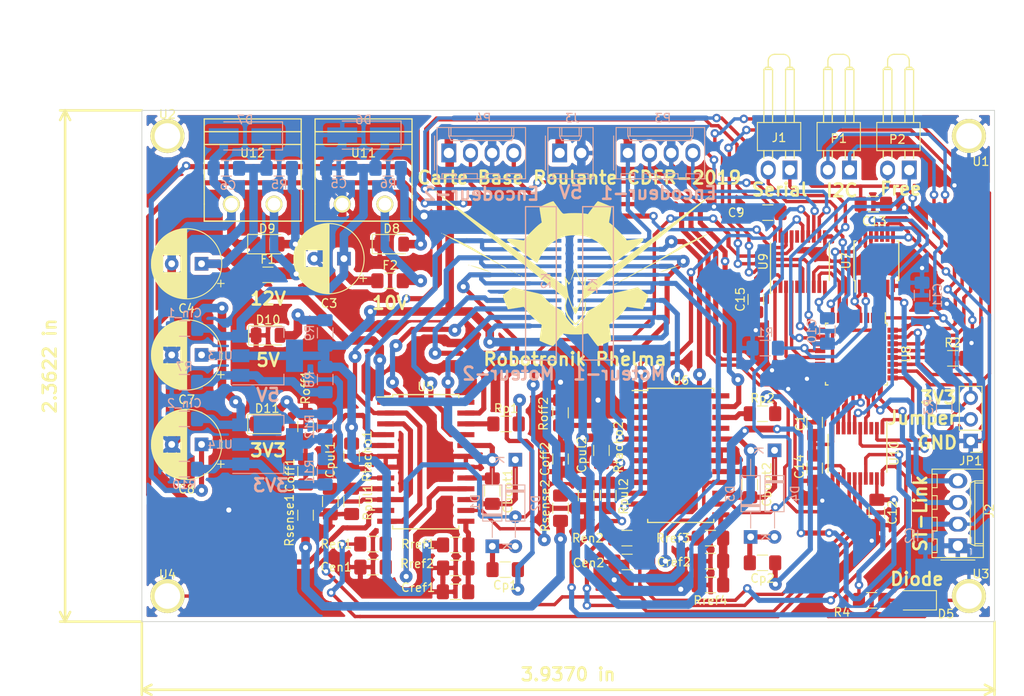
<source format=kicad_pcb>
(kicad_pcb (version 20171130) (host pcbnew "(5.0.0-3-g5ebb6b6)")
  (layers (0 F.Cu signal) (31 B.Cu signal) (34 B.Paste user) (35 F.Paste user) (36 B.SilkS user) (37 F.SilkS user) (38 B.Mask user) (39 F.Mask user) (44 Edge.Cuts user))
  (net 0 "")
  (net 1 +3V3)
  (net 2 GND)
  (net 3 "/uC/nrst(3V3)")
  (net 4 +10V)
  (net 5 +12V)
  (net 6 GNDPWR)
  (net 7 +5V)
  (net 8 "Net-(Cboot1-Pad2)")
  (net 9 "Net-(Cboot2-Pad2)")
  (net 10 /motor_part/DIAG_1)
  (net 11 /motor_part/DIAG_2)
  (net 12 "Net-(Coff1-Pad2)")
  (net 13 "Net-(Coff2-Pad2)")
  (net 14 "Net-(Cp1-Pad1)")
  (net 15 "Net-(Cp1-Pad2)")
  (net 16 "Net-(Cp2-Pad1)")
  (net 17 "Net-(Cp2-Pad2)")
  (net 18 "Net-(Cpul1-Pad2)")
  (net 19 "Net-(Cpul2-Pad2)")
  (net 20 "Net-(Cref1-Pad1)")
  (net 21 "Net-(Cref2-Pad1)")
  (net 22 "Net-(D5-Pad2)")
  (net 23 "Net-(D8-Pad2)")
  (net 24 "Net-(D9-Pad2)")
  (net 25 "Net-(D10-Pad2)")
  (net 26 "Net-(D11-Pad2)")
  (net 27 /power_part/Alim_puiss)
  (net 28 /power_part/Alim_num)
  (net 29 "/uC/RX(3V3)")
  (net 30 "/uC/TX(3V3)")
  (net 31 "/uC/swclk(3V3)")
  (net 32 "/uC/swdio(3V3)")
  (net 33 "Net-(JP1-Pad2)")
  (net 34 /motor_part/Out_11)
  (net 35 /motor_part/Out_21)
  (net 36 /motor_part/Out_31)
  (net 37 /motor_part/Hall_sensor_21)
  (net 38 /motor_part/Hall_sensor_31)
  (net 39 /motor_part/Hall_sensor_11)
  (net 40 /motor_part/Out_12)
  (net 41 /motor_part/Out_22)
  (net 42 /motor_part/Out_33)
  (net 43 /motor_part/Hall_sensor_12)
  (net 44 /motor_part/Hall_sensor_32)
  (net 45 /motor_part/Hall_sensor_22)
  (net 46 "/uC/I2C_SDA(3V3)")
  (net 47 "/uC/I2C_SCL(3V3)")
  (net 48 "/uC/Free_2(3V3)")
  (net 49 "/uC/Free_1(3V3)")
  (net 50 "/encodeurs/Ch_B1(+5V)")
  (net 51 "/encodeurs/Ch_A1(+5V)")
  (net 52 "/encodeurs/Ch_A2(+5V)")
  (net 53 "/encodeurs/Ch_B2(+5V)")
  (net 54 "/uC/Cmd_En_1(3V3)")
  (net 55 "/uC/Cmd_En_2(3V3)")
  (net 56 "Net-(R3-Pad1)")
  (net 57 "Net-(R4-Pad1)")
  (net 58 "Net-(R7-Pad1)")
  (net 59 "Net-(R10-Pad2)")
  (net 60 /motor_part/EN_1)
  (net 61 /motor_part/EN_2)
  (net 62 "Net-(Rp1-Pad1)")
  (net 63 "Net-(Rp2-Pad1)")
  (net 64 "Net-(Rsense1-Pad1)")
  (net 65 "Net-(Rsense2-Pad1)")
  (net 66 /motor_part/TACHO_1)
  (net 67 /motor_part/TACHO_2)
  (net 68 /motor_part/DIR_1)
  (net 69 /motor_part/BRAKE_1)
  (net 70 /motor_part/BRAKE_2)
  (net 71 /motor_part/DIR_2)
  (net 72 "Net-(U7-Pad3)")
  (net 73 "Net-(U10-Pad5)")
  (net 74 "Net-(U7-Pad12)")
  (net 75 "Net-(U10-Pad6)")
  (net 76 "Net-(U8-Pad2)")
  (net 77 "Net-(U8-Pad3)")
  (net 78 /encodeurs/Ch_A1)
  (net 79 /encodeurs/Ch_B1)
  (net 80 "/uC/Brake_1(3V3)")
  (net 81 "/uC/Dir_1(3V3)")
  (net 82 "/uC/Diag_1(3V3)")
  (net 83 /encodeurs/Ch_A2)
  (net 84 /encodeurs/Ch_B2)
  (net 85 "/uC/Tacho_1(3V3)")
  (net 86 "/uC/Tacho_2(3V3)")
  (net 87 "/uC/Diag_2(3V3)")
  (net 88 "/uC/Dir_2(3V3)")
  (net 89 "/uC/Brake_2(3V3)")
  (module Package_SO:TSSOP-20_4.4x6.5mm_P0.65mm (layer F.Cu) (at 153.925 100.25 270)
    (fp_text reference U10 (at 0 -4.3 270) (layer F.SilkS))
    (fp_text value txb0108)
    (pad 1 smd rect (at -2.95 -2.925 270) (size 1.45 0.45) (layers F.Cu F.Paste F.Mask) (net 87 "/uC/Diag_2(3V3)"))
    (pad 2 smd rect (at -2.95 -2.275 270) (size 1.45 0.45) (layers F.Cu F.Paste F.Mask) (net 1 +3V3))
    (pad 3 smd rect (at -2.95 -1.625 270) (size 1.45 0.45) (layers F.Cu F.Paste F.Mask))
    (pad 4 smd rect (at -2.95 -0.975 270) (size 1.45 0.45) (layers F.Cu F.Paste F.Mask) (net 86 "/uC/Tacho_2(3V3)"))
    (pad 5 smd rect (at -2.95 -0.325 270) (size 1.45 0.45) (layers F.Cu F.Paste F.Mask) (net 73 "Net-(U10-Pad5)"))
    (pad 6 smd rect (at -2.95 0.325 270) (size 1.45 0.45) (layers F.Cu F.Paste F.Mask) (net 75 "Net-(U10-Pad6)"))
    (pad 7 smd rect (at -2.95 0.975 270) (size 1.45 0.45) (layers F.Cu F.Paste F.Mask) (net 85 "/uC/Tacho_1(3V3)"))
    (pad 8 smd rect (at -2.95 1.625 270) (size 1.45 0.45) (layers F.Cu F.Paste F.Mask) (net 84 /encodeurs/Ch_B2))
    (pad 9 smd rect (at -2.95 2.275 270) (size 1.45 0.45) (layers F.Cu F.Paste F.Mask) (net 83 /encodeurs/Ch_A2))
    (pad 10 smd rect (at -2.95 2.925 270) (size 1.45 0.45) (layers F.Cu F.Paste F.Mask) (net 1 +3V3))
    (pad 11 smd rect (at 2.95 2.925 270) (size 1.45 0.45) (layers F.Cu F.Paste F.Mask) (net 2 GND))
    (pad 12 smd rect (at 2.95 2.275 270) (size 1.45 0.45) (layers F.Cu F.Paste F.Mask) (net 52 "/encodeurs/Ch_A2(+5V)"))
    (pad 13 smd rect (at 2.95 1.625 270) (size 1.45 0.45) (layers F.Cu F.Paste F.Mask) (net 53 "/encodeurs/Ch_B2(+5V)"))
    (pad 14 smd rect (at 2.95 0.975 270) (size 1.45 0.45) (layers F.Cu F.Paste F.Mask) (net 66 /motor_part/TACHO_1))
    (pad 15 smd rect (at 2.95 0.325 270) (size 1.45 0.45) (layers F.Cu F.Paste F.Mask) (net 61 /motor_part/EN_2))
    (pad 16 smd rect (at 2.95 -0.325 270) (size 1.45 0.45) (layers F.Cu F.Paste F.Mask) (net 60 /motor_part/EN_1))
    (pad 17 smd rect (at 2.95 -0.975 270) (size 1.45 0.45) (layers F.Cu F.Paste F.Mask) (net 67 /motor_part/TACHO_2))
    (pad 18 smd rect (at 2.95 -1.625 270) (size 1.45 0.45) (layers F.Cu F.Paste F.Mask))
    (pad 19 smd rect (at 2.95 -2.275 270) (size 1.45 0.45) (layers F.Cu F.Paste F.Mask) (net 7 +5V))
    (pad 20 smd rect (at 2.95 -2.925 270) (size 1.45 0.45) (layers F.Cu F.Paste F.Mask) (net 11 /motor_part/DIAG_2))
  )
  (module Connector_Molex:Molex_KK-254_AE-6410-04A_1x04_P2.54mm_Vertical (layer F.Cu) (at 165.7 111.1 90)
    (fp_text reference J2 (at 4.1 3.7 90) (layer F.SilkS))
    (fp_text value swdio)
    (pad 1 thru_hole rect (at 0 0 90) (size 1.74 2.2) (drill 1.2) (layers *.Cu *.Mask) (net 2 GND))
    (pad 2 thru_hole oval (at 2.54 0 90) (size 1.74 2.2) (drill 1.2) (layers *.Cu *.Mask) (net 3 "/uC/nrst(3V3)"))
    (pad 3 thru_hole oval (at 5.08 0 90) (size 1.74 2.2) (drill 1.2) (layers *.Cu *.Mask) (net 31 "/uC/swclk(3V3)"))
    (pad 4 thru_hole oval (at 7.62 0 90) (size 1.74 2.2) (drill 1.2) (layers *.Cu *.Mask) (net 32 "/uC/swdio(3V3)"))
  )
  (module Package_SO:TSSOP-14_4.4x5mm_P0.65mm (layer F.Cu) (at 156.15 77.65 90)
    (fp_text reference U7 (at 0 -3.55 90) (layer F.SilkS))
    (fp_text value 74HC00)
    (pad 1 smd rect (at -2.95 -1.95 90) (size 1.45 0.45) (layers F.Cu F.Paste F.Mask) (net 3 "/uC/nrst(3V3)"))
    (pad 2 smd rect (at -2.95 -1.3 90) (size 1.45 0.45) (layers F.Cu F.Paste F.Mask) (net 54 "/uC/Cmd_En_1(3V3)"))
    (pad 3 smd rect (at -2.95 -0.65 90) (size 1.45 0.45) (layers F.Cu F.Paste F.Mask) (net 72 "Net-(U7-Pad3)"))
    (pad 4 smd rect (at -2.95 0 90) (size 1.45 0.45) (layers F.Cu F.Paste F.Mask) (net 72 "Net-(U7-Pad3)"))
    (pad 5 smd rect (at -2.95 0.65 90) (size 1.45 0.45) (layers F.Cu F.Paste F.Mask) (net 72 "Net-(U7-Pad3)"))
    (pad 6 smd rect (at -2.95 1.3 90) (size 1.45 0.45) (layers F.Cu F.Paste F.Mask) (net 73 "Net-(U10-Pad5)"))
    (pad 7 smd rect (at -2.95 1.95 90) (size 1.45 0.45) (layers F.Cu F.Paste F.Mask) (net 2 GND))
    (pad 8 smd rect (at 2.95 1.95 90) (size 1.45 0.45) (layers F.Cu F.Paste F.Mask) (net 74 "Net-(U7-Pad12)"))
    (pad 9 smd rect (at 2.95 1.3 90) (size 1.45 0.45) (layers F.Cu F.Paste F.Mask) (net 3 "/uC/nrst(3V3)"))
    (pad 10 smd rect (at 2.95 0.65 90) (size 1.45 0.45) (layers F.Cu F.Paste F.Mask) (net 55 "/uC/Cmd_En_2(3V3)"))
    (pad 11 smd rect (at 2.95 0 90) (size 1.45 0.45) (layers F.Cu F.Paste F.Mask) (net 75 "Net-(U10-Pad6)"))
    (pad 12 smd rect (at 2.95 -0.65 90) (size 1.45 0.45) (layers F.Cu F.Paste F.Mask) (net 74 "Net-(U7-Pad12)"))
    (pad 13 smd rect (at 2.95 -1.3 90) (size 1.45 0.45) (layers F.Cu F.Paste F.Mask) (net 74 "Net-(U7-Pad12)"))
    (pad 14 smd rect (at 2.95 -1.95 90) (size 1.45 0.45) (layers F.Cu F.Paste F.Mask) (net 1 +3V3))
  )
  (module Resistor_SMD:R_1206_3216Metric_Pad1.42x1.75mm_HandSolder (layer F.Cu) (at 142.7875 95.6)
    (fp_text reference Rp2 (at 0 -1.82) (layer F.SilkS))
    (fp_text value 100)
    (pad 2 smd roundrect (at 1.4875 0) (size 1.425 1.75) (layers F.Cu F.Paste F.Mask) (roundrect_rratio 0.175439) (net 16 "Net-(Cp2-Pad1)"))
    (pad 1 smd roundrect (at -1.4875 0) (size 1.425 1.75) (layers F.Cu F.Paste F.Mask) (roundrect_rratio 0.175439) (net 63 "Net-(Rp2-Pad1)"))
  )
  (module Capacitor_SMD:C_1206_3216Metric_Pad1.42x1.75mm_HandSolder (layer F.Cu) (at 122.1 105.2125 90)
    (fp_text reference Cpul2 (at 4.8125 -0.5 90) (layer F.SilkS))
    (fp_text value 10n)
    (pad 1 smd roundrect (at -1.4875 0 90) (size 1.425 1.75) (layers F.Cu F.Paste F.Mask) (roundrect_rratio 0.175439) (net 2 GND))
    (pad 2 smd roundrect (at 1.4875 0 90) (size 1.425 1.75) (layers F.Cu F.Paste F.Mask) (roundrect_rratio 0.175439) (net 19 "Net-(Cpul2-Pad2)"))
  )
  (module Capacitor_SMD:C_1206_3216Metric_Pad1.42x1.75mm_HandSolder (layer F.Cu) (at 92.1 105.9125 90)
    (fp_text reference Cpul1 (at 4.9125 0 90) (layer F.SilkS))
    (fp_text value 10n)
    (pad 2 smd roundrect (at 1.4875 0 90) (size 1.425 1.75) (layers F.Cu F.Paste F.Mask) (roundrect_rratio 0.175439) (net 18 "Net-(Cpul1-Pad2)"))
    (pad 1 smd roundrect (at -1.4875 0 90) (size 1.425 1.75) (layers F.Cu F.Paste F.Mask) (roundrect_rratio 0.175439) (net 2 GND))
  )
  (module Resistor_SMD:R_1206_3216Metric_Pad1.42x1.75mm_HandSolder (layer B.Cu) (at 91.5 102.4125 270)
    (fp_text reference R11 (at 0 1.82 270) (layer B.SilkS) (effects (justify mirror)))
    (fp_text value 220)
    (pad 1 smd roundrect (at -1.4875 0 270) (size 1.425 1.75) (layers B.Cu B.Paste B.Mask) (roundrect_rratio 0.175439) (net 1 +3V3))
    (pad 2 smd roundrect (at 1.4875 0 270) (size 1.425 1.75) (layers B.Cu B.Paste B.Mask) (roundrect_rratio 0.175439) (net 59 "Net-(R10-Pad2)"))
  )
  (module LED_SMD:LED_1206_3216Metric (layer F.Cu) (at 84.7 96.8)
    (fp_text reference D11 (at 0 -1.82) (layer F.SilkS))
    (fp_text value LED_3.3V)
    (pad 2 smd roundrect (at 1.4 0) (size 1.25 1.75) (layers F.Cu F.Paste F.Mask) (roundrect_rratio 0.2) (net 26 "Net-(D11-Pad2)"))
    (pad 1 smd roundrect (at -1.4 0) (size 1.25 1.75) (layers F.Cu F.Paste F.Mask) (roundrect_rratio 0.2) (net 2 GND))
  )
  (module LED_SMD:LED_1206_3216Metric (layer F.Cu) (at 84.7 75.7)
    (fp_text reference D9 (at 0 -1.82) (layer F.SilkS))
    (fp_text value LED_ALT)
    (pad 2 smd roundrect (at 1.4 0) (size 1.25 1.75) (layers F.Cu F.Paste F.Mask) (roundrect_rratio 0.2) (net 24 "Net-(D9-Pad2)"))
    (pad 1 smd roundrect (at -1.4 0) (size 1.25 1.75) (layers F.Cu F.Paste F.Mask) (roundrect_rratio 0.2) (net 6 GNDPWR))
  )
  (module Diode_SMD:D_SMA_Handsoldering (layer B.Cu) (at 82.1 63 180)
    (fp_text reference D7 (at 0 1.9 180) (layer B.SilkS) (effects (justify mirror)))
    (fp_text value D_10A)
    (pad 1 smd rect (at -2.5 0 180) (size 3.5 1.8) (layers B.Cu B.Paste B.Mask) (net 5 +12V))
    (pad 2 smd rect (at 2.5 0 180) (size 3.5 1.8) (layers B.Cu B.Paste B.Mask) (net 6 GNDPWR))
  )
  (module "B plug:Bplug-5mm" (layer F.Cu) (at 96 71 270)
    (fp_text reference U11 (at -6 0) (layer F.SilkS))
    (fp_text value B_Plug_5mm)
    (pad 2 thru_hole circle (at 0 2.5 270) (size 2 2) (drill 1.5) (layers *.Cu *.Mask F.SilkS) (net 2 GND))
    (pad 1 thru_hole circle (at 0 -2.5 270) (size 2 2) (drill 1.5) (layers *.Cu *.Mask F.SilkS) (net 28 /power_part/Alim_num))
  )
  (module "B plug:Bplug-5mm" (layer F.Cu) (at 83 71 270)
    (fp_text reference U12 (at -6 0) (layer F.SilkS))
    (fp_text value B_Plug_5mm)
    (pad 2 thru_hole circle (at 0 2.5 270) (size 2 2) (drill 1.5) (layers *.Cu *.Mask F.SilkS) (net 6 GNDPWR))
    (pad 1 thru_hole circle (at 0 -2.5 270) (size 2 2) (drill 1.5) (layers *.Cu *.Mask F.SilkS) (net 27 /power_part/Alim_puiss))
  )
  (module Capacitor_SMD:C_1206_3216Metric_Pad1.42x1.75mm_HandSolder (layer F.Cu) (at 148.9 96.6125 270)
    (fp_text reference C1 (at 0.0875 1.7 270) (layer F.SilkS))
    (fp_text value 100n)
    (pad 2 smd roundrect (at 1.4875 0 270) (size 1.425 1.75) (layers F.Cu F.Paste F.Mask) (roundrect_rratio 0.175439) (net 1 +3V3))
    (pad 1 smd roundrect (at -1.4875 0 270) (size 1.425 1.75) (layers F.Cu F.Paste F.Mask) (roundrect_rratio 0.175439) (net 2 GND))
  )
  (module Capacitor_SMD:C_1206_3216Metric_Pad1.42x1.75mm_HandSolder (layer B.Cu) (at 161.9 109.9125 270)
    (fp_text reference C2 (at 0 1.82 270) (layer B.SilkS) (effects (justify mirror)))
    (fp_text value 100n)
    (pad 2 smd roundrect (at 1.4875 0 270) (size 1.425 1.75) (layers B.Cu B.Paste B.Mask) (roundrect_rratio 0.175439) (net 2 GND))
    (pad 1 smd roundrect (at -1.4875 0 270) (size 1.425 1.75) (layers B.Cu B.Paste B.Mask) (roundrect_rratio 0.175439) (net 3 "/uC/nrst(3V3)"))
  )
  (module Capacitor_THT:CP_Radial_D8.0mm_P3.50mm (layer F.Cu) (at 93.7 77.4 180)
    (fp_text reference C3 (at 1.75 -5.25 180) (layer F.SilkS))
    (fp_text value 100u)
    (pad 2 thru_hole circle (at 3.5 0 180) (size 1.6 1.6) (drill 0.8) (layers *.Cu *.Mask) (net 2 GND))
    (pad 1 thru_hole rect (at 0 0 180) (size 1.6 1.6) (drill 0.8) (layers *.Cu *.Mask) (net 4 +10V))
  )
  (module Capacitor_THT:CP_Radial_D8.0mm_P3.50mm (layer F.Cu) (at 77 78 180)
    (fp_text reference C4 (at 1.75 -5.25 180) (layer F.SilkS))
    (fp_text value 100u)
    (pad 1 thru_hole rect (at 0 0 180) (size 1.6 1.6) (drill 0.8) (layers *.Cu *.Mask) (net 5 +12V))
    (pad 2 thru_hole circle (at 3.5 0 180) (size 1.6 1.6) (drill 0.8) (layers *.Cu *.Mask) (net 6 GNDPWR))
  )
  (module Capacitor_SMD:C_1206_3216Metric_Pad1.42x1.75mm_HandSolder (layer B.Cu) (at 93.0875 66.8 180)
    (fp_text reference C5 (at -0.0125 -1.8 180) (layer B.SilkS) (effects (justify mirror)))
    (fp_text value 100n)
    (pad 1 smd roundrect (at -1.4875 0 180) (size 1.425 1.75) (layers B.Cu B.Paste B.Mask) (roundrect_rratio 0.175439) (net 4 +10V))
    (pad 2 smd roundrect (at 1.4875 0 180) (size 1.425 1.75) (layers B.Cu B.Paste B.Mask) (roundrect_rratio 0.175439) (net 2 GND))
  )
  (module Capacitor_SMD:C_1206_3216Metric_Pad1.42x1.75mm_HandSolder (layer B.Cu) (at 79.9125 66.8 180)
    (fp_text reference C6 (at -0.1875 -2 180) (layer B.SilkS) (effects (justify mirror)))
    (fp_text value 100n)
    (pad 2 smd roundrect (at 1.4875 0 180) (size 1.425 1.75) (layers B.Cu B.Paste B.Mask) (roundrect_rratio 0.175439) (net 6 GNDPWR))
    (pad 1 smd roundrect (at -1.4875 0 180) (size 1.425 1.75) (layers B.Cu B.Paste B.Mask) (roundrect_rratio 0.175439) (net 5 +12V))
  )
  (module Capacitor_THT:CP_Radial_D8.0mm_P3.50mm (layer F.Cu) (at 77 88.7 180)
    (fp_text reference C7 (at 1.75 -5.25 180) (layer F.SilkS))
    (fp_text value 10u)
    (pad 2 thru_hole circle (at 3.5 0 180) (size 1.6 1.6) (drill 0.8) (layers *.Cu *.Mask) (net 2 GND))
    (pad 1 thru_hole rect (at 0 0 180) (size 1.6 1.6) (drill 0.8) (layers *.Cu *.Mask) (net 7 +5V))
  )
  (module Capacitor_THT:CP_Radial_D8.0mm_P3.50mm (layer F.Cu) (at 77 99.2 180)
    (fp_text reference C8 (at 1.75 -5.25 180) (layer F.SilkS))
    (fp_text value 10u)
    (pad 1 thru_hole rect (at 0 0 180) (size 1.6 1.6) (drill 0.8) (layers *.Cu *.Mask) (net 1 +3V3))
    (pad 2 thru_hole circle (at 3.5 0 180) (size 1.6 1.6) (drill 0.8) (layers *.Cu *.Mask) (net 2 GND))
  )
  (module Capacitor_SMD:C_1206_3216Metric_Pad1.42x1.75mm_HandSolder (layer F.Cu) (at 143.4125 72 180)
    (fp_text reference C9 (at 3.7125 0 180) (layer F.SilkS))
    (fp_text value 0,1u)
    (pad 2 smd roundrect (at 1.4875 0 180) (size 1.425 1.75) (layers F.Cu F.Paste F.Mask) (roundrect_rratio 0.175439) (net 2 GND))
    (pad 1 smd roundrect (at -1.4875 0 180) (size 1.425 1.75) (layers F.Cu F.Paste F.Mask) (roundrect_rratio 0.175439) (net 7 +5V))
  )
  (module Capacitor_SMD:C_1206_3216Metric_Pad1.42x1.75mm_HandSolder (layer B.Cu) (at 150.4 85.8875 270)
    (fp_text reference C10 (at 0 1.82 270) (layer B.SilkS) (effects (justify mirror)))
    (fp_text value 0,1u)
    (pad 1 smd roundrect (at -1.4875 0 270) (size 1.425 1.75) (layers B.Cu B.Paste B.Mask) (roundrect_rratio 0.175439) (net 1 +3V3))
    (pad 2 smd roundrect (at 1.4875 0 270) (size 1.425 1.75) (layers B.Cu B.Paste B.Mask) (roundrect_rratio 0.175439) (net 2 GND))
  )
  (module Capacitor_SMD:C_1206_3216Metric_Pad1.42x1.75mm_HandSolder (layer B.Cu) (at 161.5 81.7125 90)
    (fp_text reference C11 (at 0 1.82 90) (layer B.SilkS) (effects (justify mirror)))
    (fp_text value 0,1u)
    (pad 2 smd roundrect (at 1.4875 0 90) (size 1.425 1.75) (layers B.Cu B.Paste B.Mask) (roundrect_rratio 0.175439) (net 2 GND))
    (pad 1 smd roundrect (at -1.4875 0 90) (size 1.425 1.75) (layers B.Cu B.Paste B.Mask) (roundrect_rratio 0.175439) (net 1 +3V3))
  )
  (module Capacitor_SMD:C_1206_3216Metric_Pad1.42x1.75mm_HandSolder (layer F.Cu) (at 156.2 107.1875 270)
    (fp_text reference C12 (at 0 -1.82 270) (layer F.SilkS))
    (fp_text value 0,1u)
    (pad 2 smd roundrect (at 1.4875 0 270) (size 1.425 1.75) (layers F.Cu F.Paste F.Mask) (roundrect_rratio 0.175439) (net 2 GND))
    (pad 1 smd roundrect (at -1.4875 0 270) (size 1.425 1.75) (layers F.Cu F.Paste F.Mask) (roundrect_rratio 0.175439) (net 7 +5V))
  )
  (module Capacitor_SMD:C_1206_3216Metric_Pad1.42x1.75mm_HandSolder (layer F.Cu) (at 155.7875 71)
    (fp_text reference C13 (at 0.1125 2) (layer F.SilkS))
    (fp_text value 100n)
    (pad 1 smd roundrect (at -1.4875 0) (size 1.425 1.75) (layers F.Cu F.Paste F.Mask) (roundrect_rratio 0.175439) (net 1 +3V3))
    (pad 2 smd roundrect (at 1.4875 0) (size 1.425 1.75) (layers F.Cu F.Paste F.Mask) (roundrect_rratio 0.175439) (net 2 GND))
  )
  (module Capacitor_SMD:C_1206_3216Metric_Pad1.42x1.75mm_HandSolder (layer F.Cu) (at 148.9 101.9875 270)
    (fp_text reference C14 (at -0.1875 1.8 270) (layer F.SilkS))
    (fp_text value 100n)
    (pad 2 smd roundrect (at 1.4875 0 270) (size 1.425 1.75) (layers F.Cu F.Paste F.Mask) (roundrect_rratio 0.175439) (net 2 GND))
    (pad 1 smd roundrect (at -1.4875 0 270) (size 1.425 1.75) (layers F.Cu F.Paste F.Mask) (roundrect_rratio 0.175439) (net 1 +3V3))
  )
  (module Capacitor_SMD:C_1206_3216Metric_Pad1.42x1.75mm_HandSolder (layer F.Cu) (at 142 82.1875 90)
    (fp_text reference C15 (at 0 -1.82 90) (layer F.SilkS))
    (fp_text value 100n)
    (pad 1 smd roundrect (at -1.4875 0 90) (size 1.425 1.75) (layers F.Cu F.Paste F.Mask) (roundrect_rratio 0.175439) (net 2 GND))
    (pad 2 smd roundrect (at 1.4875 0 90) (size 1.425 1.75) (layers F.Cu F.Paste F.Mask) (roundrect_rratio 0.175439) (net 1 +3V3))
  )
  (module Capacitor_SMD:C_1206_3216Metric_Pad1.42x1.75mm_HandSolder (layer F.Cu) (at 111.1 104.6875 270)
    (fp_text reference Cboot1 (at 0 -1.82 270) (layer F.SilkS))
    (fp_text value 220n)
    (pad 2 smd roundrect (at 1.4875 0 270) (size 1.425 1.75) (layers F.Cu F.Paste F.Mask) (roundrect_rratio 0.175439) (net 8 "Net-(Cboot1-Pad2)"))
    (pad 1 smd roundrect (at -1.4875 0 270) (size 1.425 1.75) (layers F.Cu F.Paste F.Mask) (roundrect_rratio 0.175439) (net 5 +12V))
  )
  (module Capacitor_SMD:C_1206_3216Metric_Pad1.42x1.75mm_HandSolder (layer F.Cu) (at 141.3 103.9125 270)
    (fp_text reference Cboot2 (at -0.0125 -2 270) (layer F.SilkS))
    (fp_text value 220n)
    (pad 2 smd roundrect (at 1.4875 0 270) (size 1.425 1.75) (layers F.Cu F.Paste F.Mask) (roundrect_rratio 0.175439) (net 9 "Net-(Cboot2-Pad2)"))
    (pad 1 smd roundrect (at -1.4875 0 270) (size 1.425 1.75) (layers F.Cu F.Paste F.Mask) (roundrect_rratio 0.175439) (net 5 +12V))
  )
  (module Capacitor_SMD:C_1206_3216Metric_Pad1.42x1.75mm_HandSolder (layer F.Cu) (at 97.1125 113.6)
    (fp_text reference Cen1 (at -4.3125 0) (layer F.SilkS))
    (fp_text value 5.6n)
    (pad 1 smd roundrect (at -1.4875 0) (size 1.425 1.75) (layers F.Cu F.Paste F.Mask) (roundrect_rratio 0.175439) (net 2 GND))
    (pad 2 smd roundrect (at 1.4875 0) (size 1.425 1.75) (layers F.Cu F.Paste F.Mask) (roundrect_rratio 0.175439) (net 10 /motor_part/DIAG_1))
  )
  (module Capacitor_SMD:C_1206_3216Metric_Pad1.42x1.75mm_HandSolder (layer F.Cu) (at 126.9125 113)
    (fp_text reference Cen2 (at -4.5125 0.1) (layer F.SilkS))
    (fp_text value 5.6n)
    (pad 1 smd roundrect (at -1.4875 0) (size 1.425 1.75) (layers F.Cu F.Paste F.Mask) (roundrect_rratio 0.175439) (net 2 GND))
    (pad 2 smd roundrect (at 1.4875 0) (size 1.425 1.75) (layers F.Cu F.Paste F.Mask) (roundrect_rratio 0.175439) (net 11 /motor_part/DIAG_2))
  )
  (module Capacitor_SMD:C_1206_3216Metric_Pad1.42x1.75mm_HandSolder (layer B.Cu) (at 75.0125 85.6 180)
    (fp_text reference Cin_1 (at 0 1.82 180) (layer B.SilkS) (effects (justify mirror)))
    (fp_text value 0,1u)
    (pad 2 smd roundrect (at 1.4875 0 180) (size 1.425 1.75) (layers B.Cu B.Paste B.Mask) (roundrect_rratio 0.175439) (net 2 GND))
    (pad 1 smd roundrect (at -1.4875 0 180) (size 1.425 1.75) (layers B.Cu B.Paste B.Mask) (roundrect_rratio 0.175439) (net 4 +10V))
  )
  (module Capacitor_SMD:C_1206_3216Metric_Pad1.42x1.75mm_HandSolder (layer B.Cu) (at 74.9875 96.2 180)
    (fp_text reference Cin_2 (at 0 1.82 180) (layer B.SilkS) (effects (justify mirror)))
    (fp_text value 0,1u)
    (pad 1 smd roundrect (at -1.4875 0 180) (size 1.425 1.75) (layers B.Cu B.Paste B.Mask) (roundrect_rratio 0.175439) (net 4 +10V))
    (pad 2 smd roundrect (at 1.4875 0 180) (size 1.425 1.75) (layers B.Cu B.Paste B.Mask) (roundrect_rratio 0.175439) (net 2 GND))
  )
  (module Capacitor_SMD:C_1206_3216Metric_Pad1.42x1.75mm_HandSolder (layer F.Cu) (at 89.2 102.4125 90)
    (fp_text reference Coff1 (at -0.3875 -1.82 90) (layer F.SilkS))
    (fp_text value 1n)
    (pad 2 smd roundrect (at 1.4875 0 90) (size 1.425 1.75) (layers F.Cu F.Paste F.Mask) (roundrect_rratio 0.175439) (net 12 "Net-(Coff1-Pad2)"))
    (pad 1 smd roundrect (at -1.4875 0 90) (size 1.425 1.75) (layers F.Cu F.Paste F.Mask) (roundrect_rratio 0.175439) (net 2 GND))
  )
  (module Capacitor_SMD:C_1206_3216Metric_Pad1.42x1.75mm_HandSolder (layer F.Cu) (at 119.1 100.9125 90)
    (fp_text reference Coff2 (at 0 -1.82 90) (layer F.SilkS))
    (fp_text value 1n)
    (pad 1 smd roundrect (at -1.4875 0 90) (size 1.425 1.75) (layers F.Cu F.Paste F.Mask) (roundrect_rratio 0.175439) (net 2 GND))
    (pad 2 smd roundrect (at 1.4875 0 90) (size 1.425 1.75) (layers F.Cu F.Paste F.Mask) (roundrect_rratio 0.175439) (net 13 "Net-(Coff2-Pad2)"))
  )
  (module Capacitor_SMD:C_1206_3216Metric_Pad1.42x1.75mm_HandSolder (layer F.Cu) (at 112.6125 113.9 180)
    (fp_text reference Cp1 (at 0 -1.82 180) (layer F.SilkS))
    (fp_text value 10n)
    (pad 1 smd roundrect (at -1.4875 0 180) (size 1.425 1.75) (layers F.Cu F.Paste F.Mask) (roundrect_rratio 0.175439) (net 14 "Net-(Cp1-Pad1)"))
    (pad 2 smd roundrect (at 1.4875 0 180) (size 1.425 1.75) (layers F.Cu F.Paste F.Mask) (roundrect_rratio 0.175439) (net 15 "Net-(Cp1-Pad2)"))
  )
  (module Capacitor_SMD:C_1206_3216Metric_Pad1.42x1.75mm_HandSolder (layer F.Cu) (at 142.7875 113.1 180)
    (fp_text reference Cp2 (at 0 -1.82 180) (layer F.SilkS))
    (fp_text value 10n)
    (pad 1 smd roundrect (at -1.4875 0 180) (size 1.425 1.75) (layers F.Cu F.Paste F.Mask) (roundrect_rratio 0.175439) (net 16 "Net-(Cp2-Pad1)"))
    (pad 2 smd roundrect (at 1.4875 0 180) (size 1.425 1.75) (layers F.Cu F.Paste F.Mask) (roundrect_rratio 0.175439) (net 17 "Net-(Cp2-Pad2)"))
  )
  (module Capacitor_SMD:C_1206_3216Metric_Pad1.42x1.75mm_HandSolder (layer F.Cu) (at 106.7875 116.5 180)
    (fp_text reference Cref1 (at 4.3875 0.5 180) (layer F.SilkS))
    (fp_text value 10n)
    (pad 1 smd roundrect (at -1.4875 0 180) (size 1.425 1.75) (layers F.Cu F.Paste F.Mask) (roundrect_rratio 0.175439) (net 20 "Net-(Cref1-Pad1)"))
    (pad 2 smd roundrect (at 1.4875 0 180) (size 1.425 1.75) (layers F.Cu F.Paste F.Mask) (roundrect_rratio 0.175439) (net 2 GND))
  )
  (module Capacitor_SMD:C_1206_3216Metric_Pad1.42x1.75mm_HandSolder (layer F.Cu) (at 136.6875 112.9 180)
    (fp_text reference Cref2 (at 4.2875 -0.1 180) (layer F.SilkS))
    (fp_text value 10n)
    (pad 1 smd roundrect (at -1.4875 0 180) (size 1.425 1.75) (layers F.Cu F.Paste F.Mask) (roundrect_rratio 0.175439) (net 21 "Net-(Cref2-Pad1)"))
    (pad 2 smd roundrect (at 1.4875 0 180) (size 1.425 1.75) (layers F.Cu F.Paste F.Mask) (roundrect_rratio 0.175439) (net 2 GND))
  )
  (module Diode_THT:D_DO-35_SOD27_P10.16mm_Horizontal (layer B.Cu) (at 111.1 111.16 90)
    (fp_text reference D1 (at 5.16 -2 90) (layer B.SilkS) (effects (justify mirror)))
    (fp_text value 1N4148)
    (fp_text user K (at 0 1.8 90) (layer B.SilkS) (effects (justify mirror)))
    (pad 1 thru_hole rect (at 0 0 90) (size 1.6 1.6) (drill 0.8) (layers *.Cu *.Mask) (net 15 "Net-(Cp1-Pad2)"))
    (pad 2 thru_hole oval (at 10.16 0 90) (size 1.6 1.6) (drill 0.8) (layers *.Cu *.Mask) (net 5 +12V))
  )
  (module Diode_THT:D_DO-35_SOD27_P10.16mm_Horizontal (layer B.Cu) (at 113.8 101 270)
    (fp_text reference D2 (at 5.1 -2.4 270) (layer B.SilkS) (effects (justify mirror)))
    (fp_text value 1N4148)
    (fp_text user K (at 0 1.8 270) (layer B.SilkS) (effects (justify mirror)))
    (pad 2 thru_hole oval (at 10.16 0 270) (size 1.6 1.6) (drill 0.8) (layers *.Cu *.Mask) (net 15 "Net-(Cp1-Pad2)"))
    (pad 1 thru_hole rect (at 0 0 270) (size 1.6 1.6) (drill 0.8) (layers *.Cu *.Mask) (net 8 "Net-(Cboot1-Pad2)"))
  )
  (module Diode_THT:D_DO-35_SOD27_P10.16mm_Horizontal (layer B.Cu) (at 141.4 110.06 90)
    (fp_text reference D3 (at 5.08 -2.4 90) (layer B.SilkS) (effects (justify mirror)))
    (fp_text value 1N4148)
    (fp_text user K (at 0 1.8 90) (layer B.SilkS) (effects (justify mirror)))
    (pad 2 thru_hole oval (at 10.16 0 90) (size 1.6 1.6) (drill 0.8) (layers *.Cu *.Mask) (net 5 +12V))
    (pad 1 thru_hole rect (at 0 0 90) (size 1.6 1.6) (drill 0.8) (layers *.Cu *.Mask) (net 17 "Net-(Cp2-Pad2)"))
  )
  (module Diode_THT:D_DO-35_SOD27_P10.16mm_Horizontal (layer B.Cu) (at 144.2 99.9 270)
    (fp_text reference D4 (at 5.08 -2.4 270) (layer B.SilkS) (effects (justify mirror)))
    (fp_text value 1N4148)
    (fp_text user K (at 0 1.8 270) (layer B.SilkS) (effects (justify mirror)))
    (pad 1 thru_hole rect (at 0 0 270) (size 1.6 1.6) (drill 0.8) (layers *.Cu *.Mask) (net 9 "Net-(Cboot2-Pad2)"))
    (pad 2 thru_hole oval (at 10.16 0 270) (size 1.6 1.6) (drill 0.8) (layers *.Cu *.Mask) (net 17 "Net-(Cp2-Pad2)"))
  )
  (module LED_SMD:LED_1206_3216Metric (layer F.Cu) (at 160.9 117.5 180)
    (fp_text reference D5 (at -3.4 -1.6 180) (layer F.SilkS))
    (fp_text value LED_ALT)
    (pad 1 smd roundrect (at -1.4 0 180) (size 1.25 1.75) (layers F.Cu F.Paste F.Mask) (roundrect_rratio 0.2) (net 2 GND))
    (pad 2 smd roundrect (at 1.4 0 180) (size 1.25 1.75) (layers F.Cu F.Paste F.Mask) (roundrect_rratio 0.2) (net 22 "Net-(D5-Pad2)"))
  )
  (module Diode_SMD:D_SMA_Handsoldering (layer B.Cu) (at 96 62.9 180)
    (fp_text reference D6 (at 0 1.8 180) (layer B.SilkS) (effects (justify mirror)))
    (fp_text value D_10A)
    (pad 2 smd rect (at 2.5 0 180) (size 3.5 1.8) (layers B.Cu B.Paste B.Mask) (net 2 GND))
    (pad 1 smd rect (at -2.5 0 180) (size 3.5 1.8) (layers B.Cu B.Paste B.Mask) (net 4 +10V))
  )
  (module LED_SMD:LED_1206_3216Metric (layer F.Cu) (at 99.3 75.7)
    (fp_text reference D8 (at 0 -1.82) (layer F.SilkS))
    (fp_text value LED_VCC)
    (pad 1 smd roundrect (at -1.4 0) (size 1.25 1.75) (layers F.Cu F.Paste F.Mask) (roundrect_rratio 0.2) (net 2 GND))
    (pad 2 smd roundrect (at 1.4 0) (size 1.25 1.75) (layers F.Cu F.Paste F.Mask) (roundrect_rratio 0.2) (net 23 "Net-(D8-Pad2)"))
  )
  (module LED_SMD:LED_1206_3216Metric (layer F.Cu) (at 84.8 86.4)
    (fp_text reference D10 (at 0 -1.82) (layer F.SilkS))
    (fp_text value LED_5V)
    (pad 1 smd roundrect (at -1.4 0) (size 1.25 1.75) (layers F.Cu F.Paste F.Mask) (roundrect_rratio 0.2) (net 2 GND))
    (pad 2 smd roundrect (at 1.4 0) (size 1.25 1.75) (layers F.Cu F.Paste F.Mask) (roundrect_rratio 0.2) (net 25 "Net-(D10-Pad2)"))
  )
  (module Fuse:Fuse_1206_3216Metric_Pad1.42x1.75mm_HandSolder (layer F.Cu) (at 84.7875 79.3)
    (fp_text reference F1 (at 0 -1.82) (layer F.SilkS))
    (fp_text value Fuse_Puiss)
    (pad 1 smd roundrect (at -1.4875 0) (size 1.425 1.75) (layers F.Cu F.Paste F.Mask) (roundrect_rratio 0.175439) (net 5 +12V))
    (pad 2 smd roundrect (at 1.4875 0) (size 1.425 1.75) (layers F.Cu F.Paste F.Mask) (roundrect_rratio 0.175439) (net 27 /power_part/Alim_puiss))
  )
  (module Fuse:Fuse_1206_3216Metric_Pad1.42x1.75mm_HandSolder (layer F.Cu) (at 99.1125 80)
    (fp_text reference F2 (at 0 -1.82) (layer F.SilkS))
    (fp_text value Fuse_Num)
    (pad 2 smd roundrect (at 1.4875 0) (size 1.425 1.75) (layers F.Cu F.Paste F.Mask) (roundrect_rratio 0.175439) (net 28 /power_part/Alim_num))
    (pad 1 smd roundrect (at -1.4875 0) (size 1.425 1.75) (layers F.Cu F.Paste F.Mask) (roundrect_rratio 0.175439) (net 4 +10V))
  )
  (module Connector_Molex:Molex_KK-254_1x02_P2.54mm_Horizontal (layer F.Cu) (at 146 67 180)
    (fp_text reference J1 (at 1.27 3.8 180) (layer F.SilkS))
    (fp_text value CONN_SERIAL)
    (pad 1 thru_hole rect (at 0 0 180) (size 1.74 2.2) (drill 1.2) (layers *.Cu *.Mask) (net 29 "/uC/RX(3V3)"))
    (pad 2 thru_hole oval (at 2.54 0 180) (size 1.74 2.2) (drill 1.2) (layers *.Cu *.Mask) (net 30 "/uC/TX(3V3)"))
  )
  (module Connector_PinHeader_2.54mm:PinHeader_1x03_P2.54mm_Vertical (layer F.Cu) (at 167.2 98.8 180)
    (fp_text reference JP1 (at 0 -2.33 180) (layer F.SilkS))
    (fp_text value Jumper_NC_Dual)
    (pad 1 thru_hole rect (at 0 0 180) (size 1.7 1.7) (drill 1) (layers *.Cu *.Mask) (net 2 GND))
    (pad 2 thru_hole oval (at 0 2.54 180) (size 1.7 1.7) (drill 1) (layers *.Cu *.Mask) (net 33 "Net-(JP1-Pad2)"))
    (pad 3 thru_hole oval (at 0 5.08 180) (size 1.7 1.7) (drill 1) (layers *.Cu *.Mask) (net 1 +3V3))
  )
  (module maxon:Molex-52610-1133 (layer B.Cu) (at 121.8 85.3 90)
    (fp_text reference K1 (at 4.7 1.1 90) (layer B.SilkS) (effects (justify mirror)))
    (fp_text value Maxon-200142)
    (pad 2 smd rect (at 9 -6.3 90) (size 0.45 7.4) (layers B.Cu B.Paste B.Mask) (net 34 /motor_part/Out_11))
    (pad 4 smd rect (at 7 -6.3 90) (size 0.45 7.4) (layers B.Cu B.Paste B.Mask) (net 35 /motor_part/Out_21))
    (pad 6 smd rect (at 5 -6.3 90) (size 0.45 7.4) (layers B.Cu B.Paste B.Mask) (net 36 /motor_part/Out_31))
    (pad 8 smd rect (at 3 -6.3 90) (size 0.45 7.4) (layers B.Cu B.Paste B.Mask) (net 37 /motor_part/Hall_sensor_21))
    (pad 10 smd rect (at 1 -6.3 90) (size 0.45 7.4) (layers B.Cu B.Paste B.Mask) (net 38 /motor_part/Hall_sensor_31))
    (pad 11 smd rect (at 0 -6.3 90) (size 0.45 7.4) (layers B.Cu B.Paste B.Mask) (net 7 +5V))
    (pad 9 smd rect (at 2 -6.3 90) (size 0.45 7.4) (layers B.Cu B.Paste B.Mask) (net 39 /motor_part/Hall_sensor_11))
    (pad 7 smd rect (at 4 -6.3 90) (size 0.45 7.4) (layers B.Cu B.Paste B.Mask) (net 2 GND))
    (pad 5 smd rect (at 6 -6.3 90) (size 0.45 7.4) (layers B.Cu B.Paste B.Mask) (net 36 /motor_part/Out_31))
    (pad 3 smd rect (at 8 -6.3 90) (size 0.45 7.4) (layers B.Cu B.Paste B.Mask) (net 35 /motor_part/Out_21))
    (pad 1 smd rect (at 10 -6.3 90) (size 0.45 7.4) (layers B.Cu B.Paste B.Mask) (net 34 /motor_part/Out_11))
  )
  (module maxon:Molex-52610-1133 (layer B.Cu) (at 118.5 75.3 270)
    (fp_text reference K2 (at 4.7 1.1 270) (layer B.SilkS) (effects (justify mirror)))
    (fp_text value Maxon-200142)
    (pad 1 smd rect (at 10 -6.3 270) (size 0.45 7.4) (layers B.Cu B.Paste B.Mask) (net 40 /motor_part/Out_12))
    (pad 3 smd rect (at 8 -6.3 270) (size 0.45 7.4) (layers B.Cu B.Paste B.Mask) (net 41 /motor_part/Out_22))
    (pad 5 smd rect (at 6 -6.3 270) (size 0.45 7.4) (layers B.Cu B.Paste B.Mask) (net 42 /motor_part/Out_33))
    (pad 7 smd rect (at 4 -6.3 270) (size 0.45 7.4) (layers B.Cu B.Paste B.Mask) (net 2 GND))
    (pad 9 smd rect (at 2 -6.3 270) (size 0.45 7.4) (layers B.Cu B.Paste B.Mask) (net 43 /motor_part/Hall_sensor_12))
    (pad 11 smd rect (at 0 -6.3 270) (size 0.45 7.4) (layers B.Cu B.Paste B.Mask) (net 7 +5V))
    (pad 10 smd rect (at 1 -6.3 270) (size 0.45 7.4) (layers B.Cu B.Paste B.Mask) (net 44 /motor_part/Hall_sensor_32))
    (pad 8 smd rect (at 3 -6.3 270) (size 0.45 7.4) (layers B.Cu B.Paste B.Mask) (net 45 /motor_part/Hall_sensor_22))
    (pad 6 smd rect (at 5 -6.3 270) (size 0.45 7.4) (layers B.Cu B.Paste B.Mask) (net 42 /motor_part/Out_33))
    (pad 4 smd rect (at 7 -6.3 270) (size 0.45 7.4) (layers B.Cu B.Paste B.Mask) (net 41 /motor_part/Out_22))
    (pad 2 smd rect (at 9 -6.3 270) (size 0.45 7.4) (layers B.Cu B.Paste B.Mask) (net 40 /motor_part/Out_12))
  )
  (module Connector_Molex:Molex_KK-254_1x02_P2.54mm_Horizontal (layer F.Cu) (at 153 67 180)
    (fp_text reference P1 (at 1.27 3.7 180) (layer F.SilkS))
    (fp_text value CONN_I2C)
    (pad 1 thru_hole rect (at 0 0 180) (size 1.74 2.2) (drill 1.2) (layers *.Cu *.Mask) (net 46 "/uC/I2C_SDA(3V3)"))
    (pad 2 thru_hole oval (at 2.54 0 180) (size 1.74 2.2) (drill 1.2) (layers *.Cu *.Mask) (net 47 "/uC/I2C_SCL(3V3)"))
  )
  (module Connector_Molex:Molex_KK-254_1x02_P2.54mm_Horizontal (layer F.Cu) (at 160 67 180)
    (fp_text reference P2 (at 1.4 3.6 180) (layer F.SilkS))
    (fp_text value CONN_FREE)
    (pad 2 thru_hole oval (at 2.54 0 180) (size 1.74 2.2) (drill 1.2) (layers *.Cu *.Mask) (net 48 "/uC/Free_2(3V3)"))
    (pad 1 thru_hole rect (at 0 0 180) (size 1.74 2.2) (drill 1.2) (layers *.Cu *.Mask) (net 49 "/uC/Free_1(3V3)"))
  )
  (module Connector_Molex:Molex_KK-254_AE-6410-04A_1x04_P2.54mm_Vertical (layer B.Cu) (at 127 65)
    (fp_text reference P3 (at 4.1 -4.1) (layer B.SilkS) (effects (justify mirror)))
    (fp_text value encoder_1)
    (pad 4 thru_hole oval (at 7.62 0) (size 1.74 2.2) (drill 1.2) (layers *.Cu *.Mask) (net 50 "/encodeurs/Ch_B1(+5V)"))
    (pad 3 thru_hole oval (at 5.08 0) (size 1.74 2.2) (drill 1.2) (layers *.Cu *.Mask) (net 2 GND))
    (pad 2 thru_hole oval (at 2.54 0) (size 1.74 2.2) (drill 1.2) (layers *.Cu *.Mask) (net 51 "/encodeurs/Ch_A1(+5V)"))
    (pad 1 thru_hole rect (at 0 0) (size 1.74 2.2) (drill 1.2) (layers *.Cu *.Mask) (net 7 +5V))
  )
  (module Connector_Molex:Molex_KK-254_AE-6410-04A_1x04_P2.54mm_Vertical (layer B.Cu) (at 106 65)
    (fp_text reference P4 (at 4 -4.1) (layer B.SilkS) (effects (justify mirror)))
    (fp_text value encoder_2)
    (pad 1 thru_hole rect (at 0 0) (size 1.74 2.2) (drill 1.2) (layers *.Cu *.Mask) (net 7 +5V))
    (pad 2 thru_hole oval (at 2.54 0) (size 1.74 2.2) (drill 1.2) (layers *.Cu *.Mask) (net 52 "/encodeurs/Ch_A2(+5V)"))
    (pad 3 thru_hole oval (at 5.08 0) (size 1.74 2.2) (drill 1.2) (layers *.Cu *.Mask) (net 2 GND))
    (pad 4 thru_hole oval (at 7.62 0) (size 1.74 2.2) (drill 1.2) (layers *.Cu *.Mask) (net 53 "/encodeurs/Ch_B2(+5V)"))
  )
  (module Resistor_SMD:R_1206_3216Metric_Pad1.42x1.75mm_HandSolder (layer B.Cu) (at 143.1125 87.9 180)
    (fp_text reference R1 (at 0 1.82 180) (layer B.SilkS) (effects (justify mirror)))
    (fp_text value 10k)
    (pad 1 smd roundrect (at -1.4875 0 180) (size 1.425 1.75) (layers B.Cu B.Paste B.Mask) (roundrect_rratio 0.175439) (net 54 "/uC/Cmd_En_1(3V3)"))
    (pad 2 smd roundrect (at 1.4875 0 180) (size 1.425 1.75) (layers B.Cu B.Paste B.Mask) (roundrect_rratio 0.175439) (net 2 GND))
  )
  (module Resistor_SMD:R_1206_3216Metric_Pad1.42x1.75mm_HandSolder (layer F.Cu) (at 165.0875 89.1)
    (fp_text reference R2 (at 0 -1.82) (layer F.SilkS))
    (fp_text value 10k)
    (pad 1 smd roundrect (at -1.4875 0) (size 1.425 1.75) (layers F.Cu F.Paste F.Mask) (roundrect_rratio 0.175439) (net 55 "/uC/Cmd_En_2(3V3)"))
    (pad 2 smd roundrect (at 1.4875 0) (size 1.425 1.75) (layers F.Cu F.Paste F.Mask) (roundrect_rratio 0.175439) (net 2 GND))
  )
  (module Resistor_SMD:R_1206_3216Metric_Pad1.42x1.75mm_HandSolder (layer B.Cu) (at 164.1 94.8125 270)
    (fp_text reference R3 (at 0 1.82 270) (layer B.SilkS) (effects (justify mirror)))
    (fp_text value 10k)
    (pad 2 smd roundrect (at 1.4875 0 270) (size 1.425 1.75) (layers B.Cu B.Paste B.Mask) (roundrect_rratio 0.175439) (net 33 "Net-(JP1-Pad2)"))
    (pad 1 smd roundrect (at -1.4875 0 270) (size 1.425 1.75) (layers B.Cu B.Paste B.Mask) (roundrect_rratio 0.175439) (net 56 "Net-(R3-Pad1)"))
  )
  (module Resistor_SMD:R_1206_3216Metric_Pad1.42x1.75mm_HandSolder (layer F.Cu) (at 155.5875 117.5)
    (fp_text reference R4 (at -3.4875 1.4) (layer F.SilkS))
    (fp_text value 470)
    (pad 2 smd roundrect (at 1.4875 0) (size 1.425 1.75) (layers F.Cu F.Paste F.Mask) (roundrect_rratio 0.175439) (net 22 "Net-(D5-Pad2)"))
    (pad 1 smd roundrect (at -1.4875 0) (size 1.425 1.75) (layers F.Cu F.Paste F.Mask) (roundrect_rratio 0.175439) (net 57 "Net-(R4-Pad1)"))
  )
  (module Resistor_SMD:R_1206_3216Metric_Pad1.42x1.75mm_HandSolder (layer B.Cu) (at 86.1125 66.8 180)
    (fp_text reference R5 (at 0 -1.9 180) (layer B.SilkS) (effects (justify mirror)))
    (fp_text value 2k)
    (pad 2 smd roundrect (at 1.4875 0 180) (size 1.425 1.75) (layers B.Cu B.Paste B.Mask) (roundrect_rratio 0.175439) (net 5 +12V))
    (pad 1 smd roundrect (at -1.4875 0 180) (size 1.425 1.75) (layers B.Cu B.Paste B.Mask) (roundrect_rratio 0.175439) (net 24 "Net-(D9-Pad2)"))
  )
  (module Resistor_SMD:R_1206_3216Metric_Pad1.42x1.75mm_HandSolder (layer B.Cu) (at 98.8875 66.8 180)
    (fp_text reference R6 (at 0 -1.8 180) (layer B.SilkS) (effects (justify mirror)))
    (fp_text value 2k)
    (pad 1 smd roundrect (at -1.4875 0 180) (size 1.425 1.75) (layers B.Cu B.Paste B.Mask) (roundrect_rratio 0.175439) (net 23 "Net-(D8-Pad2)"))
    (pad 2 smd roundrect (at 1.4875 0 180) (size 1.425 1.75) (layers B.Cu B.Paste B.Mask) (roundrect_rratio 0.175439) (net 4 +10V))
  )
  (module Resistor_SMD:R_1206_3216Metric_Pad1.42x1.75mm_HandSolder (layer B.Cu) (at 74.9875 91.9 180)
    (fp_text reference R7 (at 0 1.82 180) (layer B.SilkS) (effects (justify mirror)))
    (fp_text value 820)
    (pad 1 smd roundrect (at -1.4875 0 180) (size 1.425 1.75) (layers B.Cu B.Paste B.Mask) (roundrect_rratio 0.175439) (net 58 "Net-(R7-Pad1)"))
    (pad 2 smd roundrect (at 1.4875 0 180) (size 1.425 1.75) (layers B.Cu B.Paste B.Mask) (roundrect_rratio 0.175439) (net 2 GND))
  )
  (module Resistor_SMD:R_1206_3216Metric_Pad1.42x1.75mm_HandSolder (layer B.Cu) (at 91.5 91.5875 270)
    (fp_text reference R8 (at 0 1.82 270) (layer B.SilkS) (effects (justify mirror)))
    (fp_text value 270)
    (pad 1 smd roundrect (at -1.4875 0 270) (size 1.425 1.75) (layers B.Cu B.Paste B.Mask) (roundrect_rratio 0.175439) (net 7 +5V))
    (pad 2 smd roundrect (at 1.4875 0 270) (size 1.425 1.75) (layers B.Cu B.Paste B.Mask) (roundrect_rratio 0.175439) (net 58 "Net-(R7-Pad1)"))
  )
  (module Resistor_SMD:R_1206_3216Metric_Pad1.42x1.75mm_HandSolder (layer B.Cu) (at 91.5 86.1125 270)
    (fp_text reference R9 (at 0 1.82 270) (layer B.SilkS) (effects (justify mirror)))
    (fp_text value 470)
    (pad 2 smd roundrect (at 1.4875 0 270) (size 1.425 1.75) (layers B.Cu B.Paste B.Mask) (roundrect_rratio 0.175439) (net 7 +5V))
    (pad 1 smd roundrect (at -1.4875 0 270) (size 1.425 1.75) (layers B.Cu B.Paste B.Mask) (roundrect_rratio 0.175439) (net 25 "Net-(D10-Pad2)"))
  )
  (module Resistor_SMD:R_1206_3216Metric_Pad1.42x1.75mm_HandSolder (layer B.Cu) (at 74.9875 102.1)
    (fp_text reference R10 (at 0 1.82) (layer B.SilkS) (effects (justify mirror)))
    (fp_text value 370)
    (pad 2 smd roundrect (at 1.4875 0) (size 1.425 1.75) (layers B.Cu B.Paste B.Mask) (roundrect_rratio 0.175439) (net 59 "Net-(R10-Pad2)"))
    (pad 1 smd roundrect (at -1.4875 0) (size 1.425 1.75) (layers B.Cu B.Paste B.Mask) (roundrect_rratio 0.175439) (net 2 GND))
  )
  (module Resistor_SMD:R_1206_3216Metric_Pad1.42x1.75mm_HandSolder (layer B.Cu) (at 91.5 97.1125 270)
    (fp_text reference R12 (at 0 1.82 270) (layer B.SilkS) (effects (justify mirror)))
    (fp_text value 470)
    (pad 1 smd roundrect (at -1.4875 0 270) (size 1.425 1.75) (layers B.Cu B.Paste B.Mask) (roundrect_rratio 0.175439) (net 26 "Net-(D11-Pad2)"))
    (pad 2 smd roundrect (at 1.4875 0 270) (size 1.425 1.75) (layers B.Cu B.Paste B.Mask) (roundrect_rratio 0.175439) (net 1 +3V3))
  )
  (module Resistor_SMD:R_1206_3216Metric_Pad1.42x1.75mm_HandSolder (layer F.Cu) (at 97.1 110.9)
    (fp_text reference Ren1 (at -4.3 0) (layer F.SilkS))
    (fp_text value 100k)
    (pad 2 smd roundrect (at 1.4875 0) (size 1.425 1.75) (layers F.Cu F.Paste F.Mask) (roundrect_rratio 0.175439) (net 10 /motor_part/DIAG_1))
    (pad 1 smd roundrect (at -1.4875 0) (size 1.425 1.75) (layers F.Cu F.Paste F.Mask) (roundrect_rratio 0.175439) (net 60 /motor_part/EN_1))
  )
  (module Resistor_SMD:R_1206_3216Metric_Pad1.42x1.75mm_HandSolder (layer F.Cu) (at 126.8875 110.2)
    (fp_text reference Ren2 (at -4.5875 0) (layer F.SilkS))
    (fp_text value 100k)
    (pad 2 smd roundrect (at 1.4875 0) (size 1.425 1.75) (layers F.Cu F.Paste F.Mask) (roundrect_rratio 0.175439) (net 11 /motor_part/DIAG_2))
    (pad 1 smd roundrect (at -1.4875 0) (size 1.425 1.75) (layers F.Cu F.Paste F.Mask) (roundrect_rratio 0.175439) (net 61 /motor_part/EN_2))
  )
  (module Resistor_SMD:R_1206_3216Metric_Pad1.42x1.75mm_HandSolder (layer F.Cu) (at 89.2 97.1125 270)
    (fp_text reference Roff1 (at -4.6125 0 270) (layer F.SilkS))
    (fp_text value 33k)
    (pad 2 smd roundrect (at 1.4875 0 270) (size 1.425 1.75) (layers F.Cu F.Paste F.Mask) (roundrect_rratio 0.175439) (net 12 "Net-(Coff1-Pad2)"))
    (pad 1 smd roundrect (at -1.4875 0 270) (size 1.425 1.75) (layers F.Cu F.Paste F.Mask) (roundrect_rratio 0.175439) (net 2 GND))
  )
  (module Resistor_SMD:R_1206_3216Metric_Pad1.42x1.75mm_HandSolder (layer F.Cu) (at 119.1 95.4875 270)
    (fp_text reference Roff2 (at 0.1125 2 270) (layer F.SilkS))
    (fp_text value 33k)
    (pad 2 smd roundrect (at 1.4875 0 270) (size 1.425 1.75) (layers F.Cu F.Paste F.Mask) (roundrect_rratio 0.175439) (net 13 "Net-(Coff2-Pad2)"))
    (pad 1 smd roundrect (at -1.4875 0 270) (size 1.425 1.75) (layers F.Cu F.Paste F.Mask) (roundrect_rratio 0.175439) (net 2 GND))
  )
  (module Resistor_SMD:R_1206_3216Metric_Pad1.42x1.75mm_HandSolder (layer F.Cu) (at 112.7125 96.8)
    (fp_text reference Rp1 (at 0 -1.82) (layer F.SilkS))
    (fp_text value 100)
    (pad 2 smd roundrect (at 1.4875 0) (size 1.425 1.75) (layers F.Cu F.Paste F.Mask) (roundrect_rratio 0.175439) (net 14 "Net-(Cp1-Pad1)"))
    (pad 1 smd roundrect (at -1.4875 0) (size 1.425 1.75) (layers F.Cu F.Paste F.Mask) (roundrect_rratio 0.175439) (net 62 "Net-(Rp1-Pad1)"))
  )
  (module Resistor_SMD:R_1206_3216Metric_Pad1.42x1.75mm_HandSolder (layer F.Cu) (at 94.6 105.8875 90)
    (fp_text reference Rpul1 (at -0.1125 1.9 90) (layer F.SilkS))
    (fp_text value 47k)
    (pad 2 smd roundrect (at 1.4875 0 90) (size 1.425 1.75) (layers F.Cu F.Paste F.Mask) (roundrect_rratio 0.175439) (net 18 "Net-(Cpul1-Pad2)"))
    (pad 1 smd roundrect (at -1.4875 0 90) (size 1.425 1.75) (layers F.Cu F.Paste F.Mask) (roundrect_rratio 0.175439) (net 2 GND))
  )
  (module Resistor_SMD:R_1206_3216Metric_Pad1.42x1.75mm_HandSolder (layer F.Cu) (at 124.7 105.1875 90)
    (fp_text reference Rpul2 (at -0.1125 1.8 90) (layer F.SilkS))
    (fp_text value 47k)
    (pad 1 smd roundrect (at -1.4875 0 90) (size 1.425 1.75) (layers F.Cu F.Paste F.Mask) (roundrect_rratio 0.175439) (net 2 GND))
    (pad 2 smd roundrect (at 1.4875 0 90) (size 1.425 1.75) (layers F.Cu F.Paste F.Mask) (roundrect_rratio 0.175439) (net 19 "Net-(Cpul2-Pad2)"))
  )
  (module Resistor_SMD:R_1206_3216Metric_Pad1.42x1.75mm_HandSolder (layer F.Cu) (at 106.8125 111)
    (fp_text reference Rref1 (at -4.4125 -0.1) (layer F.SilkS))
    (fp_text value 1.2k)
    (pad 2 smd roundrect (at 1.4875 0) (size 1.425 1.75) (layers F.Cu F.Paste F.Mask) (roundrect_rratio 0.175439) (net 20 "Net-(Cref1-Pad1)"))
    (pad 1 smd roundrect (at -1.4875 0) (size 1.425 1.75) (layers F.Cu F.Paste F.Mask) (roundrect_rratio 0.175439) (net 7 +5V))
  )
  (module Resistor_SMD:R_1206_3216Metric_Pad1.42x1.75mm_HandSolder (layer F.Cu) (at 106.8125 113.7 180)
    (fp_text reference Rref2 (at 4.5125 0.5 180) (layer F.SilkS))
    (fp_text value 220)
    (pad 2 smd roundrect (at 1.4875 0 180) (size 1.425 1.75) (layers F.Cu F.Paste F.Mask) (roundrect_rratio 0.175439) (net 2 GND))
    (pad 1 smd roundrect (at -1.4875 0 180) (size 1.425 1.75) (layers F.Cu F.Paste F.Mask) (roundrect_rratio 0.175439) (net 20 "Net-(Cref1-Pad1)"))
  )
  (module Resistor_SMD:R_1206_3216Metric_Pad1.42x1.75mm_HandSolder (layer F.Cu) (at 136.6875 110.2)
    (fp_text reference Rref3 (at -4.3875 0) (layer F.SilkS))
    (fp_text value 1.2k)
    (pad 1 smd roundrect (at -1.4875 0) (size 1.425 1.75) (layers F.Cu F.Paste F.Mask) (roundrect_rratio 0.175439) (net 7 +5V))
    (pad 2 smd roundrect (at 1.4875 0) (size 1.425 1.75) (layers F.Cu F.Paste F.Mask) (roundrect_rratio 0.175439) (net 21 "Net-(Cref2-Pad1)"))
  )
  (module Resistor_SMD:R_1206_3216Metric_Pad1.42x1.75mm_HandSolder (layer F.Cu) (at 136.6875 115.7 180)
    (fp_text reference Rref4 (at 0 -1.82 180) (layer F.SilkS))
    (fp_text value 220)
    (pad 1 smd roundrect (at -1.4875 0 180) (size 1.425 1.75) (layers F.Cu F.Paste F.Mask) (roundrect_rratio 0.175439) (net 21 "Net-(Cref2-Pad1)"))
    (pad 2 smd roundrect (at 1.4875 0 180) (size 1.425 1.75) (layers F.Cu F.Paste F.Mask) (roundrect_rratio 0.175439) (net 2 GND))
  )
  (module Resistor_SMD:R_1206_3216Metric_Pad1.42x1.75mm_HandSolder (layer F.Cu) (at 89.2 107.5125 270)
    (fp_text reference Rsense1 (at 0.5875 1.9 270) (layer F.SilkS))
    (fp_text value 0.3)
    (pad 1 smd roundrect (at -1.4875 0 270) (size 1.425 1.75) (layers F.Cu F.Paste F.Mask) (roundrect_rratio 0.175439) (net 64 "Net-(Rsense1-Pad1)"))
    (pad 2 smd roundrect (at 1.4875 0 270) (size 1.425 1.75) (layers F.Cu F.Paste F.Mask) (roundrect_rratio 0.175439) (net 6 GNDPWR))
  )
  (module Resistor_SMD:R_1206_3216Metric_Pad1.42x1.75mm_HandSolder (layer F.Cu) (at 119.1 106.6875 270)
    (fp_text reference Rsense2 (at -0.2875 1.8 270) (layer F.SilkS))
    (fp_text value 0.3)
    (pad 1 smd roundrect (at -1.4875 0 270) (size 1.425 1.75) (layers F.Cu F.Paste F.Mask) (roundrect_rratio 0.175439) (net 65 "Net-(Rsense2-Pad1)"))
    (pad 2 smd roundrect (at 1.4875 0 270) (size 1.425 1.75) (layers F.Cu F.Paste F.Mask) (roundrect_rratio 0.175439) (net 6 GNDPWR))
  )
  (module Resistor_SMD:R_1206_3216Metric_Pad1.42x1.75mm_HandSolder (layer F.Cu) (at 94.6 100.5875 270)
    (fp_text reference Rtacho1 (at 0 -1.82 270) (layer F.SilkS))
    (fp_text value 1k)
    (pad 1 smd roundrect (at -1.4875 0 270) (size 1.425 1.75) (layers F.Cu F.Paste F.Mask) (roundrect_rratio 0.175439) (net 7 +5V))
    (pad 2 smd roundrect (at 1.4875 0 270) (size 1.425 1.75) (layers F.Cu F.Paste F.Mask) (roundrect_rratio 0.175439) (net 66 /motor_part/TACHO_1))
  )
  (module Resistor_SMD:R_1206_3216Metric_Pad1.42x1.75mm_HandSolder (layer F.Cu) (at 123.9 99.9125 270)
    (fp_text reference Rtacho2 (at -0.4125 -2 270) (layer F.SilkS))
    (fp_text value 1k)
    (pad 1 smd roundrect (at -1.4875 0 270) (size 1.425 1.75) (layers F.Cu F.Paste F.Mask) (roundrect_rratio 0.175439) (net 7 +5V))
    (pad 2 smd roundrect (at 1.4875 0 270) (size 1.425 1.75) (layers F.Cu F.Paste F.Mask) (roundrect_rratio 0.175439) (net 67 /motor_part/TACHO_2))
  )
  (module maxon:Trou-3 (layer F.Cu) (at 167 63)
    (fp_text reference U1 (at 1.4 3) (layer F.SilkS))
    (fp_text value Trou-3)
    (pad 1 thru_hole circle (at 0 0) (size 4 4) (drill 3) (layers *.Cu *.Mask F.SilkS) (net 2 GND))
  )
  (module maxon:Trou-3 (layer F.Cu) (at 73 63)
    (fp_text reference U2 (at 0 -2.54) (layer F.SilkS))
    (fp_text value Trou-3)
    (pad 1 thru_hole circle (at 0 0) (size 4 4) (drill 3) (layers *.Cu *.Mask F.SilkS) (net 2 GND))
  )
  (module maxon:Trou-3 (layer F.Cu) (at 167 117)
    (fp_text reference U3 (at 1.4 -2.6) (layer F.SilkS))
    (fp_text value Trou-3)
    (pad 1 thru_hole circle (at 0 0) (size 4 4) (drill 3) (layers *.Cu *.Mask F.SilkS) (net 2 GND))
  )
  (module maxon:Trou-3 (layer F.Cu) (at 73 117)
    (fp_text reference U4 (at 0 -2.54) (layer F.SilkS))
    (fp_text value Trou-3)
    (pad 1 thru_hole circle (at 0 0) (size 4 4) (drill 3) (layers *.Cu *.Mask F.SilkS) (net 2 GND))
  )
  (module Package_SO:SOIC-24W_7.5x15.4mm_P1.27mm (layer F.Cu) (at 103.3 101.235)
    (fp_text reference U5 (at 0 -8.8) (layer F.SilkS))
    (fp_text value L6235D)
    (pad 1 smd rect (at -4.7 -6.985) (size 2 0.6) (layers F.Cu F.Paste F.Mask) (net 39 /motor_part/Hall_sensor_11))
    (pad 2 smd rect (at -4.7 -5.715) (size 2 0.6) (layers F.Cu F.Paste F.Mask) (net 10 /motor_part/DIAG_1))
    (pad 3 smd rect (at -4.7 -4.445) (size 2 0.6) (layers F.Cu F.Paste F.Mask) (net 64 "Net-(Rsense1-Pad1)"))
    (pad 4 smd rect (at -4.7 -3.175) (size 2 0.6) (layers F.Cu F.Paste F.Mask) (net 12 "Net-(Coff1-Pad2)"))
    (pad 5 smd rect (at -4.7 -1.905) (size 2 0.6) (layers F.Cu F.Paste F.Mask) (net 34 /motor_part/Out_11))
    (pad 6 smd rect (at -4.7 -0.635) (size 2 0.6) (layers F.Cu F.Paste F.Mask) (net 2 GND))
    (pad 7 smd rect (at -4.7 0.635) (size 2 0.6) (layers F.Cu F.Paste F.Mask) (net 2 GND))
    (pad 8 smd rect (at -4.7 1.905) (size 2 0.6) (layers F.Cu F.Paste F.Mask) (net 66 /motor_part/TACHO_1))
    (pad 9 smd rect (at -4.7 3.175) (size 2 0.6) (layers F.Cu F.Paste F.Mask) (net 18 "Net-(Cpul1-Pad2)"))
    (pad 10 smd rect (at -4.7 4.445) (size 2 0.6) (layers F.Cu F.Paste F.Mask) (net 64 "Net-(Rsense1-Pad1)"))
    (pad 11 smd rect (at -4.7 5.715) (size 2 0.6) (layers F.Cu F.Paste F.Mask) (net 68 /motor_part/DIR_1))
    (pad 12 smd rect (at -4.7 6.985) (size 2 0.6) (layers F.Cu F.Paste F.Mask) (net 10 /motor_part/DIAG_1))
    (pad 13 smd rect (at 4.7 6.985) (size 2 0.6) (layers F.Cu F.Paste F.Mask) (net 20 "Net-(Cref1-Pad1)"))
    (pad 14 smd rect (at 4.7 5.715) (size 2 0.6) (layers F.Cu F.Paste F.Mask) (net 69 /motor_part/BRAKE_1))
    (pad 15 smd rect (at 4.7 4.445) (size 2 0.6) (layers F.Cu F.Paste F.Mask) (net 8 "Net-(Cboot1-Pad2)"))
    (pad 16 smd rect (at 4.7 3.175) (size 2 0.6) (layers F.Cu F.Paste F.Mask) (net 36 /motor_part/Out_31))
    (pad 17 smd rect (at 4.7 1.905) (size 2 0.6) (layers F.Cu F.Paste F.Mask) (net 5 +12V))
    (pad 18 smd rect (at 4.7 0.635) (size 2 0.6) (layers F.Cu F.Paste F.Mask) (net 2 GND))
    (pad 19 smd rect (at 4.7 -0.635) (size 2 0.6) (layers F.Cu F.Paste F.Mask) (net 2 GND))
    (pad 20 smd rect (at 4.7 -1.905) (size 2 0.6) (layers F.Cu F.Paste F.Mask) (net 5 +12V))
    (pad 21 smd rect (at 4.7 -3.175) (size 2 0.6) (layers F.Cu F.Paste F.Mask) (net 35 /motor_part/Out_21))
    (pad 22 smd rect (at 4.7 -4.445) (size 2 0.6) (layers F.Cu F.Paste F.Mask) (net 62 "Net-(Rp1-Pad1)"))
    (pad 23 smd rect (at 4.7 -5.715) (size 2 0.6) (layers F.Cu F.Paste F.Mask) (net 37 /motor_part/Hall_sensor_21))
    (pad 24 smd rect (at 4.7 -6.985) (size 2 0.6) (layers F.Cu F.Paste F.Mask) (net 38 /motor_part/Hall_sensor_31))
  )
  (module Package_SO:SOIC-24W_7.5x15.4mm_P1.27mm (layer F.Cu) (at 133.2 100.485)
    (fp_text reference U6 (at 0 -8.8) (layer F.SilkS))
    (fp_text value L6235D)
    (pad 24 smd rect (at 4.7 -6.985) (size 2 0.6) (layers F.Cu F.Paste F.Mask) (net 44 /motor_part/Hall_sensor_32))
    (pad 23 smd rect (at 4.7 -5.715) (size 2 0.6) (layers F.Cu F.Paste F.Mask) (net 45 /motor_part/Hall_sensor_22))
    (pad 22 smd rect (at 4.7 -4.445) (size 2 0.6) (layers F.Cu F.Paste F.Mask) (net 63 "Net-(Rp2-Pad1)"))
    (pad 21 smd rect (at 4.7 -3.175) (size 2 0.6) (layers F.Cu F.Paste F.Mask) (net 41 /motor_part/Out_22))
    (pad 20 smd rect (at 4.7 -1.905) (size 2 0.6) (layers F.Cu F.Paste F.Mask) (net 5 +12V))
    (pad 19 smd rect (at 4.7 -0.635) (size 2 0.6) (layers F.Cu F.Paste F.Mask) (net 2 GND))
    (pad 18 smd rect (at 4.7 0.635) (size 2 0.6) (layers F.Cu F.Paste F.Mask) (net 2 GND))
    (pad 17 smd rect (at 4.7 1.905) (size 2 0.6) (layers F.Cu F.Paste F.Mask) (net 5 +12V))
    (pad 16 smd rect (at 4.7 3.175) (size 2 0.6) (layers F.Cu F.Paste F.Mask) (net 42 /motor_part/Out_33))
    (pad 15 smd rect (at 4.7 4.445) (size 2 0.6) (layers F.Cu F.Paste F.Mask) (net 9 "Net-(Cboot2-Pad2)"))
    (pad 14 smd rect (at 4.7 5.715) (size 2 0.6) (layers F.Cu F.Paste F.Mask) (net 70 /motor_part/BRAKE_2))
    (pad 13 smd rect (at 4.7 6.985) (size 2 0.6) (layers F.Cu F.Paste F.Mask) (net 21 "Net-(Cref2-Pad1)"))
    (pad 12 smd rect (at -4.7 6.985) (size 2 0.6) (layers F.Cu F.Paste F.Mask) (net 11 /motor_part/DIAG_2))
    (pad 11 smd rect (at -4.7 5.715) (size 2 0.6) (layers F.Cu F.Paste F.Mask) (net 71 /motor_part/DIR_2))
    (pad 10 smd rect (at -4.7 4.445) (size 2 0.6) (layers F.Cu F.Paste F.Mask) (net 65 "Net-(Rsense2-Pad1)"))
    (pad 9 smd rect (at -4.7 3.175) (size 2 0.6) (layers F.Cu F.Paste F.Mask) (net 19 "Net-(Cpul2-Pad2)"))
    (pad 8 smd rect (at -4.7 1.905) (size 2 0.6) (layers F.Cu F.Paste F.Mask) (net 67 /motor_part/TACHO_2))
    (pad 7 smd rect (at -4.7 0.635) (size 2 0.6) (layers F.Cu F.Paste F.Mask) (net 2 GND))
    (pad 6 smd rect (at -4.7 -0.635) (size 2 0.6) (layers F.Cu F.Paste F.Mask) (net 2 GND))
    (pad 5 smd rect (at -4.7 -1.905) (size 2 0.6) (layers F.Cu F.Paste F.Mask) (net 40 /motor_part/Out_12))
    (pad 4 smd rect (at -4.7 -3.175) (size 2 0.6) (layers F.Cu F.Paste F.Mask) (net 13 "Net-(Coff2-Pad2)"))
    (pad 3 smd rect (at -4.7 -4.445) (size 2 0.6) (layers F.Cu F.Paste F.Mask) (net 65 "Net-(Rsense2-Pad1)"))
    (pad 2 smd rect (at -4.7 -5.715) (size 2 0.6) (layers F.Cu F.Paste F.Mask) (net 11 /motor_part/DIAG_2))
    (pad 1 smd rect (at -4.7 -6.985) (size 2 0.6) (layers F.Cu F.Paste F.Mask) (net 43 /motor_part/Hall_sensor_12))
  )
  (module Package_QFP:LQFP-32_7x7mm_P0.8mm (layer F.Cu) (at 153.8 88.6 270)
    (fp_text reference U8 (at 0 -5.85 270) (layer F.SilkS))
    (fp_text value stm32f303k8t6)
    (pad 1 smd rect (at -4.25 -2.8 270) (size 1.2 0.6) (layers F.Cu F.Paste F.Mask) (net 1 +3V3))
    (pad 2 smd rect (at -4.25 -2 270) (size 1.2 0.6) (layers F.Cu F.Paste F.Mask) (net 76 "Net-(U8-Pad2)"))
    (pad 3 smd rect (at -4.25 -1.2 270) (size 1.2 0.6) (layers F.Cu F.Paste F.Mask) (net 77 "Net-(U8-Pad3)"))
    (pad 4 smd rect (at -4.25 -0.4 270) (size 1.2 0.6) (layers F.Cu F.Paste F.Mask) (net 3 "/uC/nrst(3V3)"))
    (pad 5 smd rect (at -4.25 0.4 270) (size 1.2 0.6) (layers F.Cu F.Paste F.Mask) (net 1 +3V3))
    (pad 6 smd rect (at -4.25 1.2 270) (size 1.2 0.6) (layers F.Cu F.Paste F.Mask) (net 78 /encodeurs/Ch_A1))
    (pad 7 smd rect (at -4.25 2 270) (size 1.2 0.6) (layers F.Cu F.Paste F.Mask) (net 79 /encodeurs/Ch_B1))
    (pad 8 smd rect (at -4.25 2.8 270) (size 1.2 0.6) (layers F.Cu F.Paste F.Mask) (net 30 "/uC/TX(3V3)"))
    (pad 9 smd rect (at -2.8 4.25) (size 1.2 0.6) (layers F.Cu F.Paste F.Mask) (net 29 "/uC/RX(3V3)"))
    (pad 10 smd rect (at -2 4.25) (size 1.2 0.6) (layers F.Cu F.Paste F.Mask) (net 49 "/uC/Free_1(3V3)"))
    (pad 11 smd rect (at -1.2 4.25) (size 1.2 0.6) (layers F.Cu F.Paste F.Mask) (net 48 "/uC/Free_2(3V3)"))
    (pad 12 smd rect (at -0.4 4.25) (size 1.2 0.6) (layers F.Cu F.Paste F.Mask) (net 54 "/uC/Cmd_En_1(3V3)"))
    (pad 13 smd rect (at 0.4 4.25) (size 1.2 0.6) (layers F.Cu F.Paste F.Mask) (net 80 "/uC/Brake_1(3V3)"))
    (pad 14 smd rect (at 1.2 4.25) (size 1.2 0.6) (layers F.Cu F.Paste F.Mask) (net 81 "/uC/Dir_1(3V3)"))
    (pad 15 smd rect (at 2 4.25) (size 1.2 0.6) (layers F.Cu F.Paste F.Mask) (net 82 "/uC/Diag_1(3V3)"))
    (pad 16 smd rect (at 2.8 4.25) (size 1.2 0.6) (layers F.Cu F.Paste F.Mask) (net 2 GND))
    (pad 17 smd rect (at 4.25 2.8 270) (size 1.2 0.6) (layers F.Cu F.Paste F.Mask) (net 1 +3V3))
    (pad 18 smd rect (at 4.25 2 270) (size 1.2 0.6) (layers F.Cu F.Paste F.Mask) (net 83 /encodeurs/Ch_A2))
    (pad 19 smd rect (at 4.25 1.2 270) (size 1.2 0.6) (layers F.Cu F.Paste F.Mask) (net 84 /encodeurs/Ch_B2))
    (pad 20 smd rect (at 4.25 0.4 270) (size 1.2 0.6) (layers F.Cu F.Paste F.Mask) (net 85 "/uC/Tacho_1(3V3)"))
    (pad 21 smd rect (at 4.25 -0.4 270) (size 1.2 0.6) (layers F.Cu F.Paste F.Mask) (net 57 "Net-(R4-Pad1)"))
    (pad 22 smd rect (at 4.25 -1.2 270) (size 1.2 0.6) (layers F.Cu F.Paste F.Mask) (net 86 "/uC/Tacho_2(3V3)"))
    (pad 23 smd rect (at 4.25 -2 270) (size 1.2 0.6) (layers F.Cu F.Paste F.Mask) (net 32 "/uC/swdio(3V3)"))
    (pad 24 smd rect (at 4.25 -2.8 270) (size 1.2 0.6) (layers F.Cu F.Paste F.Mask) (net 31 "/uC/swclk(3V3)"))
    (pad 25 smd rect (at 2.8 -4.25) (size 1.2 0.6) (layers F.Cu F.Paste F.Mask) (net 87 "/uC/Diag_2(3V3)"))
    (pad 26 smd rect (at 2 -4.25) (size 1.2 0.6) (layers F.Cu F.Paste F.Mask) (net 88 "/uC/Dir_2(3V3)"))
    (pad 27 smd rect (at 1.2 -4.25) (size 1.2 0.6) (layers F.Cu F.Paste F.Mask) (net 89 "/uC/Brake_2(3V3)"))
    (pad 28 smd rect (at 0.4 -4.25) (size 1.2 0.6) (layers F.Cu F.Paste F.Mask) (net 55 "/uC/Cmd_En_2(3V3)"))
    (pad 29 smd rect (at -0.4 -4.25) (size 1.2 0.6) (layers F.Cu F.Paste F.Mask) (net 47 "/uC/I2C_SCL(3V3)"))
    (pad 30 smd rect (at -1.2 -4.25) (size 1.2 0.6) (layers F.Cu F.Paste F.Mask) (net 46 "/uC/I2C_SDA(3V3)"))
    (pad 31 smd rect (at -2 -4.25) (size 1.2 0.6) (layers F.Cu F.Paste F.Mask) (net 56 "Net-(R3-Pad1)"))
    (pad 32 smd rect (at -2.8 -4.25) (size 1.2 0.6) (layers F.Cu F.Paste F.Mask) (net 2 GND))
  )
  (module Package_SO:TSSOP-20_4.4x6.5mm_P0.65mm (layer F.Cu) (at 147.175 77.75 90)
    (fp_text reference U9 (at 0 -4.3 90) (layer F.SilkS))
    (fp_text value txb0108)
    (pad 20 smd rect (at 2.95 -2.925 90) (size 1.45 0.45) (layers F.Cu F.Paste F.Mask) (net 10 /motor_part/DIAG_1))
    (pad 19 smd rect (at 2.95 -2.275 90) (size 1.45 0.45) (layers F.Cu F.Paste F.Mask) (net 7 +5V))
    (pad 18 smd rect (at 2.95 -1.625 90) (size 1.45 0.45) (layers F.Cu F.Paste F.Mask) (net 68 /motor_part/DIR_1))
    (pad 17 smd rect (at 2.95 -0.975 90) (size 1.45 0.45) (layers F.Cu F.Paste F.Mask) (net 69 /motor_part/BRAKE_1))
    (pad 16 smd rect (at 2.95 -0.325 90) (size 1.45 0.45) (layers F.Cu F.Paste F.Mask))
    (pad 15 smd rect (at 2.95 0.325 90) (size 1.45 0.45) (layers F.Cu F.Paste F.Mask) (net 70 /motor_part/BRAKE_2))
    (pad 14 smd rect (at 2.95 0.975 90) (size 1.45 0.45) (layers F.Cu F.Paste F.Mask) (net 71 /motor_part/DIR_2))
    (pad 13 smd rect (at 2.95 1.625 90) (size 1.45 0.45) (layers F.Cu F.Paste F.Mask) (net 51 "/encodeurs/Ch_A1(+5V)"))
    (pad 12 smd rect (at 2.95 2.275 90) (size 1.45 0.45) (layers F.Cu F.Paste F.Mask) (net 50 "/encodeurs/Ch_B1(+5V)"))
    (pad 11 smd rect (at 2.95 2.925 90) (size 1.45 0.45) (layers F.Cu F.Paste F.Mask) (net 2 GND))
    (pad 10 smd rect (at -2.95 2.925 90) (size 1.45 0.45) (layers F.Cu F.Paste F.Mask) (net 1 +3V3))
    (pad 9 smd rect (at -2.95 2.275 90) (size 1.45 0.45) (layers F.Cu F.Paste F.Mask) (net 79 /encodeurs/Ch_B1))
    (pad 8 smd rect (at -2.95 1.625 90) (size 1.45 0.45) (layers F.Cu F.Paste F.Mask) (net 78 /encodeurs/Ch_A1))
    (pad 7 smd rect (at -2.95 0.975 90) (size 1.45 0.45) (layers F.Cu F.Paste F.Mask) (net 88 "/uC/Dir_2(3V3)"))
    (pad 6 smd rect (at -2.95 0.325 90) (size 1.45 0.45) (layers F.Cu F.Paste F.Mask) (net 89 "/uC/Brake_2(3V3)"))
    (pad 5 smd rect (at -2.95 -0.325 90) (size 1.45 0.45) (layers F.Cu F.Paste F.Mask))
    (pad 4 smd rect (at -2.95 -0.975 90) (size 1.45 0.45) (layers F.Cu F.Paste F.Mask) (net 80 "/uC/Brake_1(3V3)"))
    (pad 3 smd rect (at -2.95 -1.625 90) (size 1.45 0.45) (layers F.Cu F.Paste F.Mask) (net 81 "/uC/Dir_1(3V3)"))
    (pad 2 smd rect (at -2.95 -2.275 90) (size 1.45 0.45) (layers F.Cu F.Paste F.Mask) (net 1 +3V3))
    (pad 1 smd rect (at -2.95 -2.925 90) (size 1.45 0.45) (layers F.Cu F.Paste F.Mask) (net 82 "/uC/Diag_1(3V3)"))
  )
  (module Package_TO_SOT_SMD:SOT-223-3_TabPin2 (layer B.Cu) (at 84.75 88.8)
    (fp_text reference U13 (at -5.55 0) (layer B.SilkS) (effects (justify mirror)))
    (fp_text value LM317_SOT223)
    (pad 1 smd rect (at -3.15 2.3) (size 2 1.5) (layers B.Cu B.Paste B.Mask) (net 58 "Net-(R7-Pad1)"))
    (pad 3 smd rect (at -3.15 -2.3) (size 2 1.5) (layers B.Cu B.Paste B.Mask) (net 4 +10V))
    (pad 2 smd rect (at -3.15 0) (size 2 1.5) (layers B.Cu B.Paste B.Mask) (net 7 +5V))
    (pad 2 smd rect (at 3.15 0) (size 2 3.8) (layers B.Cu B.Paste B.Mask) (net 7 +5V))
  )
  (module Package_TO_SOT_SMD:SOT-223-3_TabPin2 (layer B.Cu) (at 84.75 99.2)
    (fp_text reference U14 (at -5.55 0) (layer B.SilkS) (effects (justify mirror)))
    (fp_text value LM317_SOT223)
    (pad 2 smd rect (at 3.15 0) (size 2 3.8) (layers B.Cu B.Paste B.Mask) (net 1 +3V3))
    (pad 2 smd rect (at -3.15 0) (size 2 1.5) (layers B.Cu B.Paste B.Mask) (net 1 +3V3))
    (pad 3 smd rect (at -3.15 -2.3) (size 2 1.5) (layers B.Cu B.Paste B.Mask) (net 4 +10V))
    (pad 1 smd rect (at -3.15 2.3) (size 2 1.5) (layers B.Cu B.Paste B.Mask) (net 59 "Net-(R10-Pad2)"))
  )
  (module Connector_Molex:Molex_KK-254_AE-6410-02A_1x02_P2.54mm_Vertical (layer B.Cu) (at 119 65)
    (fp_text reference J3 (at 1.5 -4.1) (layer B.SilkS) (effects (justify mirror)))
    (fp_text value FAN)
    (pad 1 thru_hole rect (at 0 0) (size 1.74 2.2) (drill 1.2) (layers *.Cu *.Mask) (net 7 +5V))
    (pad 2 thru_hole oval (at 2.54 0) (size 1.74 2.2) (drill 1.2) (layers *.Cu *.Mask) (net 2 GND))
  )
  (module maxon:Logo_Robotronik (layer F.Cu) (at 120.7 77.6)
    (fp_text reference G*** hide)
    (fp_text value LOGO hide)
  )
  (gr_text Diode (at 160.9 115) (layer F.SilkS) (effects (font (size 1.5 1.5) (thickness 0.3))))
  (gr_text 3V3 (at 84.8 99.9) (layer F.SilkS) (effects (font (size 1.5 1.5) (thickness 0.3))))
  (gr_text 5V (at 84.8 89.3) (layer F.SilkS) (effects (font (size 1.5 1.5) (thickness 0.3))))
  (gr_text "Robotronik Phelma" (at 120.8 89.2) (layer F.SilkS) (effects (font (size 1.5 1.5) (thickness 0.3))))
  (gr_text "Carte Base Roulante CDFR-2019" (at 121.3 67.9) (layer F.SilkS) (effects (font (size 1.5 1.5) (thickness 0.3))))
  (gr_text 3V3 (at 85.1 104) (layer B.SilkS) (effects (font (size 1.5 1.5) (thickness 0.3)) (justify mirror)))
  (gr_text 5V (at 84.8 93.4) (layer B.SilkS) (effects (font (size 1.5 1.5) (thickness 0.3)) (justify mirror)))
  (gr_text Free (at 159 69.2) (layer F.SilkS) (effects (font (size 1.5 1.5) (thickness 0.3))))
  (gr_text I2C (at 152.1 69.4) (layer F.SilkS) (effects (font (size 1.5 1.5) (thickness 0.3))))
  (gr_text Serial (at 144.8 69.3) (layer F.SilkS) (effects (font (size 1.5 1.5) (thickness 0.3))))
  (gr_text ST-Link (at 161.3 107.3 90) (layer F.SilkS) (effects (font (size 1.5 1.5) (thickness 0.3))))
  (gr_text 3V3 (at 163.4 93.7) (layer F.SilkS) (effects (font (size 1.5 1.5) (thickness 0.3))))
  (gr_text GND (at 163.3 99) (layer F.SilkS) (effects (font (size 1.5 1.5) (thickness 0.3))))
  (gr_text Jumper (at 161.5 96.1) (layer F.SilkS) (effects (font (size 1.5 1.5) (thickness 0.3))))
  (gr_text Moteur-1 (at 126 90.9) (layer B.SilkS) (effects (font (size 1.5 1.5) (thickness 0.3)) (justify mirror)))
  (gr_text Moteur-2 (at 113 90.9) (layer B.SilkS) (effects (font (size 1.5 1.5) (thickness 0.3)) (justify mirror)))
  (gr_text Encodeur-1 (at 130.6 69.7) (layer B.SilkS) (effects (font (size 1.5 1.5) (thickness 0.3)) (justify mirror)))
  (gr_text 5V (at 120.3 69.6) (layer B.SilkS) (effects (font (size 1.5 1.5) (thickness 0.3)) (justify mirror)))
  (gr_text Encodeur-2 (at 109.8 69.8) (layer B.SilkS) (effects (font (size 1.5 1.5) (thickness 0.3)) (justify mirror)))
  (gr_text 10V (at 99.1 82.6) (layer F.SilkS) (effects (font (size 1.5 1.5) (thickness 0.3))))
  (gr_text 12V (at 84.8 82.1) (layer F.SilkS) (effects (font (size 1.5 1.5) (thickness 0.3))))
  (gr_line (start 70 120) (end 70 60) (layer Edge.Cuts) (width 0.1))
  (gr_line (start 170 120) (end 70 120) (layer Edge.Cuts) (width 0.1))
  (gr_line (start 170 60) (end 170 120) (layer Edge.Cuts) (width 0.1))
  (gr_line (start 70 60) (end 170 60) (layer Edge.Cuts) (width 0.1))
  (dimension 60 (width 0.3) (layer F.SilkS) (gr_text "60,000 mm" (at 58.9 90 90) (layer F.SilkS) (effects (font (size 1.5 1.5) (thickness 0.3)))) (feature1 (pts (xy 70 60) (xy 60.413579 60))) (feature2 (pts (xy 70 120) (xy 60.413579 120))) (crossbar (pts (xy 61 120) (xy 61 60))) (arrow1a (pts (xy 61 60) (xy 61.586421 61.126504))) (arrow1b (pts (xy 61 60) (xy 60.413579 61.126504))) (arrow2a (pts (xy 61 120) (xy 61.586421 118.873496))) (arrow2b (pts (xy 61 120) (xy 60.413579 118.873496))))
  (dimension 100 (width 0.3) (layer F.SilkS) (gr_text "100,000 mm" (at 120 130.1) (layer F.SilkS) (effects (font (size 1.5 1.5) (thickness 0.3)))) (feature1 (pts (xy 170 120) (xy 170 128.586421))) (feature2 (pts (xy 70 120) (xy 70 128.586421))) (crossbar (pts (xy 70 128) (xy 170 128))) (arrow1a (pts (xy 170 128) (xy 168.873496 128.586421))) (arrow1b (pts (xy 170 128) (xy 168.873496 127.413579))) (arrow2a (pts (xy 70 128) (xy 71.126504 128.586421))) (arrow2b (pts (xy 70 128) (xy 71.126504 127.413579))))
  (segment (start 77 99.2) (end 81.6 99.2) (width 1) (layer B.Cu) (net 1))
  (segment (start 81.6 99.2) (end 87.9 99.2) (width 1) (layer B.Cu) (net 1))
  (segment (start 91.5 100.925) (end 91.5 98.6) (width 1) (layer B.Cu) (net 1))
  (segment (start 91.5 98.6) (end 90.1 98.6) (width 1) (layer B.Cu) (net 1))
  (segment (start 89.5 99.2) (end 87.9 99.2) (width 1) (layer B.Cu) (net 1))
  (segment (start 90.1 98.6) (end 89.5 99.2) (width 1) (layer B.Cu) (net 1))
  (segment (start 151 97.3) (end 151 92.85) (width 0.4) (layer F.Cu) (net 1))
  (segment (start 156.6 84.35) (end 156.6 85.5) (width 0.4) (layer F.Cu) (net 1))
  (segment (start 156.6 85.5) (end 156.3 85.8) (width 0.4) (layer F.Cu) (net 1))
  (segment (start 151 86.1) (end 151 92.85) (width 0.4) (layer F.Cu) (net 1))
  (segment (start 151.3 85.8) (end 151 86.1) (width 0.4) (layer F.Cu) (net 1))
  (segment (start 153.4 84.35) (end 153.4 85.8) (width 0.4) (layer F.Cu) (net 1))
  (segment (start 153.4 85.8) (end 151.3 85.8) (width 0.4) (layer F.Cu) (net 1))
  (segment (start 156.3 85.8) (end 153.4 85.8) (width 0.4) (layer F.Cu) (net 1))
  (via (at 149.4 82.5) (size 1) (drill 0.5) (layers F.Cu B.Cu) (net 1))
  (segment (start 150.1 81.8) (end 149.4 82.5) (width 0.4) (layer F.Cu) (net 1))
  (segment (start 150.1 80.7) (end 150.1 81.8) (width 0.4) (layer F.Cu) (net 1))
  (via (at 151.3 76.6) (size 1) (drill 0.5) (layers F.Cu B.Cu) (net 1))
  (segment (start 151.3 80.6) (end 151.3 76.6) (width 0.4) (layer B.Cu) (net 1))
  (segment (start 149.4 82.5) (end 151.3 80.6) (width 0.4) (layer B.Cu) (net 1))
  (segment (start 151.3 76.6) (end 153.5 76.6) (width 0.4) (layer F.Cu) (net 1))
  (segment (start 154.2 75.9) (end 154.2 74.7) (width 0.4) (layer F.Cu) (net 1))
  (segment (start 153.5 76.6) (end 154.2 75.9) (width 0.4) (layer F.Cu) (net 1))
  (segment (start 149.4 83.4) (end 150.4 84.4) (width 0.4) (layer B.Cu) (net 1))
  (segment (start 149.4 82.5) (end 149.4 83.4) (width 0.4) (layer B.Cu) (net 1))
  (segment (start 154.2 71.7) (end 154.3 71.6) (width 0.4) (layer F.Cu) (net 1))
  (segment (start 151 97.3) (end 151 98.2) (width 0.4) (layer F.Cu) (net 1))
  (segment (start 148.9 99.2) (end 150.7 99.2) (width 0.4) (layer F.Cu) (net 1))
  (segment (start 148.9 100.5) (end 148.9 99.2) (width 0.4) (layer F.Cu) (net 1))
  (segment (start 148.9 99.2) (end 148.9 98.1) (width 0.4) (layer F.Cu) (net 1))
  (segment (start 151 98.9) (end 151 97.3) (width 0.4) (layer F.Cu) (net 1))
  (segment (start 150.7 99.2) (end 151 98.9) (width 0.4) (layer F.Cu) (net 1))
  (via (at 164 84.4) (size 1) (drill 0.5) (layers F.Cu B.Cu) (net 1))
  (segment (start 163.95 84.35) (end 164 84.4) (width 0.4) (layer F.Cu) (net 1))
  (segment (start 156.6 84.35) (end 163.95 84.35) (width 0.4) (layer F.Cu) (net 1))
  (segment (start 164 84.4) (end 163.975 84.375) (width 0.4) (layer B.Cu) (net 1))
  (segment (start 77 99.2) (end 77 104.6) (width 0.6) (layer F.Cu) (net 1))
  (segment (start 77 104.6) (end 72.8 104.6) (width 0.6) (layer B.Cu) (net 1))
  (segment (start 72.8 104.6) (end 71.1 102.9) (width 0.6) (layer B.Cu) (net 1))
  (segment (start 71.1 70.6) (end 75.2 66.5) (width 0.6) (layer B.Cu) (net 1))
  (via (at 75.2 66.5) (size 1) (drill 0.5) (layers F.Cu B.Cu) (net 1))
  (segment (start 71.1 102.9) (end 71.1 70.6) (width 0.6) (layer B.Cu) (net 1))
  (segment (start 75.2 66.5) (end 75.3 66.6) (width 0.6) (layer F.Cu) (net 1))
  (segment (start 100.6 66.6) (end 103.2 69.2) (width 0.6) (layer F.Cu) (net 1))
  (via (at 103.2 69.2) (size 1) (drill 0.5) (layers F.Cu B.Cu) (net 1))
  (segment (start 75.3 66.6) (end 100.6 66.6) (width 0.6) (layer F.Cu) (net 1))
  (segment (start 106.6 60.9) (end 136.2 60.9) (width 0.6) (layer B.Cu) (net 1))
  (via (at 137.4 60.9) (size 1) (drill 0.5) (layers F.Cu B.Cu) (net 1))
  (segment (start 142 80.7) (end 141.6 80.7) (width 0.6) (layer F.Cu) (net 1))
  (segment (start 142 80.7) (end 140.3 80.7) (width 0.6) (layer F.Cu) (net 1))
  (via (at 138.4 77.7) (size 1) (drill 0.5) (layers F.Cu B.Cu) (net 1))
  (segment (start 138.4 78.8) (end 138.4 77.7) (width 0.6) (layer F.Cu) (net 1))
  (segment (start 140.3 80.7) (end 138.4 78.8) (width 0.6) (layer F.Cu) (net 1))
  (segment (start 138.4 77.7) (end 138.4 76.6) (width 0.6) (layer F.Cu) (net 1))
  (segment (start 138.4 76.6) (end 137.7 75.9) (width 0.6) (layer F.Cu) (net 1))
  (segment (start 137.7 75.9) (end 137.7 75.4) (width 0.6) (layer F.Cu) (net 1))
  (segment (start 137.7 75.4) (end 135.5 73.2) (width 0.6) (layer F.Cu) (net 1))
  (segment (start 154.2 71.1) (end 154.3 71) (width 0.4) (layer F.Cu) (net 1))
  (segment (start 154.2 74.7) (end 154.2 71.1) (width 0.4) (layer F.Cu) (net 1))
  (segment (start 156.2 97.3) (end 156.2 98.6) (width 0.4) (layer F.Cu) (net 1))
  (segment (start 156.2 98.6) (end 156.3 98.7) (width 0.4) (layer F.Cu) (net 1))
  (segment (start 156.3 98.7) (end 163.5 98.7) (width 0.4) (layer F.Cu) (net 1))
  (segment (start 163.5 98.7) (end 165 97.2) (width 0.4) (layer F.Cu) (net 1))
  (segment (start 165 95.92) (end 167.2 93.72) (width 0.4) (layer F.Cu) (net 1))
  (segment (start 165 97.2) (end 165 95.92) (width 0.4) (layer F.Cu) (net 1))
  (segment (start 144.9 80.7) (end 144.9 79.6) (width 0.4) (layer F.Cu) (net 1))
  (segment (start 144.9 79.6) (end 144.6 79.3) (width 0.4) (layer F.Cu) (net 1))
  (segment (start 144.6 79.3) (end 142.4 79.3) (width 0.4) (layer F.Cu) (net 1))
  (segment (start 142 79.7) (end 142 80.7) (width 0.4) (layer F.Cu) (net 1))
  (segment (start 142.4 79.3) (end 142 79.7) (width 0.4) (layer F.Cu) (net 1))
  (segment (start 136.2 60.9) (end 137.1 60.9) (width 0.4) (layer B.Cu) (net 1))
  (segment (start 115.7 69.2) (end 116.4 68.5) (width 0.4) (layer B.Cu) (net 1))
  (via (at 116.4 68.5) (size 1) (drill 0.5) (layers F.Cu B.Cu) (net 1))
  (segment (start 103.2 69.2) (end 115.7 69.2) (width 0.4) (layer B.Cu) (net 1))
  (segment (start 116.4 68.5) (end 116.5 68.4) (width 0.4) (layer F.Cu) (net 1))
  (segment (start 116.5 68.4) (end 132.8 68.4) (width 0.4) (layer F.Cu) (net 1))
  (segment (start 132.8 68.4) (end 135.5 71.1) (width 0.4) (layer F.Cu) (net 1))
  (segment (start 135.5 73.2) (end 135.5 71.1) (width 0.6) (layer F.Cu) (net 1))
  (segment (start 138 60.9) (end 137.4 60.9) (width 0.4) (layer F.Cu) (net 1))
  (segment (start 141.9 64.8) (end 138 60.9) (width 0.4) (layer F.Cu) (net 1))
  (segment (start 147.5 64.8) (end 141.9 64.8) (width 0.4) (layer F.Cu) (net 1))
  (segment (start 148.1 65.4) (end 147.5 64.8) (width 0.4) (layer F.Cu) (net 1))
  (segment (start 148.6 68.9) (end 148.1 68.4) (width 0.4) (layer F.Cu) (net 1))
  (segment (start 148.1 68.4) (end 148.1 65.4) (width 0.4) (layer F.Cu) (net 1))
  (segment (start 106.6 60.9) (end 104.8 60.9) (width 0.4) (layer B.Cu) (net 1))
  (segment (start 103.2 62.5) (end 103.2 69.2) (width 0.4) (layer B.Cu) (net 1))
  (segment (start 104.8 60.9) (end 103.2 62.5) (width 0.4) (layer B.Cu) (net 1))
  (via (at 160.4 70.3) (size 1) (drill 0.5) (layers F.Cu B.Cu) (net 1))
  (segment (start 153.4 68.9) (end 148.6 68.9) (width 0.4) (layer F.Cu) (net 1))
  (segment (start 153.6 68.9) (end 153.4 68.9) (width 0.4) (layer F.Cu) (net 1))
  (segment (start 154.3 71) (end 154.3 68.9) (width 0.4) (layer F.Cu) (net 1))
  (segment (start 154.3 68.9) (end 153.4 68.9) (width 0.4) (layer F.Cu) (net 1))
  (segment (start 157.9 68.9) (end 154.3 68.9) (width 0.4) (layer F.Cu) (net 1))
  (segment (start 160.4 70.3) (end 160.4 69.8) (width 0.4) (layer F.Cu) (net 1))
  (segment (start 159.5 68.9) (end 157.9 68.9) (width 0.4) (layer F.Cu) (net 1))
  (segment (start 160.4 69.8) (end 159.5 68.9) (width 0.4) (layer F.Cu) (net 1))
  (segment (start 165.6 86) (end 164 84.4) (width 0.4) (layer B.Cu) (net 1))
  (segment (start 165.6 90.3) (end 165.6 86) (width 0.4) (layer B.Cu) (net 1))
  (segment (start 167.2 91.9) (end 165.6 90.3) (width 0.4) (layer B.Cu) (net 1))
  (segment (start 167.2 93.72) (end 167.2 91.9) (width 0.4) (layer B.Cu) (net 1))
  (segment (start 162.8 83.2) (end 161.5 83.2) (width 0.4) (layer B.Cu) (net 1))
  (segment (start 164 84.4) (end 162.8 83.2) (width 0.4) (layer B.Cu) (net 1))
  (segment (start 163 83) (end 162.8 83.2) (width 0.4) (layer B.Cu) (net 1))
  (segment (start 163 76.7) (end 163 83) (width 0.4) (layer B.Cu) (net 1))
  (segment (start 163.8 75.9) (end 163 76.7) (width 0.4) (layer B.Cu) (net 1))
  (segment (start 163.8 74.8) (end 163.8 75.9) (width 0.4) (layer B.Cu) (net 1))
  (segment (start 160.4 71.4) (end 163.8 74.8) (width 0.4) (layer B.Cu) (net 1))
  (segment (start 160.4 70.3) (end 160.4 71.4) (width 0.4) (layer B.Cu) (net 1))
  (via (at 77 104.6) (size 1.5) (drill 0.6) (layers F.Cu B.Cu) (net 1))
  (segment (start 91.6 66.8) (end 91.6 66.2) (width 1) (layer B.Cu) (net 2))
  (segment (start 93.5 64.3) (end 93.5 62.9) (width 1) (layer B.Cu) (net 2))
  (segment (start 91.6 66.2) (end 93.5 64.3) (width 1) (layer B.Cu) (net 2))
  (segment (start 91.1 73.4) (end 93.5 71) (width 1) (layer B.Cu) (net 2))
  (segment (start 91.1 77.3) (end 91.1 73.4) (width 1) (layer B.Cu) (net 2))
  (segment (start 91.6 66.8) (end 91.6 67.9) (width 1) (layer B.Cu) (net 2))
  (segment (start 93.5 69.8) (end 93.5 71) (width 1) (layer B.Cu) (net 2))
  (segment (start 91.6 67.9) (end 93.5 69.8) (width 1) (layer B.Cu) (net 2))
  (segment (start 97.9 75.7) (end 96.3 75.7) (width 1) (layer F.Cu) (net 2))
  (segment (start 93.5 72.9) (end 93.5 71) (width 1) (layer F.Cu) (net 2))
  (segment (start 96.3 75.7) (end 93.5 72.9) (width 1) (layer F.Cu) (net 2))
  (segment (start 73.5 91.9) (end 73.5 88.7) (width 1) (layer B.Cu) (net 2))
  (segment (start 73.5 85.625) (end 73.525 85.6) (width 1) (layer B.Cu) (net 2))
  (segment (start 73.5 88.7) (end 73.5 85.625) (width 1) (layer B.Cu) (net 2))
  (segment (start 73.5 102.1) (end 73.5 99.2) (width 1) (layer B.Cu) (net 2))
  (segment (start 73.5 99.2) (end 73.5 96.2) (width 1) (layer B.Cu) (net 2))
  (segment (start 75.9 96.8) (end 73.5 99.2) (width 1) (layer F.Cu) (net 2))
  (segment (start 98.6 101.87) (end 100.03 101.87) (width 0.6) (layer F.Cu) (net 2))
  (segment (start 100.03 101.87) (end 100.2 101.7) (width 0.6) (layer F.Cu) (net 2))
  (segment (start 100.2 101.7) (end 100.2 100.7) (width 0.6) (layer F.Cu) (net 2))
  (segment (start 100.1 100.6) (end 98.6 100.6) (width 0.6) (layer F.Cu) (net 2))
  (segment (start 100.2 100.7) (end 100.1 100.6) (width 0.6) (layer F.Cu) (net 2))
  (segment (start 108 101.87) (end 106.47 101.87) (width 0.6) (layer F.Cu) (net 2))
  (segment (start 106.47 101.87) (end 106.3 101.7) (width 0.6) (layer F.Cu) (net 2))
  (segment (start 106.5 100.6) (end 108 100.6) (width 0.6) (layer F.Cu) (net 2))
  (segment (start 106.3 100.8) (end 106.5 100.6) (width 0.6) (layer F.Cu) (net 2))
  (segment (start 105.3 113.725) (end 105.325 113.7) (width 0.6) (layer F.Cu) (net 2))
  (segment (start 105.3 116.5) (end 105.3 113.725) (width 0.6) (layer F.Cu) (net 2))
  (segment (start 105.3 116.5) (end 96.9 116.5) (width 0.6) (layer F.Cu) (net 2))
  (segment (start 95.625 115.225) (end 95.625 113.6) (width 0.6) (layer F.Cu) (net 2))
  (segment (start 96.9 116.5) (end 95.625 115.225) (width 0.6) (layer F.Cu) (net 2))
  (segment (start 115.5 81.3) (end 119.6 81.3) (width 0.5) (layer B.Cu) (net 2))
  (segment (start 119.6 81.3) (end 120.2 80.7) (width 0.5) (layer B.Cu) (net 2))
  (segment (start 120.4 79.3) (end 124.8 79.3) (width 0.5) (layer B.Cu) (net 2))
  (segment (start 120.2 79.5) (end 120.4 79.3) (width 0.5) (layer B.Cu) (net 2))
  (segment (start 106.3 101.7) (end 106.3 101.3) (width 0.6) (layer F.Cu) (net 2))
  (segment (start 106.3 101.3) (end 106.3 100.8) (width 0.6) (layer F.Cu) (net 2))
  (segment (start 111.08 65) (end 111.08 63.32) (width 1) (layer B.Cu) (net 2))
  (segment (start 111.08 63.32) (end 111.9 62.5) (width 1) (layer B.Cu) (net 2))
  (segment (start 132.08 63.28) (end 132.08 65) (width 1) (layer B.Cu) (net 2))
  (segment (start 131.3 62.5) (end 132.08 63.28) (width 1) (layer B.Cu) (net 2))
  (segment (start 121.54 65) (end 121.54 62.66) (width 1) (layer B.Cu) (net 2))
  (segment (start 121.7 62.5) (end 131.3 62.5) (width 1) (layer B.Cu) (net 2))
  (segment (start 121.54 62.66) (end 121.7 62.5) (width 1) (layer B.Cu) (net 2))
  (segment (start 111.9 62.5) (end 121.7 62.5) (width 1) (layer B.Cu) (net 2))
  (segment (start 120.2 80.7) (end 120.2 80.3) (width 0.5) (layer B.Cu) (net 2))
  (segment (start 98.6 100.6) (end 92.6 100.6) (width 0.5) (layer F.Cu) (net 2))
  (segment (start 92.6 100.6) (end 91.6 101.6) (width 0.5) (layer F.Cu) (net 2))
  (segment (start 91.6 101.6) (end 91.6 102.1) (width 0.5) (layer F.Cu) (net 2))
  (segment (start 91.6 102.1) (end 91.2 102.5) (width 0.5) (layer F.Cu) (net 2))
  (segment (start 91.2 102.5) (end 89.6 102.5) (width 0.5) (layer F.Cu) (net 2))
  (segment (start 89.2 102.9) (end 89.2 103.9) (width 0.5) (layer F.Cu) (net 2))
  (segment (start 89.6 102.5) (end 89.2 102.9) (width 0.5) (layer F.Cu) (net 2))
  (segment (start 92.125 107.375) (end 92.1 107.4) (width 0.5) (layer F.Cu) (net 2))
  (segment (start 94.6 107.375) (end 92.125 107.375) (width 0.5) (layer F.Cu) (net 2))
  (segment (start 92.1 107.4) (end 87.5 107.4) (width 0.5) (layer F.Cu) (net 2))
  (segment (start 87.5 107.4) (end 87.2 107.1) (width 0.5) (layer F.Cu) (net 2))
  (segment (start 87.7 103.9) (end 89.2 103.9) (width 0.5) (layer F.Cu) (net 2))
  (segment (start 87.2 104.4) (end 87.7 103.9) (width 0.5) (layer F.Cu) (net 2))
  (segment (start 89.2 95.625) (end 88.175 95.625) (width 0.5) (layer F.Cu) (net 2))
  (segment (start 88.175 95.625) (end 87.6 96.2) (width 0.5) (layer F.Cu) (net 2))
  (segment (start 87.6 96.2) (end 87.6 98) (width 0.5) (layer F.Cu) (net 2))
  (segment (start 87.6 98) (end 87.1 98.5) (width 0.5) (layer F.Cu) (net 2))
  (segment (start 87.1 98.5) (end 83.7 98.5) (width 0.5) (layer F.Cu) (net 2))
  (segment (start 83.3 98.1) (end 83.3 96.8) (width 0.5) (layer F.Cu) (net 2))
  (segment (start 83.7 98.5) (end 83.3 98.1) (width 0.5) (layer F.Cu) (net 2))
  (segment (start 87.2 105) (end 87.2 98.4) (width 0.5) (layer F.Cu) (net 2))
  (segment (start 87.2 98.4) (end 87.6 98) (width 0.5) (layer F.Cu) (net 2))
  (segment (start 87.2 107.1) (end 87.2 105) (width 0.5) (layer F.Cu) (net 2))
  (segment (start 87.2 105) (end 87.2 104.4) (width 0.5) (layer F.Cu) (net 2))
  (segment (start 124.675 106.7) (end 124.7 106.675) (width 0.6) (layer F.Cu) (net 2))
  (segment (start 122.1 106.7) (end 124.675 106.7) (width 0.6) (layer F.Cu) (net 2))
  (segment (start 122.1 106.7) (end 117.8 106.7) (width 0.6) (layer F.Cu) (net 2))
  (segment (start 117.8 106.7) (end 117.1 106) (width 0.6) (layer F.Cu) (net 2))
  (segment (start 117.5 94) (end 119.1 94) (width 0.6) (layer F.Cu) (net 2))
  (segment (start 117.1 94.4) (end 117.5 94) (width 0.6) (layer F.Cu) (net 2))
  (segment (start 119.1 102.4) (end 117.1 102.4) (width 0.6) (layer F.Cu) (net 2))
  (segment (start 117.1 102.4) (end 117.1 94.4) (width 0.6) (layer F.Cu) (net 2))
  (segment (start 117.1 106) (end 117.1 102.4) (width 0.6) (layer F.Cu) (net 2))
  (segment (start 128.5 101.12) (end 129.78 101.12) (width 0.6) (layer F.Cu) (net 2))
  (segment (start 129.78 101.12) (end 130.2 100.7) (width 0.6) (layer F.Cu) (net 2))
  (segment (start 130.2 100.7) (end 130.2 100) (width 0.6) (layer F.Cu) (net 2))
  (segment (start 130.05 99.85) (end 128.5 99.85) (width 0.6) (layer F.Cu) (net 2))
  (segment (start 130.2 100) (end 130.05 99.85) (width 0.6) (layer F.Cu) (net 2))
  (segment (start 137.9 101.12) (end 136.22 101.12) (width 0.6) (layer F.Cu) (net 2))
  (segment (start 136.22 101.12) (end 136 100.9) (width 0.6) (layer F.Cu) (net 2))
  (segment (start 136.25 99.85) (end 137.9 99.85) (width 0.6) (layer F.Cu) (net 2))
  (segment (start 136 100.1) (end 136.25 99.85) (width 0.6) (layer F.Cu) (net 2))
  (segment (start 120.4 102.4) (end 119.1 102.4) (width 0.6) (layer F.Cu) (net 2))
  (segment (start 120.9 101.9) (end 120.4 102.4) (width 0.6) (layer F.Cu) (net 2))
  (segment (start 128.5 99.85) (end 125.55 99.85) (width 0.6) (layer F.Cu) (net 2))
  (segment (start 125.55 99.85) (end 125.4 100) (width 0.6) (layer F.Cu) (net 2))
  (segment (start 125.4 100) (end 121.8 100) (width 0.6) (layer F.Cu) (net 2))
  (segment (start 120.9 100.9) (end 120.9 101.9) (width 0.6) (layer F.Cu) (net 2))
  (segment (start 121.8 100) (end 120.9 100.9) (width 0.6) (layer F.Cu) (net 2))
  (segment (start 106.3 101.3) (end 105.1 101.3) (width 0.6) (layer F.Cu) (net 2))
  (segment (start 105.1 101.3) (end 104.1 100.3) (width 1) (layer F.Cu) (net 2))
  (segment (start 104.1 100.3) (end 104.1 96.6) (width 1) (layer F.Cu) (net 2))
  (segment (start 104.1 96.6) (end 101.7 94.2) (width 1) (layer F.Cu) (net 2))
  (segment (start 101.7 94.2) (end 101.7 88.2) (width 1) (layer F.Cu) (net 2))
  (segment (start 101.7 88.2) (end 103.1 86.8) (width 1) (layer F.Cu) (net 2))
  (segment (start 103.1 86.8) (end 105.5 86.8) (width 1) (layer F.Cu) (net 2))
  (segment (start 105.5 86.8) (end 106 87.3) (width 1) (layer F.Cu) (net 2))
  (segment (start 106 87.3) (end 108.1 87.3) (width 1) (layer F.Cu) (net 2))
  (via (at 119.1 91.9) (size 1.5) (drill 0.6) (layers F.Cu B.Cu) (net 2))
  (segment (start 119.1 91.8) (end 119.1 94) (width 1) (layer F.Cu) (net 2))
  (segment (start 119 91.7) (end 119.1 91.8) (width 1) (layer F.Cu) (net 2))
  (segment (start 135.2 112.9) (end 135.2 115.7) (width 1) (layer F.Cu) (net 2))
  (via (at 133.2 116.2) (size 1.5) (drill 0.6) (layers F.Cu B.Cu) (net 2))
  (segment (start 133.7 115.7) (end 133.2 116.2) (width 1) (layer F.Cu) (net 2))
  (segment (start 135.2 115.7) (end 133.7 115.7) (width 1) (layer F.Cu) (net 2))
  (segment (start 133.2 116.2) (end 133.1 116.3) (width 1) (layer B.Cu) (net 2))
  (via (at 125.4 115.1) (size 1.5) (drill 0.6) (layers F.Cu B.Cu) (net 2))
  (segment (start 126.6 116.3) (end 125.4 115.1) (width 1) (layer B.Cu) (net 2))
  (segment (start 133.1 116.3) (end 126.6 116.3) (width 1) (layer B.Cu) (net 2))
  (segment (start 125.425 115.075) (end 125.425 113) (width 1) (layer F.Cu) (net 2))
  (segment (start 125.4 115.1) (end 125.425 115.075) (width 1) (layer F.Cu) (net 2))
  (segment (start 151 103.2) (end 151 104.4) (width 0.4) (layer F.Cu) (net 2))
  (segment (start 151 104.4) (end 150.7 104.7) (width 0.4) (layer F.Cu) (net 2))
  (segment (start 148.9 104.5) (end 148.9 103.475) (width 0.4) (layer F.Cu) (net 2))
  (segment (start 149.1 104.7) (end 148.9 104.5) (width 0.4) (layer F.Cu) (net 2))
  (segment (start 165.7 111.1) (end 166.5 111.1) (width 0.4) (layer B.Cu) (net 2))
  (segment (start 167 111.6) (end 167 117) (width 0.4) (layer B.Cu) (net 2))
  (segment (start 166.5 111.1) (end 167 111.6) (width 0.4) (layer B.Cu) (net 2))
  (segment (start 166.5 117.5) (end 167 117) (width 0.4) (layer F.Cu) (net 2))
  (segment (start 162.3 117.5) (end 166.5 117.5) (width 0.4) (layer F.Cu) (net 2))
  (segment (start 165.2125 111.5875) (end 165.7 111.1) (width 0.4) (layer B.Cu) (net 2))
  (segment (start 119.1 91.9) (end 119.1 89.5) (width 1) (layer B.Cu) (net 2))
  (via (at 112.3 88.7) (size 1) (drill 0.5) (layers F.Cu B.Cu) (net 2))
  (segment (start 118.3 88.7) (end 112.3 88.7) (width 1) (layer B.Cu) (net 2))
  (segment (start 119.1 89.5) (end 118.3 88.7) (width 1) (layer B.Cu) (net 2))
  (segment (start 109.5 88.7) (end 108.1 87.3) (width 1) (layer F.Cu) (net 2))
  (segment (start 112.3 88.7) (end 109.5 88.7) (width 1) (layer F.Cu) (net 2))
  (via (at 142 85.8) (size 1) (drill 0.5) (layers F.Cu B.Cu) (net 2))
  (segment (start 141.625 86.175) (end 142 85.8) (width 0.5) (layer B.Cu) (net 2))
  (segment (start 141.625 87.9) (end 141.625 86.175) (width 0.5) (layer B.Cu) (net 2))
  (segment (start 142 85.8) (end 142 83.675) (width 0.5) (layer F.Cu) (net 2))
  (segment (start 120.2 79.8) (end 120.2 86.2) (width 0.5) (layer B.Cu) (net 2))
  (segment (start 120.2 80.3) (end 120.2 79.8) (width 0.5) (layer B.Cu) (net 2))
  (segment (start 120.2 79.8) (end 120.2 79.5) (width 0.5) (layer B.Cu) (net 2))
  (via (at 123.5 94) (size 1.5) (drill 0.6) (layers F.Cu B.Cu) (net 2))
  (segment (start 123.5 89.5) (end 123.5 94) (width 0.5) (layer B.Cu) (net 2))
  (segment (start 120.2 86.2) (end 123.5 89.5) (width 0.5) (layer B.Cu) (net 2))
  (segment (start 123.5 94) (end 119.1 94) (width 0.5) (layer F.Cu) (net 2))
  (segment (start 89.2 95.625) (end 89.2 94.3) (width 0.6) (layer F.Cu) (net 2))
  (segment (start 83.4 88.5) (end 83.4 86.4) (width 0.6) (layer F.Cu) (net 2))
  (segment (start 89.2 94.3) (end 83.4 88.5) (width 0.6) (layer F.Cu) (net 2))
  (segment (start 148.9 93.9) (end 148.9 95.125) (width 0.4) (layer F.Cu) (net 2))
  (via (at 148 91.5) (size 1) (drill 0.5) (layers F.Cu B.Cu) (net 2))
  (via (at 143.9 90.5) (size 1) (drill 0.5) (layers F.Cu B.Cu) (net 2))
  (segment (start 144 90.6) (end 143.9 90.5) (width 0.4) (layer F.Cu) (net 2))
  (segment (start 143.9 90.5) (end 143.6 90.5) (width 0.4) (layer F.Cu) (net 2))
  (segment (start 143.6 90.5) (end 142 88.9) (width 0.4) (layer F.Cu) (net 2))
  (segment (start 142 88.1) (end 142 88.3) (width 0.4) (layer F.Cu) (net 2))
  (segment (start 142 88.9) (end 142 88.1) (width 0.4) (layer F.Cu) (net 2))
  (segment (start 142 85.8) (end 142 88.1) (width 0.4) (layer F.Cu) (net 2))
  (via (at 161.5 78.5) (size 1) (drill 0.5) (layers F.Cu B.Cu) (net 2))
  (via (at 155.6 110.5) (size 1) (drill 0.5) (layers F.Cu B.Cu) (net 2))
  (segment (start 156.2 109.9) (end 155.6 110.5) (width 0.4) (layer F.Cu) (net 2))
  (segment (start 156.2 108.675) (end 156.2 109.9) (width 0.4) (layer F.Cu) (net 2))
  (segment (start 152.2 107.1) (end 151.9 107.1) (width 0.4) (layer B.Cu) (net 2))
  (segment (start 155.6 110.5) (end 152.2 107.1) (width 0.4) (layer B.Cu) (net 2))
  (via (at 149.8 105.8) (size 1) (drill 0.5) (layers F.Cu B.Cu) (net 2))
  (segment (start 151.1 107.1) (end 149.8 105.8) (width 0.4) (layer B.Cu) (net 2))
  (segment (start 151.9 107.1) (end 151.1 107.1) (width 0.4) (layer B.Cu) (net 2))
  (segment (start 149.8 105.8) (end 149.8 104.7) (width 0.4) (layer F.Cu) (net 2))
  (segment (start 149.8 104.7) (end 149.1 104.7) (width 0.4) (layer F.Cu) (net 2))
  (segment (start 150.7 104.7) (end 149.8 104.7) (width 0.4) (layer F.Cu) (net 2))
  (segment (start 136 100.9) (end 136 100.5) (width 0.6) (layer F.Cu) (net 2))
  (segment (start 136 100.5) (end 136 100.1) (width 0.6) (layer F.Cu) (net 2))
  (segment (start 134.5 100.5) (end 133.5 99.5) (width 0.6) (layer F.Cu) (net 2))
  (segment (start 133.5 99.5) (end 133.5 95.8) (width 0.6) (layer F.Cu) (net 2))
  (segment (start 133.5 95.8) (end 130.4 92.7) (width 0.6) (layer F.Cu) (net 2))
  (via (at 130.4 90.1) (size 1.5) (drill 0.6) (layers F.Cu B.Cu) (net 2))
  (segment (start 130.4 92.7) (end 130.4 90.1) (width 0.6) (layer F.Cu) (net 2))
  (segment (start 130.4 90.1) (end 130.4 89.2) (width 0.6) (layer B.Cu) (net 2))
  (via (at 126.3 88.2) (size 1) (drill 0.5) (layers F.Cu B.Cu) (net 2))
  (segment (start 129.4 88.2) (end 127.7 88.2) (width 0.6) (layer B.Cu) (net 2))
  (segment (start 130.4 89.2) (end 129.4 88.2) (width 0.6) (layer B.Cu) (net 2))
  (segment (start 127.7 88.2) (end 126.3 88.2) (width 0.6) (layer B.Cu) (net 2))
  (segment (start 126.3 88.2) (end 125.4 88.2) (width 0.6) (layer F.Cu) (net 2))
  (segment (start 123.5 90.1) (end 123.5 94) (width 0.6) (layer F.Cu) (net 2))
  (segment (start 125.4 88.2) (end 123.5 90.1) (width 0.6) (layer F.Cu) (net 2))
  (segment (start 95.625 113.6) (end 93.4 113.6) (width 0.4) (layer F.Cu) (net 2))
  (segment (start 93.4 113.6) (end 92.5 112.7) (width 0.4) (layer F.Cu) (net 2))
  (segment (start 92.5 112.7) (end 91.4 112.7) (width 0.4) (layer F.Cu) (net 2))
  (segment (start 87.1 117) (end 73 117) (width 0.4) (layer F.Cu) (net 2))
  (segment (start 91.4 112.7) (end 87.1 117) (width 0.4) (layer F.Cu) (net 2))
  (segment (start 80.1 96.8) (end 75.9 96.8) (width 1) (layer F.Cu) (net 2))
  (segment (start 156 86) (end 150.6 91.4) (width 0.4) (layer B.Cu) (net 2))
  (segment (start 161.2 75.3) (end 156 80.5) (width 0.4) (layer B.Cu) (net 2))
  (segment (start 151.425 87.375) (end 152.3 86.5) (width 0.4) (layer B.Cu) (net 2))
  (segment (start 152.9 76.1) (end 155.2 73.8) (width 0.4) (layer B.Cu) (net 2))
  (segment (start 152.3 82.2) (end 152.9 81.6) (width 0.4) (layer B.Cu) (net 2))
  (segment (start 156 80.5) (end 156 86) (width 0.4) (layer B.Cu) (net 2))
  (segment (start 161.2 74.7) (end 161.2 75.3) (width 0.4) (layer B.Cu) (net 2))
  (segment (start 160.3 73.8) (end 161.2 74.7) (width 0.4) (layer B.Cu) (net 2))
  (segment (start 152.3 86.5) (end 152.3 82.2) (width 0.4) (layer B.Cu) (net 2))
  (segment (start 152.9 81.6) (end 152.9 76.1) (width 0.4) (layer B.Cu) (net 2))
  (segment (start 150.4 87.375) (end 151.425 87.375) (width 0.4) (layer B.Cu) (net 2))
  (segment (start 166.575 89.1) (end 167.1 89.1) (width 0.4) (layer F.Cu) (net 2))
  (segment (start 157.275 71) (end 159 71) (width 0.4) (layer F.Cu) (net 2))
  (segment (start 159.8 71.8) (end 161.1 71.8) (width 0.4) (layer F.Cu) (net 2))
  (segment (start 161.1 71.8) (end 161.6 71.3) (width 0.4) (layer F.Cu) (net 2))
  (segment (start 161.6 71.3) (end 161.6 68.8) (width 0.4) (layer F.Cu) (net 2))
  (segment (start 161.6 68.8) (end 162 68.4) (width 0.4) (layer F.Cu) (net 2))
  (via (at 165.3 68.8) (size 1) (drill 0.5) (layers F.Cu B.Cu) (net 2))
  (segment (start 164.9 68.4) (end 165.3 68.8) (width 0.4) (layer F.Cu) (net 2))
  (segment (start 162 68.4) (end 164.9 68.4) (width 0.4) (layer F.Cu) (net 2))
  (segment (start 165.3 68.8) (end 167 67.1) (width 0.4) (layer B.Cu) (net 2))
  (segment (start 167 67.1) (end 167 63) (width 0.4) (layer B.Cu) (net 2))
  (segment (start 155.6 73.8) (end 154.2 73.8) (width 0.4) (layer B.Cu) (net 2))
  (segment (start 155.2 73.8) (end 155.6 73.8) (width 0.4) (layer B.Cu) (net 2))
  (segment (start 155.6 73.8) (end 160.3 73.8) (width 0.4) (layer B.Cu) (net 2))
  (segment (start 154.2 73.8) (end 153.9 73.5) (width 0.4) (layer B.Cu) (net 2))
  (segment (start 153.9 73.5) (end 153.9 72.6) (width 0.4) (layer B.Cu) (net 2))
  (segment (start 153.9 72.6) (end 154.5 72) (width 0.4) (layer B.Cu) (net 2))
  (via (at 159.4 71.4) (size 1) (drill 0.5) (layers F.Cu B.Cu) (net 2))
  (segment (start 154.5 72) (end 158.8 72) (width 0.4) (layer B.Cu) (net 2))
  (segment (start 158.8 72) (end 159.4 71.4) (width 0.4) (layer B.Cu) (net 2))
  (segment (start 159.4 71.4) (end 159.8 71.8) (width 0.4) (layer F.Cu) (net 2))
  (segment (start 159 71) (end 159.4 71.4) (width 0.4) (layer F.Cu) (net 2))
  (via (at 167.3 87.3) (size 1) (drill 0.5) (layers F.Cu B.Cu) (net 2))
  (segment (start 166.575 88.025) (end 167.3 87.3) (width 0.4) (layer F.Cu) (net 2))
  (segment (start 166.575 89.1) (end 166.575 88.025) (width 0.4) (layer F.Cu) (net 2))
  (segment (start 158.05 85.8) (end 159.5 85.8) (width 0.4) (layer F.Cu) (net 2))
  (segment (start 159.5 85.8) (end 160.2 85.1) (width 0.4) (layer F.Cu) (net 2))
  (via (at 162.2 85.4) (size 1) (drill 0.5) (layers F.Cu B.Cu) (net 2))
  (segment (start 161.9 85.1) (end 162.2 85.4) (width 0.4) (layer F.Cu) (net 2))
  (segment (start 160.2 85.1) (end 161.9 85.1) (width 0.4) (layer F.Cu) (net 2))
  (segment (start 162.1 95.4) (end 162.1 97.3) (width 0.4) (layer B.Cu) (net 2))
  (segment (start 162.7 94.8) (end 162.1 95.4) (width 0.4) (layer B.Cu) (net 2))
  (segment (start 165.3 94.8) (end 162.7 94.8) (width 0.4) (layer B.Cu) (net 2))
  (segment (start 163.6 98.8) (end 167.2 98.8) (width 0.4) (layer B.Cu) (net 2))
  (segment (start 162.1 97.3) (end 163.6 98.8) (width 0.4) (layer B.Cu) (net 2))
  (segment (start 165.6 94.5) (end 165.3 94.8) (width 0.4) (layer B.Cu) (net 2))
  (segment (start 165.6 92) (end 165.6 94.5) (width 0.4) (layer B.Cu) (net 2))
  (segment (start 164.9 88.1) (end 164.9 91.3) (width 0.4) (layer B.Cu) (net 2))
  (segment (start 164.9 91.3) (end 165.6 92) (width 0.4) (layer B.Cu) (net 2))
  (segment (start 162.2 85.4) (end 164.9 88.1) (width 0.4) (layer B.Cu) (net 2))
  (segment (start 161.5 79.7) (end 161.5 78.5) (width 0.4) (layer F.Cu) (net 2))
  (segment (start 161.5 78.5) (end 161.5 80.225) (width 0.4) (layer B.Cu) (net 2))
  (segment (start 155.6 110.5) (end 155.3 110.5) (width 0.4) (layer F.Cu) (net 2))
  (segment (start 155.3 110.5) (end 149.2 116.6) (width 0.4) (layer F.Cu) (net 2))
  (segment (start 149.2 116.6) (end 149.2 118.1) (width 0.4) (layer F.Cu) (net 2))
  (segment (start 149.2 118.1) (end 150.5 119.4) (width 0.4) (layer F.Cu) (net 2))
  (segment (start 150.5 119.4) (end 161.8 119.4) (width 0.4) (layer F.Cu) (net 2))
  (segment (start 162.3 118.9) (end 162.3 117.5) (width 0.4) (layer F.Cu) (net 2))
  (segment (start 161.8 119.4) (end 162.3 118.9) (width 0.4) (layer F.Cu) (net 2))
  (segment (start 133.2 116.2) (end 131.4 116.2) (width 0.4) (layer F.Cu) (net 2))
  (segment (start 131.4 116.2) (end 130 114.8) (width 0.4) (layer F.Cu) (net 2))
  (segment (start 130 114.8) (end 130 109.5) (width 0.4) (layer F.Cu) (net 2))
  (segment (start 135 104.5) (end 135 100.5) (width 0.4) (layer F.Cu) (net 2))
  (segment (start 130 109.5) (end 135 104.5) (width 0.4) (layer F.Cu) (net 2))
  (segment (start 135 100.5) (end 134.5 100.5) (width 0.6) (layer F.Cu) (net 2))
  (segment (start 136 100.5) (end 135 100.5) (width 0.6) (layer F.Cu) (net 2))
  (segment (start 140.4 72) (end 140 71.6) (width 0.4) (layer F.Cu) (net 2))
  (segment (start 141.925 72) (end 140.4 72) (width 0.4) (layer F.Cu) (net 2))
  (segment (start 132.08 65) (end 132.08 66.28) (width 0.4) (layer F.Cu) (net 2))
  (segment (start 132.08 66.28) (end 133.3 67.5) (width 0.4) (layer F.Cu) (net 2))
  (segment (start 133.3 67.5) (end 134.1 67.5) (width 0.4) (layer F.Cu) (net 2))
  (segment (start 134.1 67.5) (end 137.1 70.5) (width 0.4) (layer F.Cu) (net 2))
  (via (at 137.1 71.3) (size 1) (drill 0.5) (layers F.Cu B.Cu) (net 2))
  (segment (start 137.1 70.5) (end 137.1 71.3) (width 0.4) (layer F.Cu) (net 2))
  (segment (start 139.7 71.3) (end 140 71.6) (width 0.4) (layer B.Cu) (net 2))
  (via (at 140 71.6) (size 1) (drill 0.5) (layers F.Cu B.Cu) (net 2))
  (segment (start 137.1 71.3) (end 139.7 71.3) (width 0.4) (layer B.Cu) (net 2))
  (segment (start 167.3 87.3) (end 167.3 86.3) (width 0.4) (layer B.Cu) (net 2))
  (segment (start 167.3 86.3) (end 165.9 84.9) (width 0.4) (layer B.Cu) (net 2))
  (via (at 164.4 82.7) (size 1) (drill 0.5) (layers F.Cu B.Cu) (net 2))
  (segment (start 165.9 84.2) (end 164.4 82.7) (width 0.4) (layer B.Cu) (net 2))
  (segment (start 165.9 84.9) (end 165.9 84.2) (width 0.4) (layer B.Cu) (net 2))
  (segment (start 161.5 79.8) (end 161.5 78.5) (width 0.4) (layer F.Cu) (net 2))
  (segment (start 164.4 82.7) (end 161.5 79.8) (width 0.4) (layer F.Cu) (net 2))
  (segment (start 167.3 87.3) (end 167.3 90.2) (width 0.4) (layer B.Cu) (net 2))
  (segment (start 167.3 90.2) (end 168.7 91.6) (width 0.4) (layer B.Cu) (net 2))
  (segment (start 168.7 91.6) (end 168.7 98.5) (width 0.4) (layer B.Cu) (net 2))
  (segment (start 168.4 98.8) (end 167.2 98.8) (width 0.4) (layer B.Cu) (net 2))
  (segment (start 168.7 98.5) (end 168.4 98.8) (width 0.4) (layer B.Cu) (net 2))
  (via (at 103.1 72.4) (size 1.5) (drill 0.8) (layers F.Cu B.Cu) (net 2))
  (segment (start 120.2 73.6) (end 120.2 69.1) (width 0.5) (layer B.Cu) (net 2))
  (segment (start 165.7 111.1) (end 167.6 111.1) (width 0.4) (layer F.Cu) (net 2))
  (segment (start 167.6 111.1) (end 168.2 110.5) (width 0.4) (layer F.Cu) (net 2))
  (segment (start 168.2 110.5) (end 168.2 101.9) (width 0.4) (layer F.Cu) (net 2))
  (segment (start 167.2 100.9) (end 167.2 98.8) (width 0.4) (layer F.Cu) (net 2))
  (segment (start 168.2 101.9) (end 167.2 100.9) (width 0.4) (layer F.Cu) (net 2))
  (segment (start 148.9 103.475) (end 147.4 103.475) (width 0.4) (layer F.Cu) (net 2))
  (segment (start 147.4 103.475) (end 147.175 103.475) (width 0.4) (layer F.Cu) (net 2))
  (via (at 145.8 92.7) (size 1) (drill 0.5) (layers F.Cu B.Cu) (net 2))
  (segment (start 148.1 91.4) (end 148 91.5) (width 0.4) (layer F.Cu) (net 2))
  (segment (start 149.55 91.4) (end 148.1 91.4) (width 0.4) (layer F.Cu) (net 2))
  (segment (start 148 91.5) (end 148.2 91.5) (width 0.4) (layer F.Cu) (net 2))
  (segment (start 148.9 92.2) (end 148.9 95.125) (width 0.4) (layer F.Cu) (net 2))
  (segment (start 148.2 91.5) (end 148.9 92.2) (width 0.4) (layer F.Cu) (net 2))
  (segment (start 148.1 91.4) (end 148 91.5) (width 0.4) (layer B.Cu) (net 2))
  (segment (start 150.6 91.4) (end 148.1 91.4) (width 0.4) (layer B.Cu) (net 2))
  (segment (start 145.8 92.7) (end 145.8 92.4) (width 0.4) (layer B.Cu) (net 2))
  (segment (start 146.7 91.5) (end 148 91.5) (width 0.4) (layer B.Cu) (net 2))
  (segment (start 145.8 92.4) (end 146.7 91.5) (width 0.4) (layer B.Cu) (net 2))
  (segment (start 146.975 103.475) (end 147.4 103.475) (width 0.4) (layer F.Cu) (net 2))
  (segment (start 146.6 103.1) (end 146.975 103.475) (width 0.4) (layer F.Cu) (net 2))
  (segment (start 146.6 93.5) (end 146.6 103.1) (width 0.4) (layer F.Cu) (net 2))
  (segment (start 145.8 92.7) (end 146.6 93.5) (width 0.4) (layer F.Cu) (net 2))
  (segment (start 143.9 90.8) (end 145.8 92.7) (width 0.4) (layer B.Cu) (net 2))
  (segment (start 143.9 90.5) (end 143.9 90.8) (width 0.4) (layer B.Cu) (net 2))
  (segment (start 167 63) (end 166.9 63) (width 0.4) (layer B.Cu) (net 2))
  (segment (start 166.9 63) (end 165.3 61.4) (width 0.4) (layer B.Cu) (net 2))
  (segment (start 165.3 61.4) (end 144.6 61.4) (width 0.4) (layer B.Cu) (net 2))
  (segment (start 144.6 61.4) (end 139.7 66.3) (width 0.4) (layer B.Cu) (net 2))
  (segment (start 139.7 66.3) (end 139.2 66.3) (width 0.4) (layer B.Cu) (net 2))
  (segment (start 135.4 62.5) (end 131.3 62.5) (width 0.4) (layer B.Cu) (net 2))
  (segment (start 139.2 66.3) (end 135.4 62.5) (width 0.4) (layer B.Cu) (net 2))
  (segment (start 103.1 72.4) (end 100.7 72.4) (width 1) (layer F.Cu) (net 2))
  (segment (start 100.7 72.4) (end 99.6 73.5) (width 1) (layer F.Cu) (net 2))
  (segment (start 99.6 73.5) (end 98.7 73.5) (width 1) (layer F.Cu) (net 2))
  (segment (start 97.9 74.3) (end 97.9 75.7) (width 1) (layer F.Cu) (net 2))
  (segment (start 98.7 73.5) (end 97.9 74.3) (width 1) (layer F.Cu) (net 2))
  (segment (start 121.54 65) (end 121.54 67.76) (width 1) (layer B.Cu) (net 2))
  (segment (start 121.54 67.76) (end 120.2 69.1) (width 1) (layer B.Cu) (net 2))
  (segment (start 120.2 69.1) (end 120.2 74.1) (width 1) (layer B.Cu) (net 2))
  (segment (start 120.2 74.1) (end 120.2 73.6) (width 0.5) (layer B.Cu) (net 2))
  (segment (start 120.2 80.3) (end 120.2 74.1) (width 0.5) (layer B.Cu) (net 2))
  (segment (start 104.3 73.6) (end 103.1 72.4) (width 1) (layer B.Cu) (net 2))
  (segment (start 120.2 73.6) (end 104.3 73.6) (width 1) (layer B.Cu) (net 2))
  (segment (start 165.7 111.1) (end 163.4 111.1) (width 0.6) (layer B.Cu) (net 2))
  (segment (start 163.4 111.1) (end 163.1 111.4) (width 0.6) (layer B.Cu) (net 2))
  (segment (start 163.1 111.4) (end 161.9 111.4) (width 0.6) (layer B.Cu) (net 2))
  (segment (start 150.1 77) (end 150.8 77.7) (width 0.4) (layer F.Cu) (net 2))
  (segment (start 160.7 77.7) (end 161.5 78.5) (width 0.4) (layer F.Cu) (net 2))
  (segment (start 150.1 74.8) (end 150.1 77) (width 0.4) (layer F.Cu) (net 2))
  (segment (start 158.1 78.5) (end 158.1 77.7) (width 0.4) (layer F.Cu) (net 2))
  (segment (start 158.1 80.6) (end 158.1 78.5) (width 0.4) (layer F.Cu) (net 2))
  (segment (start 158.1 77.7) (end 160.7 77.7) (width 0.4) (layer F.Cu) (net 2))
  (segment (start 150.8 77.7) (end 158.1 77.7) (width 0.4) (layer F.Cu) (net 2))
  (via (at 80.2 106.9) (size 1.5) (drill 0.6) (layers F.Cu B.Cu) (net 2))
  (segment (start 80.8 106.3) (end 80.2 106.9) (width 1) (layer F.Cu) (net 2))
  (segment (start 83.3 96.8) (end 80.8 96.8) (width 1) (layer F.Cu) (net 2))
  (segment (start 80.8 96.8) (end 80.8 106.3) (width 1) (layer F.Cu) (net 2))
  (segment (start 80.8 96.8) (end 80.1 96.8) (width 1) (layer F.Cu) (net 2))
  (segment (start 73 114.1) (end 73 117) (width 1) (layer B.Cu) (net 2))
  (segment (start 80.2 106.9) (end 73 114.1) (width 1) (layer B.Cu) (net 2))
  (segment (start 154.2 84.35) (end 154.2 83.2) (width 0.4) (layer F.Cu) (net 3))
  (segment (start 154.2 83.2) (end 153.8 82.8) (width 0.4) (layer F.Cu) (net 3))
  (segment (start 154.2 81.6) (end 154.2 80.6) (width 0.4) (layer F.Cu) (net 3))
  (segment (start 153.8 82) (end 154.2 81.6) (width 0.4) (layer F.Cu) (net 3))
  (segment (start 153.8 82.8) (end 153.8 82.4) (width 0.4) (layer F.Cu) (net 3))
  (segment (start 153.8 82.4) (end 153.8 82) (width 0.4) (layer F.Cu) (net 3))
  (segment (start 153.6 82.4) (end 153.6 76.4) (width 0.4) (layer B.Cu) (net 3))
  (via (at 159.9 74.9) (size 1) (drill 0.5) (layers F.Cu B.Cu) (net 3))
  (segment (start 155.1 74.9) (end 159.9 74.9) (width 0.4) (layer B.Cu) (net 3))
  (segment (start 153.6 76.4) (end 155.1 74.9) (width 0.4) (layer B.Cu) (net 3))
  (segment (start 153.8 82.4) (end 153.6 82.4) (width 0.4) (layer F.Cu) (net 3))
  (via (at 153.6 82.4) (size 1) (drill 0.5) (layers F.Cu B.Cu) (net 3))
  (segment (start 157.45 74.7) (end 157.45 73.45) (width 0.4) (layer F.Cu) (net 3))
  (segment (start 157.45 73.45) (end 157.6 73.3) (width 0.4) (layer F.Cu) (net 3))
  (segment (start 157.6 73.3) (end 158.9 73.3) (width 0.4) (layer F.Cu) (net 3))
  (segment (start 159.9 74.3) (end 159.9 74.9) (width 0.4) (layer F.Cu) (net 3))
  (segment (start 158.9 73.3) (end 159.9 74.3) (width 0.4) (layer F.Cu) (net 3))
  (segment (start 165.635 108.625) (end 165.7 108.56) (width 0.4) (layer B.Cu) (net 3))
  (via (at 164.3 78.9) (size 1) (drill 0.5) (layers F.Cu B.Cu) (net 3))
  (segment (start 160.3 74.9) (end 159.9 74.9) (width 0.4) (layer F.Cu) (net 3))
  (segment (start 162.3 76.9) (end 160.3 74.9) (width 0.4) (layer F.Cu) (net 3))
  (segment (start 162.3 76.9) (end 164.3 78.9) (width 0.4) (layer F.Cu) (net 3))
  (segment (start 168.8 83.4) (end 164.3 78.9) (width 0.4) (layer B.Cu) (net 3))
  (segment (start 169.4 84) (end 168.8 83.4) (width 0.4) (layer B.Cu) (net 3))
  (segment (start 169.4 106.7) (end 169.4 84) (width 0.4) (layer B.Cu) (net 3))
  (segment (start 167.54 108.56) (end 169.4 106.7) (width 0.4) (layer B.Cu) (net 3))
  (segment (start 165.7 108.56) (end 167.54 108.56) (width 0.4) (layer B.Cu) (net 3))
  (segment (start 162.035 108.56) (end 161.9 108.425) (width 0.6) (layer B.Cu) (net 3))
  (segment (start 165.7 108.56) (end 162.035 108.56) (width 0.6) (layer B.Cu) (net 3))
  (segment (start 97.4 66.8) (end 97.4 65.6) (width 1) (layer B.Cu) (net 4))
  (segment (start 98.5 64.5) (end 98.5 62.9) (width 1) (layer B.Cu) (net 4))
  (segment (start 97.4 65.6) (end 98.5 64.5) (width 1) (layer B.Cu) (net 4))
  (segment (start 93.7 77.4) (end 93.7 79) (width 1) (layer F.Cu) (net 4))
  (segment (start 94.7 80) (end 97.625 80) (width 1) (layer F.Cu) (net 4))
  (segment (start 93.7 79) (end 94.7 80) (width 1) (layer F.Cu) (net 4))
  (segment (start 93.7 77.4) (end 93.7 74.6) (width 1) (layer B.Cu) (net 4))
  (segment (start 96 72.3) (end 96 66.8) (width 1) (layer B.Cu) (net 4))
  (segment (start 96 66.8) (end 97.4 66.8) (width 1) (layer B.Cu) (net 4))
  (segment (start 93.7 74.6) (end 96 72.3) (width 1) (layer B.Cu) (net 4))
  (segment (start 94.575 66.8) (end 96 66.8) (width 1) (layer B.Cu) (net 4))
  (segment (start 78.2 85.6) (end 76.5 85.6) (width 1) (layer B.Cu) (net 4))
  (segment (start 79.1 86.5) (end 78.2 85.6) (width 1) (layer B.Cu) (net 4))
  (segment (start 93.7 77.4) (end 93.7 79.3) (width 1) (layer B.Cu) (net 4))
  (segment (start 93.7 79.3) (end 91.8 81.2) (width 1) (layer B.Cu) (net 4))
  (segment (start 91.8 81.2) (end 85.1 81.2) (width 1) (layer B.Cu) (net 4))
  (segment (start 81.6 84.7) (end 81.6 86.5) (width 1) (layer B.Cu) (net 4))
  (segment (start 85.1 81.2) (end 81.6 84.7) (width 1) (layer B.Cu) (net 4))
  (segment (start 81.6 96.9) (end 78.9 96.9) (width 1) (layer B.Cu) (net 4))
  (segment (start 78.2 96.2) (end 76.475 96.2) (width 1) (layer B.Cu) (net 4))
  (segment (start 78.9 96.9) (end 78.2 96.2) (width 1) (layer B.Cu) (net 4))
  (segment (start 81.6 86.5) (end 79.1 86.5) (width 1) (layer B.Cu) (net 4))
  (via (at 81 94.2) (size 1.5) (drill 0.6) (layers F.Cu B.Cu) (net 4))
  (segment (start 81.6 94.8) (end 81 94.2) (width 1) (layer B.Cu) (net 4))
  (segment (start 81.6 96.9) (end 81.6 94.8) (width 1) (layer B.Cu) (net 4))
  (via (at 79.4 83.2) (size 1.5) (drill 0.6) (layers F.Cu B.Cu) (net 4))
  (segment (start 79.4 92.6) (end 79.4 83.2) (width 1) (layer F.Cu) (net 4))
  (segment (start 81 94.2) (end 79.4 92.6) (width 1) (layer F.Cu) (net 4))
  (segment (start 79.4 83.2) (end 77.3 83.2) (width 1) (layer B.Cu) (net 4))
  (segment (start 76.5 84) (end 76.5 85.6) (width 1) (layer B.Cu) (net 4))
  (segment (start 77.3 83.2) (end 76.5 84) (width 1) (layer B.Cu) (net 4))
  (segment (start 83.3 79.3) (end 80.3 79.3) (width 1) (layer F.Cu) (net 5))
  (segment (start 79 78) (end 77 78) (width 1) (layer F.Cu) (net 5))
  (segment (start 80.3 79.3) (end 79 78) (width 1) (layer F.Cu) (net 5))
  (segment (start 84.625 63.025) (end 84.6 63) (width 1) (layer B.Cu) (net 5))
  (segment (start 84.625 66.8) (end 84.625 63.025) (width 1) (layer B.Cu) (net 5))
  (segment (start 77 78) (end 79.7 78) (width 1) (layer B.Cu) (net 5))
  (segment (start 83.1 74.6) (end 83.1 66.8) (width 1) (layer B.Cu) (net 5))
  (segment (start 79.7 78) (end 83.1 74.6) (width 1) (layer B.Cu) (net 5))
  (segment (start 83.1 66.8) (end 84.625 66.8) (width 1) (layer B.Cu) (net 5))
  (segment (start 81.4 66.8) (end 83.1 66.8) (width 1) (layer B.Cu) (net 5))
  (segment (start 111.04 103.14) (end 111.1 103.2) (width 0.6) (layer F.Cu) (net 5))
  (segment (start 108 103.14) (end 111.04 103.14) (width 0.6) (layer F.Cu) (net 5))
  (segment (start 111.1 103.2) (end 111.1 101) (width 0.6) (layer F.Cu) (net 5))
  (segment (start 108 99.33) (end 110.83 99.33) (width 0.6) (layer F.Cu) (net 5))
  (segment (start 111.1 99.6) (end 111.1 101) (width 0.6) (layer F.Cu) (net 5))
  (segment (start 110.83 99.33) (end 111.1 99.6) (width 0.6) (layer F.Cu) (net 5))
  (via (at 97.9 89.3) (size 1.5) (drill 0.6) (layers F.Cu B.Cu) (net 5))
  (segment (start 97.9 87.8) (end 97.1 87) (width 1) (layer F.Cu) (net 5))
  (segment (start 97.1 87) (end 94.1 87) (width 1) (layer F.Cu) (net 5))
  (segment (start 94.1 87) (end 88.8 81.7) (width 1) (layer F.Cu) (net 5))
  (segment (start 88.8 81.7) (end 84 81.7) (width 1) (layer F.Cu) (net 5))
  (segment (start 83.3 81) (end 83.3 79.3) (width 1) (layer F.Cu) (net 5))
  (segment (start 84 81.7) (end 83.3 81) (width 1) (layer F.Cu) (net 5))
  (segment (start 97.9 90.7) (end 97.9 90) (width 1) (layer B.Cu) (net 5))
  (segment (start 97.9 87.8) (end 97.9 89.3) (width 1) (layer F.Cu) (net 5))
  (segment (start 97.9 90.7) (end 97.9 89.3) (width 1) (layer B.Cu) (net 5))
  (segment (start 141.265 102.39) (end 141.3 102.425) (width 0.6) (layer F.Cu) (net 5))
  (segment (start 137.9 102.39) (end 141.265 102.39) (width 0.6) (layer F.Cu) (net 5))
  (segment (start 141.3 100) (end 141.4 99.9) (width 0.6) (layer F.Cu) (net 5))
  (segment (start 141.3 102.425) (end 141.3 100) (width 0.6) (layer F.Cu) (net 5))
  (segment (start 140.08 98.58) (end 141.4 99.9) (width 0.6) (layer F.Cu) (net 5))
  (segment (start 137.9 98.58) (end 140.08 98.58) (width 0.6) (layer F.Cu) (net 5))
  (segment (start 97.9 93.7) (end 98.4 94.2) (width 1) (layer B.Cu) (net 5))
  (segment (start 97.9 90.7) (end 97.9 93.7) (width 1) (layer B.Cu) (net 5))
  (segment (start 111.1 101) (end 109.8 101) (width 1) (layer B.Cu) (net 5))
  (segment (start 105.9 97.1) (end 105.9 94.2) (width 1) (layer B.Cu) (net 5))
  (segment (start 109.8 101) (end 105.9 97.1) (width 1) (layer B.Cu) (net 5))
  (segment (start 98.4 94.2) (end 105.9 94.2) (width 1) (layer B.Cu) (net 5))
  (segment (start 107.9 94.2) (end 105.9 94.2) (width 1) (layer B.Cu) (net 5))
  (segment (start 117.5 98.1) (end 117.5 90.9) (width 1) (layer B.Cu) (net 5))
  (segment (start 118.6 99.2) (end 117.5 98.1) (width 1) (layer B.Cu) (net 5))
  (segment (start 118.6 103.5) (end 118.6 99.2) (width 1) (layer B.Cu) (net 5))
  (segment (start 120.9 105.8) (end 118.6 103.5) (width 1) (layer B.Cu) (net 5))
  (segment (start 125.9 118) (end 120.9 113) (width 1) (layer B.Cu) (net 5))
  (segment (start 116.9 90.3) (end 111.8 90.3) (width 1) (layer B.Cu) (net 5))
  (segment (start 134.1 118) (end 125.9 118) (width 1) (layer B.Cu) (net 5))
  (segment (start 135.7 116.4) (end 134.1 118) (width 1) (layer B.Cu) (net 5))
  (segment (start 117.5 90.9) (end 116.9 90.3) (width 1) (layer B.Cu) (net 5))
  (segment (start 141.4 105.6) (end 135.7 111.3) (width 1) (layer B.Cu) (net 5))
  (segment (start 120.9 113) (end 120.9 105.8) (width 1) (layer B.Cu) (net 5))
  (segment (start 111.8 90.3) (end 107.9 94.2) (width 1) (layer B.Cu) (net 5))
  (segment (start 135.7 111.3) (end 135.7 116.4) (width 1) (layer B.Cu) (net 5))
  (segment (start 141.4 99.9) (end 141.4 105.6) (width 1) (layer B.Cu) (net 5))
  (segment (start 73.5 78) (end 73.5 75.5) (width 1) (layer B.Cu) (net 6))
  (segment (start 73.5 75.5) (end 75.4 73.6) (width 1) (layer B.Cu) (net 6))
  (segment (start 75.4 73.6) (end 79.7 73.6) (width 1) (layer B.Cu) (net 6))
  (segment (start 80.5 72.8) (end 80.5 71) (width 1) (layer B.Cu) (net 6))
  (segment (start 79.7 73.6) (end 80.5 72.8) (width 1) (layer B.Cu) (net 6))
  (segment (start 80.5 71) (end 80.5 70.5) (width 1) (layer B.Cu) (net 6))
  (segment (start 78.425 68.425) (end 78.425 66.8) (width 1) (layer B.Cu) (net 6))
  (segment (start 80.5 70.5) (end 78.425 68.425) (width 1) (layer B.Cu) (net 6))
  (segment (start 83.3 75.7) (end 81.2 75.7) (width 1) (layer F.Cu) (net 6))
  (segment (start 80.5 75) (end 80.5 71) (width 1) (layer F.Cu) (net 6))
  (segment (start 81.2 75.7) (end 80.5 75) (width 1) (layer F.Cu) (net 6))
  (segment (start 78.425 66.8) (end 78.425 65.775) (width 1) (layer B.Cu) (net 6))
  (segment (start 79.6 64.6) (end 79.6 63) (width 1) (layer B.Cu) (net 6))
  (segment (start 78.425 65.775) (end 79.6 64.6) (width 1) (layer B.Cu) (net 6))
  (via (at 119.1 110.3) (size 1.5) (drill 0.6) (layers F.Cu B.Cu) (net 6))
  (segment (start 119.1 108.175) (end 119.1 110.3) (width 1) (layer F.Cu) (net 6))
  (segment (start 119.1 110.3) (end 119.1 114.8) (width 1) (layer B.Cu) (net 6))
  (segment (start 119.1 114.8) (end 115.7 118.2) (width 1) (layer B.Cu) (net 6))
  (via (at 89.2 111.3) (size 1.5) (drill 0.6) (layers F.Cu B.Cu) (net 6))
  (segment (start 89.2 111.3) (end 89.2 109) (width 1) (layer F.Cu) (net 6))
  (segment (start 96.6 118.2) (end 91.3 118.2) (width 1) (layer B.Cu) (net 6))
  (segment (start 115.7 118.2) (end 96.6 118.2) (width 1) (layer B.Cu) (net 6))
  (segment (start 96.6 118.2) (end 96.1 118.2) (width 1) (layer B.Cu) (net 6))
  (segment (start 89.2 116.1) (end 89.2 111.3) (width 1) (layer B.Cu) (net 6))
  (segment (start 91.3 118.2) (end 89.2 116.1) (width 1) (layer B.Cu) (net 6))
  (segment (start 78.3 109) (end 71.8 102.5) (width 1) (layer F.Cu) (net 6))
  (segment (start 73.5 83.2) (end 73.5 78) (width 1) (layer F.Cu) (net 6))
  (segment (start 71.8 84.9) (end 73.5 83.2) (width 1) (layer F.Cu) (net 6))
  (segment (start 71.8 102.5) (end 71.8 84.9) (width 1) (layer F.Cu) (net 6))
  (segment (start 89.2 109) (end 78.3 109) (width 1) (layer F.Cu) (net 6))
  (segment (start 81.5 88.7) (end 81.6 88.8) (width 1) (layer B.Cu) (net 7))
  (segment (start 77.1 88.8) (end 77 88.7) (width 1) (layer B.Cu) (net 7))
  (segment (start 81.6 88.8) (end 77.1 88.8) (width 1) (layer B.Cu) (net 7))
  (segment (start 81.6 88.8) (end 87.9 88.8) (width 1) (layer B.Cu) (net 7))
  (segment (start 87.9 88.8) (end 91.5 88.8) (width 1) (layer B.Cu) (net 7))
  (segment (start 91.5 88.8) (end 91.5 87.6) (width 1) (layer B.Cu) (net 7))
  (segment (start 91.5 90.1) (end 91.5 88.8) (width 1) (layer B.Cu) (net 7))
  (via (at 94.6 97.2) (size 1.5) (drill 0.6) (layers F.Cu B.Cu) (net 7))
  (segment (start 94.6 99.1) (end 94.6 97.2) (width 1) (layer F.Cu) (net 7))
  (segment (start 94.6 97.2) (end 94.6 91.4) (width 1) (layer B.Cu) (net 7))
  (segment (start 93.3 90.1) (end 91.5 90.1) (width 1) (layer B.Cu) (net 7))
  (segment (start 94.6 91.4) (end 93.3 90.1) (width 1) (layer B.Cu) (net 7))
  (segment (start 115.5 85.3) (end 111.5 85.3) (width 0.6) (layer B.Cu) (net 7))
  (segment (start 110.8 86) (end 110.8 87.2) (width 0.6) (layer B.Cu) (net 7))
  (via (at 110.8 87.2) (size 1.5) (drill 0.6) (layers F.Cu B.Cu) (net 7))
  (segment (start 111.5 85.3) (end 110.8 86) (width 0.6) (layer B.Cu) (net 7))
  (via (at 96.8 83.6) (size 1.5) (drill 0.6) (layers F.Cu B.Cu) (net 7))
  (segment (start 93.8 87.6) (end 96.8 84.6) (width 1) (layer B.Cu) (net 7))
  (segment (start 91.5 87.6) (end 93.8 87.6) (width 1) (layer B.Cu) (net 7))
  (segment (start 96.8 84.6) (end 96.8 83.6) (width 1) (layer B.Cu) (net 7))
  (segment (start 108.6 83.6) (end 110.8 85.8) (width 1) (layer F.Cu) (net 7))
  (segment (start 110.8 85.8) (end 110.8 87.2) (width 1) (layer F.Cu) (net 7))
  (segment (start 96.8 83.6) (end 105.5 83.6) (width 1) (layer F.Cu) (net 7))
  (segment (start 106 65) (end 106 63.1) (width 1) (layer F.Cu) (net 7))
  (segment (start 106 63.1) (end 106.7 62.4) (width 1) (layer F.Cu) (net 7))
  (segment (start 127 63.3) (end 127 65) (width 1) (layer F.Cu) (net 7))
  (segment (start 126.1 62.4) (end 127 63.3) (width 1) (layer F.Cu) (net 7))
  (segment (start 119 65) (end 119 62.4) (width 1) (layer F.Cu) (net 7))
  (segment (start 119 62.4) (end 126.1 62.4) (width 1) (layer F.Cu) (net 7))
  (segment (start 106.7 62.4) (end 119 62.4) (width 1) (layer F.Cu) (net 7))
  (via (at 133.2 110.2) (size 1.5) (drill 0.6) (layers F.Cu B.Cu) (net 7))
  (segment (start 135.2 110.2) (end 133.2 110.2) (width 0.6) (layer F.Cu) (net 7))
  (via (at 121.7 98.4) (size 1.5) (drill 0.6) (layers F.Cu B.Cu) (net 7))
  (segment (start 121.725 98.425) (end 121.7 98.4) (width 1) (layer F.Cu) (net 7))
  (segment (start 123.9 98.425) (end 121.725 98.425) (width 1) (layer F.Cu) (net 7))
  (segment (start 119 87.2) (end 110.8 87.2) (width 1) (layer B.Cu) (net 7))
  (segment (start 121.7 89.9) (end 119 87.2) (width 1) (layer B.Cu) (net 7))
  (segment (start 121.7 98.4) (end 121.7 89.9) (width 1) (layer B.Cu) (net 7))
  (segment (start 121.7 100.1) (end 121.7 98.4) (width 1) (layer B.Cu) (net 7))
  (segment (start 156.2 103.2) (end 156.2 105.7) (width 0.4) (layer F.Cu) (net 7))
  (via (at 103.4 111) (size 1) (drill 0.5) (layers F.Cu B.Cu) (net 7))
  (segment (start 105.325 111) (end 103.4 111) (width 1) (layer F.Cu) (net 7))
  (segment (start 103.4 111) (end 103.4 115.6) (width 1) (layer B.Cu) (net 7))
  (segment (start 103.4 115.6) (end 102.5 116.5) (width 1) (layer B.Cu) (net 7))
  (segment (start 102.5 116.5) (end 100.3 116.5) (width 1) (layer B.Cu) (net 7))
  (segment (start 100.3 116.5) (end 98.7 114.9) (width 1) (layer B.Cu) (net 7))
  (segment (start 98.7 114.9) (end 98.7 102.5) (width 1) (layer B.Cu) (net 7))
  (segment (start 98.7 102.5) (end 97.3 101.1) (width 1) (layer B.Cu) (net 7))
  (segment (start 97.3 101.1) (end 95.1 101.1) (width 1) (layer B.Cu) (net 7))
  (segment (start 95.1 101.1) (end 94.6 100.6) (width 1) (layer B.Cu) (net 7))
  (segment (start 94.6 100.6) (end 94.6 97.2) (width 1) (layer B.Cu) (net 7))
  (segment (start 124.8 75.3) (end 129.2 75.3) (width 0.5) (layer B.Cu) (net 7))
  (segment (start 129.2 75.3) (end 129.5 75) (width 0.5) (layer B.Cu) (net 7))
  (segment (start 127 71.7) (end 127 67) (width 0.5) (layer B.Cu) (net 7))
  (segment (start 129.5 74.2) (end 127 71.7) (width 0.5) (layer B.Cu) (net 7))
  (segment (start 127 67) (end 127 65) (width 0.5) (layer B.Cu) (net 7))
  (segment (start 127 67.4) (end 127 67) (width 0.5) (layer B.Cu) (net 7))
  (segment (start 106.1 65.1) (end 106 65) (width 1) (layer F.Cu) (net 7))
  (segment (start 105.5 83.6) (end 106.1 83.6) (width 1) (layer F.Cu) (net 7))
  (segment (start 106.1 83.6) (end 106.1 65.1) (width 1) (layer F.Cu) (net 7))
  (segment (start 106.1 83.6) (end 108.6 83.6) (width 1) (layer F.Cu) (net 7))
  (segment (start 121.7 101.9) (end 121.7 98.4) (width 1) (layer B.Cu) (net 7))
  (segment (start 132.2 114.9) (end 127.5 114.9) (width 1) (layer B.Cu) (net 7))
  (segment (start 127.5 114.9) (end 122.6 110) (width 1) (layer B.Cu) (net 7))
  (segment (start 122.6 102.8) (end 121.7 101.9) (width 1) (layer B.Cu) (net 7))
  (segment (start 133.2 113.9) (end 132.2 114.9) (width 1) (layer B.Cu) (net 7))
  (segment (start 122.6 110) (end 122.6 102.8) (width 1) (layer B.Cu) (net 7))
  (segment (start 133.2 110.2) (end 133.2 113.9) (width 1) (layer B.Cu) (net 7))
  (segment (start 133.2 110.2) (end 133.2 109.7) (width 1) (layer B.Cu) (net 7))
  (segment (start 133.2 109.7) (end 139.1 103.8) (width 1) (layer B.Cu) (net 7))
  (via (at 140.7 97.6) (size 1) (drill 0.5) (layers F.Cu B.Cu) (net 7))
  (segment (start 139.1 99.2) (end 140.7 97.6) (width 1) (layer B.Cu) (net 7))
  (segment (start 139.1 103.8) (end 139.1 99.2) (width 1) (layer B.Cu) (net 7))
  (via (at 144.5 97.4) (size 1) (drill 0.5) (layers F.Cu B.Cu) (net 7))
  (segment (start 140.9 97.4) (end 144.5 97.4) (width 0.8) (layer F.Cu) (net 7))
  (segment (start 140.7 97.6) (end 140.9 97.4) (width 0.8) (layer F.Cu) (net 7))
  (segment (start 144.5 97.4) (end 146.5 97.4) (width 0.6) (layer B.Cu) (net 7))
  (segment (start 146.5 97.4) (end 147.3 98.2) (width 0.6) (layer B.Cu) (net 7))
  (segment (start 147.3 98.2) (end 147.3 105.1) (width 0.6) (layer B.Cu) (net 7))
  (via (at 147.3 109.6) (size 1) (drill 0.5) (layers F.Cu B.Cu) (net 7))
  (segment (start 147.3 105.1) (end 147.3 109.6) (width 0.6) (layer B.Cu) (net 7))
  (via (at 150.6 109.6) (size 1) (drill 0.5) (layers F.Cu B.Cu) (net 7))
  (segment (start 147.3 109.6) (end 150.6 109.6) (width 0.6) (layer F.Cu) (net 7))
  (via (at 158.2 105.7) (size 1) (drill 0.5) (layers F.Cu B.Cu) (net 7))
  (segment (start 158.2 105.7) (end 156.2 105.7) (width 0.6) (layer F.Cu) (net 7))
  (segment (start 144.9 72) (end 144.9 71.4) (width 0.4) (layer F.Cu) (net 7))
  (segment (start 134.9 62.4) (end 126.1 62.4) (width 0.4) (layer F.Cu) (net 7))
  (segment (start 144.9 74.8) (end 144.9 72) (width 0.4) (layer F.Cu) (net 7))
  (segment (start 144.9 72) (end 144.9 71.3) (width 0.4) (layer F.Cu) (net 7))
  (via (at 140.9 68.5) (size 1) (drill 0.5) (layers F.Cu B.Cu) (net 7))
  (segment (start 142.1 68.5) (end 140.9 68.5) (width 0.4) (layer F.Cu) (net 7))
  (segment (start 144.9 71.3) (end 142.1 68.5) (width 0.4) (layer F.Cu) (net 7))
  (via (at 137.1 65.8) (size 1) (drill 0.5) (layers F.Cu B.Cu) (net 7))
  (segment (start 140.9 68.5) (end 137.5 68.5) (width 0.4) (layer B.Cu) (net 7))
  (segment (start 137.1 68.1) (end 137.1 65.8) (width 0.4) (layer B.Cu) (net 7))
  (segment (start 137.5 68.5) (end 137.1 68.1) (width 0.4) (layer B.Cu) (net 7))
  (segment (start 137.1 65.8) (end 136.4 65.1) (width 0.4) (layer F.Cu) (net 7))
  (segment (start 136.4 63.9) (end 134.9 62.4) (width 0.4) (layer F.Cu) (net 7))
  (segment (start 136.4 65.1) (end 136.4 63.9) (width 0.4) (layer F.Cu) (net 7))
  (segment (start 151.3 109.6) (end 150.6 109.6) (width 0.6) (layer B.Cu) (net 7))
  (segment (start 152.6 116.4) (end 152.6 110.9) (width 0.6) (layer B.Cu) (net 7))
  (segment (start 152.6 110.9) (end 151.3 109.6) (width 0.6) (layer B.Cu) (net 7))
  (segment (start 158.2 113.2) (end 154.1 117.3) (width 0.6) (layer B.Cu) (net 7))
  (segment (start 153.5 117.3) (end 152.6 116.4) (width 0.6) (layer B.Cu) (net 7))
  (segment (start 154.1 117.3) (end 153.5 117.3) (width 0.6) (layer B.Cu) (net 7))
  (segment (start 158.2 105.7) (end 158.2 113.2) (width 0.6) (layer B.Cu) (net 7))
  (segment (start 129.5 75) (end 129.5 74.2) (width 0.5) (layer B.Cu) (net 7))
  (segment (start 111.1 106.175) (end 109.975 106.175) (width 0.6) (layer F.Cu) (net 8))
  (segment (start 109.48 105.68) (end 108 105.68) (width 0.6) (layer F.Cu) (net 8))
  (segment (start 109.975 106.175) (end 109.48 105.68) (width 0.6) (layer F.Cu) (net 8))
  (segment (start 111.1 106.175) (end 113.225 106.175) (width 0.6) (layer F.Cu) (net 8))
  (segment (start 113.8 105.6) (end 113.8 101) (width 0.6) (layer F.Cu) (net 8))
  (segment (start 113.225 106.175) (end 113.8 105.6) (width 0.6) (layer F.Cu) (net 8))
  (segment (start 141.3 105.4) (end 143 105.4) (width 0.6) (layer F.Cu) (net 9))
  (segment (start 144.2 104.2) (end 144.2 99.9) (width 0.6) (layer F.Cu) (net 9))
  (segment (start 143 105.4) (end 144.2 104.2) (width 0.6) (layer F.Cu) (net 9))
  (segment (start 137.9 104.93) (end 139.43 104.93) (width 0.6) (layer F.Cu) (net 9))
  (segment (start 139.9 105.4) (end 141.3 105.4) (width 0.6) (layer F.Cu) (net 9))
  (segment (start 139.43 104.93) (end 139.9 105.4) (width 0.6) (layer F.Cu) (net 9))
  (segment (start 98.6 108.22) (end 99.82 108.22) (width 0.6) (layer F.Cu) (net 10))
  (segment (start 98.6 108.22) (end 100.58 108.22) (width 0.6) (layer F.Cu) (net 10))
  (segment (start 100.58 108.22) (end 102.6 106.2) (width 0.6) (layer F.Cu) (net 10))
  (segment (start 102.6 106.2) (end 102.6 97.1) (width 0.6) (layer F.Cu) (net 10))
  (segment (start 101.02 95.52) (end 98.6 95.52) (width 0.6) (layer F.Cu) (net 10))
  (segment (start 102.6 97.1) (end 101.02 95.52) (width 0.6) (layer F.Cu) (net 10))
  (segment (start 98.6 110.9125) (end 98.5875 110.9) (width 0.6) (layer F.Cu) (net 10))
  (segment (start 98.6 113.6) (end 98.6 110.9125) (width 0.6) (layer F.Cu) (net 10))
  (segment (start 98.5875 108.2325) (end 98.6 108.22) (width 0.6) (layer F.Cu) (net 10))
  (segment (start 98.5875 110.9) (end 98.5875 108.2325) (width 0.6) (layer F.Cu) (net 10))
  (segment (start 98.6 95.52) (end 97.22 95.52) (width 0.5) (layer F.Cu) (net 10))
  (segment (start 95 93.3) (end 95 88.9) (width 0.5) (layer F.Cu) (net 10))
  (via (at 95 88.9) (size 1.5) (drill 0.6) (layers F.Cu B.Cu) (net 10))
  (segment (start 97.22 95.52) (end 95 93.3) (width 0.5) (layer F.Cu) (net 10))
  (via (at 101 82.1) (size 1) (drill 0.5) (layers F.Cu B.Cu) (net 10))
  (segment (start 95 88.1) (end 101 82.1) (width 0.5) (layer B.Cu) (net 10))
  (segment (start 95 88.9) (end 95 88.1) (width 0.5) (layer B.Cu) (net 10))
  (segment (start 101 82.1) (end 103.1 82.1) (width 0.6) (layer F.Cu) (net 10))
  (segment (start 103.1 82.1) (end 104.9 80.3) (width 0.6) (layer F.Cu) (net 10))
  (segment (start 104.9 80.3) (end 104.9 69) (width 0.6) (layer F.Cu) (net 10))
  (segment (start 104.9 69) (end 103.4 67.5) (width 0.6) (layer F.Cu) (net 10))
  (segment (start 103.4 67.5) (end 103.4 62.2) (width 0.6) (layer F.Cu) (net 10))
  (segment (start 103.4 62.2) (end 104.6 61) (width 0.6) (layer F.Cu) (net 10))
  (segment (start 104.6 61) (end 134.7 61) (width 0.6) (layer F.Cu) (net 10))
  (segment (start 134.9 61) (end 134.7 61) (width 0.4) (layer F.Cu) (net 10))
  (segment (start 144.25 73.75) (end 144.25 74.8) (width 0.4) (layer F.Cu) (net 10))
  (segment (start 143.4 72.9) (end 144.25 73.75) (width 0.4) (layer F.Cu) (net 10))
  (segment (start 143.4 70.9) (end 143.4 72.9) (width 0.4) (layer F.Cu) (net 10))
  (segment (start 141 70.1) (end 142.6 70.1) (width 0.4) (layer F.Cu) (net 10))
  (segment (start 142.6 70.1) (end 143.4 70.9) (width 0.4) (layer F.Cu) (net 10))
  (segment (start 139.8 68.9) (end 141 70.1) (width 0.4) (layer F.Cu) (net 10))
  (segment (start 136.8 61.8) (end 137.6 61.8) (width 0.4) (layer F.Cu) (net 10))
  (segment (start 134.7 61) (end 136 61) (width 0.4) (layer F.Cu) (net 10))
  (segment (start 136 61) (end 136.8 61.8) (width 0.4) (layer F.Cu) (net 10))
  (segment (start 137.6 61.8) (end 139.8 64) (width 0.4) (layer F.Cu) (net 10))
  (segment (start 139.8 64) (end 139.8 68.9) (width 0.4) (layer F.Cu) (net 10))
  (segment (start 130.5 106.2) (end 132.1 104.6) (width 0.6) (layer F.Cu) (net 11))
  (segment (start 132.1 104.6) (end 132.1 96.4) (width 0.6) (layer F.Cu) (net 11))
  (segment (start 130.47 94.77) (end 128.5 94.77) (width 0.6) (layer F.Cu) (net 11))
  (segment (start 132.1 96.4) (end 130.47 94.77) (width 0.6) (layer F.Cu) (net 11))
  (segment (start 128.4 110.225) (end 128.375 110.2) (width 0.6) (layer F.Cu) (net 11))
  (segment (start 128.4 113) (end 128.4 110.225) (width 0.6) (layer F.Cu) (net 11))
  (segment (start 128.375 107.595) (end 128.5 107.47) (width 0.6) (layer F.Cu) (net 11))
  (segment (start 128.375 110.2) (end 128.375 107.595) (width 0.6) (layer F.Cu) (net 11))
  (segment (start 128.5 107.47) (end 130.03 107.47) (width 0.6) (layer F.Cu) (net 11))
  (segment (start 130.5 107) (end 130.5 106.2) (width 0.6) (layer F.Cu) (net 11))
  (segment (start 130.03 107.47) (end 130.5 107) (width 0.6) (layer F.Cu) (net 11))
  (segment (start 156.85 103.2) (end 156.85 103.95) (width 0.4) (layer F.Cu) (net 11))
  (via (at 141 116.1) (size 1) (drill 0.5) (layers F.Cu B.Cu) (net 11))
  (segment (start 128.4 115.7) (end 128.4 113) (width 0.4) (layer F.Cu) (net 11))
  (segment (start 130.2 117.5) (end 128.4 115.7) (width 0.4) (layer F.Cu) (net 11))
  (segment (start 159.6 103) (end 159.6 108.7) (width 0.4) (layer F.Cu) (net 11))
  (segment (start 158.4 101.8) (end 159.6 103) (width 0.4) (layer F.Cu) (net 11))
  (segment (start 156.85 102.25) (end 157.3 101.8) (width 0.4) (layer F.Cu) (net 11))
  (segment (start 157.3 101.8) (end 158.4 101.8) (width 0.4) (layer F.Cu) (net 11))
  (segment (start 156.85 103.2) (end 156.85 102.25) (width 0.4) (layer F.Cu) (net 11))
  (via (at 150.8 117.5) (size 1) (drill 0.5) (layers F.Cu B.Cu) (net 11))
  (segment (start 159.6 108.7) (end 150.8 117.5) (width 0.4) (layer F.Cu) (net 11))
  (segment (start 139.6 117.5) (end 141 116.1) (width 0.4) (layer F.Cu) (net 11))
  (segment (start 130.2 117.5) (end 139.6 117.5) (width 0.4) (layer F.Cu) (net 11))
  (segment (start 142.4 117.5) (end 141 116.1) (width 0.6) (layer B.Cu) (net 11))
  (segment (start 150.8 117.5) (end 142.4 117.5) (width 0.6) (layer B.Cu) (net 11))
  (segment (start 89.2 98.6) (end 89.2 100.925) (width 0.5) (layer F.Cu) (net 12))
  (segment (start 98.6 98.06) (end 97.06 98.06) (width 0.6) (layer F.Cu) (net 12))
  (segment (start 97.06 98.06) (end 96.2 97.2) (width 0.6) (layer F.Cu) (net 12))
  (segment (start 96.2 97.2) (end 96.2 96.1) (width 0.6) (layer F.Cu) (net 12))
  (segment (start 96.2 96.1) (end 95.9 95.8) (width 0.6) (layer F.Cu) (net 12))
  (segment (start 95.9 95.8) (end 93.9 95.8) (width 0.6) (layer F.Cu) (net 12))
  (segment (start 91.1 98.6) (end 89.2 98.6) (width 0.6) (layer F.Cu) (net 12))
  (segment (start 93.9 95.8) (end 91.1 98.6) (width 0.6) (layer F.Cu) (net 12))
  (segment (start 119.1 99.425) (end 119.1 96.975) (width 0.6) (layer F.Cu) (net 13))
  (segment (start 128.5 97.31) (end 126.91 97.31) (width 0.6) (layer F.Cu) (net 13))
  (segment (start 126.575 96.975) (end 119.1 96.975) (width 0.6) (layer F.Cu) (net 13))
  (segment (start 126.91 97.31) (end 126.575 96.975) (width 0.6) (layer F.Cu) (net 13))
  (via (at 114.1 116.2) (size 1.5) (drill 0.6) (layers F.Cu B.Cu) (net 14))
  (segment (start 114.1 113.9) (end 114.1 116.2) (width 0.6) (layer F.Cu) (net 14))
  (segment (start 114.1 116.2) (end 114.1 113.6) (width 0.6) (layer B.Cu) (net 14))
  (segment (start 114.1 113.6) (end 115.8 111.9) (width 0.6) (layer B.Cu) (net 14))
  (via (at 114.3 94) (size 1.5) (drill 0.6) (layers F.Cu B.Cu) (net 14))
  (segment (start 114.2 94.1) (end 114.2 96.8) (width 0.6) (layer F.Cu) (net 14))
  (segment (start 114.3 94) (end 114.2 94.1) (width 0.6) (layer F.Cu) (net 14))
  (segment (start 115.8 111.9) (end 115.8 100) (width 0.5) (layer B.Cu) (net 14))
  (segment (start 114.3 98.5) (end 114.3 94) (width 0.5) (layer B.Cu) (net 14))
  (segment (start 115.8 100) (end 114.3 98.5) (width 0.5) (layer B.Cu) (net 14))
  (segment (start 111.125 111.185) (end 111.1 111.16) (width 0.6) (layer F.Cu) (net 15))
  (segment (start 111.125 113.9) (end 111.125 111.185) (width 0.6) (layer F.Cu) (net 15))
  (segment (start 111.1 111.16) (end 113.8 111.16) (width 0.6) (layer F.Cu) (net 15))
  (via (at 144.3 115.6) (size 1.5) (drill 0.6) (layers F.Cu B.Cu) (net 16))
  (segment (start 144.275 115.575) (end 144.3 115.6) (width 0.6) (layer F.Cu) (net 16))
  (segment (start 144.275 113.1) (end 144.275 115.575) (width 0.6) (layer F.Cu) (net 16))
  (via (at 143.3 93.6) (size 1.5) (drill 0.6) (layers F.Cu B.Cu) (net 16))
  (segment (start 144.3 95.975) (end 144.275 96) (width 0.6) (layer F.Cu) (net 16))
  (segment (start 147 95.7) (end 146.2 94.9) (width 0.4) (layer B.Cu) (net 16))
  (segment (start 147.6 96.3) (end 146.2 94.9) (width 0.5) (layer B.Cu) (net 16))
  (segment (start 146.2 113.7) (end 144.3 115.6) (width 0.6) (layer B.Cu) (net 16))
  (segment (start 148.4 111.5) (end 146.2 113.7) (width 0.6) (layer B.Cu) (net 16))
  (segment (start 148.4 97.1) (end 148.4 111.5) (width 0.6) (layer B.Cu) (net 16))
  (segment (start 147.6 96.3) (end 148.4 97.1) (width 0.6) (layer B.Cu) (net 16))
  (segment (start 143.3 93.6) (end 143.5 93.6) (width 0.4) (layer F.Cu) (net 16))
  (segment (start 144.275 94.375) (end 144.275 95.6) (width 0.4) (layer F.Cu) (net 16))
  (segment (start 143.5 93.6) (end 144.275 94.375) (width 0.4) (layer F.Cu) (net 16))
  (segment (start 144.9 93.6) (end 146.1 94.8) (width 0.6) (layer B.Cu) (net 16))
  (segment (start 143.3 93.6) (end 144.9 93.6) (width 0.6) (layer B.Cu) (net 16))
  (segment (start 146.2 94.9) (end 146.1 94.8) (width 0.4) (layer B.Cu) (net 16))
  (segment (start 146.2 94.9) (end 148.4 97.1) (width 0.6) (layer B.Cu) (net 16))
  (segment (start 141.3 110.16) (end 141.4 110.06) (width 0.6) (layer F.Cu) (net 17))
  (segment (start 141.3 113.1) (end 141.3 110.16) (width 0.6) (layer F.Cu) (net 17))
  (segment (start 144.2 110.06) (end 141.4 110.06) (width 0.6) (layer F.Cu) (net 17))
  (segment (start 94.61 104.41) (end 94.6 104.4) (width 0.6) (layer F.Cu) (net 18))
  (segment (start 98.6 104.41) (end 94.61 104.41) (width 0.6) (layer F.Cu) (net 18))
  (segment (start 94.575 104.425) (end 94.6 104.4) (width 0.5) (layer F.Cu) (net 18))
  (segment (start 92.1 104.425) (end 94.575 104.425) (width 0.5) (layer F.Cu) (net 18))
  (segment (start 124.74 103.66) (end 124.7 103.7) (width 0.6) (layer F.Cu) (net 19))
  (segment (start 128.5 103.66) (end 124.74 103.66) (width 0.6) (layer F.Cu) (net 19))
  (segment (start 122.125 103.7) (end 122.1 103.725) (width 0.6) (layer F.Cu) (net 19))
  (segment (start 124.7 103.7) (end 122.125 103.7) (width 0.6) (layer F.Cu) (net 19))
  (segment (start 108.275 113.725) (end 108.3 113.7) (width 0.6) (layer F.Cu) (net 20))
  (segment (start 108.275 116.5) (end 108.275 113.725) (width 0.6) (layer F.Cu) (net 20))
  (segment (start 108.3 113.7) (end 108.3 111) (width 0.6) (layer F.Cu) (net 20))
  (segment (start 108.3 111) (end 108.3 109.6) (width 0.6) (layer F.Cu) (net 20))
  (segment (start 108 109.3) (end 108 108.22) (width 0.6) (layer F.Cu) (net 20))
  (segment (start 108.3 109.6) (end 108 109.3) (width 0.6) (layer F.Cu) (net 20))
  (segment (start 138.175 110.2) (end 138.175 108.875) (width 0.6) (layer F.Cu) (net 21))
  (segment (start 137.9 108.6) (end 137.9 107.47) (width 0.6) (layer F.Cu) (net 21))
  (segment (start 138.175 108.875) (end 137.9 108.6) (width 0.6) (layer F.Cu) (net 21))
  (segment (start 138.175 110.2) (end 138.175 115.7) (width 1) (layer F.Cu) (net 21))
  (segment (start 157.075 117.5) (end 159.5 117.5) (width 0.4) (layer F.Cu) (net 22))
  (via (at 102.7 75.7) (size 1.5) (drill 0.6) (layers F.Cu B.Cu) (net 23))
  (segment (start 100.7 75.7) (end 102.7 75.7) (width 1) (layer F.Cu) (net 23))
  (segment (start 102.7 75.7) (end 102.7 74.6) (width 1) (layer B.Cu) (net 23))
  (segment (start 102.7 74.6) (end 100.8 72.7) (width 1) (layer B.Cu) (net 23))
  (segment (start 100.8 72.7) (end 100.8 69.2) (width 1) (layer B.Cu) (net 23))
  (segment (start 100.375 68.775) (end 100.375 66.8) (width 1) (layer B.Cu) (net 23))
  (segment (start 100.8 69.2) (end 100.375 68.775) (width 1) (layer B.Cu) (net 23))
  (via (at 88 75.7) (size 1.5) (drill 0.6) (layers F.Cu B.Cu) (net 24))
  (segment (start 86.1 75.7) (end 88 75.7) (width 1) (layer F.Cu) (net 24))
  (segment (start 88 75.7) (end 88 69.7) (width 1) (layer B.Cu) (net 24))
  (segment (start 87.6 69.3) (end 87.6 66.8) (width 1) (layer B.Cu) (net 24))
  (segment (start 88 69.7) (end 87.6 69.3) (width 1) (layer B.Cu) (net 24))
  (via (at 88.3 84) (size 1.5) (drill 0.6) (layers F.Cu B.Cu) (net 25))
  (segment (start 88.925 84.625) (end 88.3 84) (width 1) (layer B.Cu) (net 25))
  (segment (start 91.5 84.625) (end 88.925 84.625) (width 1) (layer B.Cu) (net 25))
  (segment (start 87.9 86.4) (end 86.2 86.4) (width 1) (layer F.Cu) (net 25))
  (segment (start 88.3 86) (end 87.9 86.4) (width 1) (layer F.Cu) (net 25))
  (segment (start 88.3 84) (end 88.3 86) (width 1) (layer F.Cu) (net 25))
  (via (at 87 94.2) (size 1.5) (drill 0.6) (layers F.Cu B.Cu) (net 26))
  (segment (start 88.425 95.625) (end 87 94.2) (width 1) (layer B.Cu) (net 26))
  (segment (start 91.5 95.625) (end 88.425 95.625) (width 1) (layer B.Cu) (net 26))
  (segment (start 86.1 95.1) (end 86.1 96.8) (width 1) (layer F.Cu) (net 26))
  (segment (start 87 94.2) (end 86.1 95.1) (width 1) (layer F.Cu) (net 26))
  (via (at 88.1 79.2) (size 1.5) (drill 0.6) (layers F.Cu B.Cu) (net 27))
  (segment (start 88 79.3) (end 88.1 79.2) (width 1) (layer F.Cu) (net 27))
  (segment (start 86.275 79.3) (end 88 79.3) (width 1) (layer F.Cu) (net 27))
  (segment (start 85.5 76.6) (end 85.5 71) (width 1) (layer B.Cu) (net 27))
  (segment (start 88.1 79.2) (end 85.5 76.6) (width 1) (layer B.Cu) (net 27))
  (via (at 102.7 80) (size 1.5) (drill 0.6) (layers F.Cu B.Cu) (net 28))
  (segment (start 100.6 80) (end 102.7 80) (width 1) (layer F.Cu) (net 28))
  (segment (start 102.7 80) (end 102.3 80) (width 1) (layer B.Cu) (net 28))
  (segment (start 98.5 76.2) (end 98.5 71) (width 1) (layer B.Cu) (net 28))
  (segment (start 102.3 80) (end 98.5 76.2) (width 1) (layer B.Cu) (net 28))
  (segment (start 149.55 85.8) (end 149 85.8) (width 0.4) (layer F.Cu) (net 29))
  (via (at 148.2 84) (size 1) (drill 0.5) (layers F.Cu B.Cu) (net 29))
  (segment (start 148.2 85) (end 148.2 84) (width 0.4) (layer F.Cu) (net 29))
  (segment (start 149 85.8) (end 148.2 85) (width 0.4) (layer F.Cu) (net 29))
  (segment (start 148.2 78) (end 152.5 73.7) (width 0.4) (layer B.Cu) (net 29))
  (via (at 152.5 73.7) (size 1) (drill 0.5) (layers F.Cu B.Cu) (net 29))
  (segment (start 148.2 84) (end 148.2 78) (width 0.4) (layer B.Cu) (net 29))
  (segment (start 152.5 71) (end 152.5 73.7) (width 0.4) (layer F.Cu) (net 29))
  (segment (start 151.5 70) (end 152.5 71) (width 0.4) (layer F.Cu) (net 29))
  (segment (start 147.1 70) (end 151.5 70) (width 0.4) (layer F.Cu) (net 29))
  (segment (start 146 68.9) (end 147.1 70) (width 0.4) (layer F.Cu) (net 29))
  (segment (start 146 67) (end 146 68.9) (width 0.4) (layer F.Cu) (net 29))
  (via (at 150.8 82.7) (size 1) (drill 0.5) (layers F.Cu B.Cu) (net 30))
  (segment (start 151 82.9) (end 150.8 82.7) (width 0.4) (layer F.Cu) (net 30))
  (segment (start 151 84.35) (end 151 82.9) (width 0.4) (layer F.Cu) (net 30))
  (via (at 152.2 75.5) (size 1) (drill 0.5) (layers F.Cu B.Cu) (net 30))
  (segment (start 152.2 81.3) (end 152.2 75.5) (width 0.4) (layer B.Cu) (net 30))
  (segment (start 150.8 82.7) (end 152.2 81.3) (width 0.4) (layer B.Cu) (net 30))
  (segment (start 143.46 68.56) (end 143.46 67) (width 0.4) (layer F.Cu) (net 30))
  (segment (start 150.7 70.7) (end 145.6 70.7) (width 0.4) (layer F.Cu) (net 30))
  (segment (start 145.6 70.7) (end 143.46 68.56) (width 0.4) (layer F.Cu) (net 30))
  (segment (start 151.4 71.4) (end 150.7 70.7) (width 0.4) (layer F.Cu) (net 30))
  (segment (start 152.2 75.5) (end 152.2 74.8) (width 0.4) (layer F.Cu) (net 30))
  (segment (start 151.4 74) (end 151.4 71.4) (width 0.4) (layer F.Cu) (net 30))
  (segment (start 152.2 74.8) (end 151.4 74) (width 0.4) (layer F.Cu) (net 30))
  (via (at 159.2 95.3) (size 1) (drill 0.5) (layers F.Cu B.Cu) (net 31))
  (segment (start 159.2 95.3) (end 158 95.3) (width 0.4) (layer F.Cu) (net 31))
  (segment (start 156.6 93.9) (end 156.6 92.85) (width 0.4) (layer F.Cu) (net 31))
  (segment (start 158 95.3) (end 156.6 93.9) (width 0.4) (layer F.Cu) (net 31))
  (segment (start 165.7 106.02) (end 162.12 106.02) (width 0.6) (layer B.Cu) (net 31))
  (segment (start 162.12 106.02) (end 159.9 103.8) (width 0.6) (layer B.Cu) (net 31))
  (segment (start 159.9 103.8) (end 159.9 99.3) (width 0.6) (layer B.Cu) (net 31))
  (segment (start 159.2 98.6) (end 159.2 95.3) (width 0.6) (layer B.Cu) (net 31))
  (segment (start 159.9 99.3) (end 159.2 98.6) (width 0.6) (layer B.Cu) (net 31))
  (via (at 156.6 95.2) (size 1) (drill 0.5) (layers F.Cu B.Cu) (net 32))
  (segment (start 155.8 94.4) (end 156.6 95.2) (width 0.4) (layer F.Cu) (net 32))
  (segment (start 155.8 92.85) (end 155.8 94.4) (width 0.4) (layer F.Cu) (net 32))
  (segment (start 165.7 103.48) (end 162.8 103.48) (width 0.6) (layer B.Cu) (net 32))
  (segment (start 162.8 103.48) (end 161.78 103.48) (width 0.6) (layer B.Cu) (net 32))
  (segment (start 162.8 103.48) (end 162.08 103.48) (width 0.6) (layer B.Cu) (net 32))
  (segment (start 161.78 103.48) (end 160.8 102.5) (width 0.6) (layer B.Cu) (net 32))
  (segment (start 160.8 102.5) (end 160.8 98.8) (width 0.6) (layer B.Cu) (net 32))
  (segment (start 160.8 98.8) (end 160.3 98.3) (width 0.6) (layer B.Cu) (net 32))
  (segment (start 160.3 98.3) (end 160.3 94.5) (width 0.6) (layer B.Cu) (net 32))
  (segment (start 160.3 94.5) (end 159.8 94) (width 0.6) (layer B.Cu) (net 32))
  (segment (start 157.8 94) (end 156.6 95.2) (width 0.6) (layer B.Cu) (net 32))
  (segment (start 159.8 94) (end 157.8 94) (width 0.6) (layer B.Cu) (net 32))
  (segment (start 164.14 96.26) (end 164.1 96.3) (width 0.6) (layer B.Cu) (net 33))
  (segment (start 167.2 96.26) (end 164.14 96.26) (width 0.6) (layer B.Cu) (net 33))
  (segment (start 115.5 76.3) (end 110.1 76.3) (width 0.5) (layer B.Cu) (net 34))
  (segment (start 110.1 76.3) (end 109.9 76.1) (width 0.5) (layer B.Cu) (net 34))
  (segment (start 109.9 76.1) (end 109.9 75.3) (width 0.5) (layer B.Cu) (net 34))
  (segment (start 109.9 75.3) (end 108.1 75.3) (width 0.6) (layer B.Cu) (net 34))
  (segment (start 115.5 75.3) (end 109.9 75.3) (width 0.5) (layer B.Cu) (net 34))
  (segment (start 108.1 75.3) (end 106.2 75.3) (width 0.6) (layer B.Cu) (net 34))
  (segment (start 106.2 75.3) (end 104.4 77.1) (width 0.6) (layer B.Cu) (net 34))
  (segment (start 104.4 77.1) (end 104.4 80.9) (width 0.6) (layer B.Cu) (net 34))
  (via (at 96.5 99.3) (size 1) (drill 0.5) (layers F.Cu B.Cu) (net 34))
  (segment (start 96.5 88.8) (end 96.5 99.3) (width 0.6) (layer B.Cu) (net 34))
  (segment (start 104.4 80.9) (end 96.5 88.8) (width 0.6) (layer B.Cu) (net 34))
  (segment (start 96.53 99.33) (end 96.5 99.3) (width 0.6) (layer F.Cu) (net 34))
  (segment (start 98.6 99.33) (end 96.53 99.33) (width 0.6) (layer F.Cu) (net 34))
  (segment (start 115.5 78.3) (end 110.2 78.3) (width 0.5) (layer B.Cu) (net 35))
  (segment (start 109.8 77.9) (end 109.8 77.3) (width 0.5) (layer B.Cu) (net 35))
  (segment (start 110.2 78.3) (end 109.8 77.9) (width 0.5) (layer B.Cu) (net 35))
  (segment (start 110.2 77.3) (end 109.8 77.3) (width 0.5) (layer B.Cu) (net 35))
  (segment (start 108 98.06) (end 106.26 98.06) (width 0.6) (layer F.Cu) (net 35))
  (segment (start 106.26 98.06) (end 105.4 97.2) (width 0.6) (layer F.Cu) (net 35))
  (segment (start 105.4 97.2) (end 105.4 95.4) (width 0.6) (layer F.Cu) (net 35))
  (via (at 103.9 92) (size 1.5) (drill 0.6) (layers F.Cu B.Cu) (net 35))
  (segment (start 103.9 93.9) (end 103.9 92) (width 0.6) (layer F.Cu) (net 35))
  (segment (start 105.4 95.4) (end 103.9 93.9) (width 0.6) (layer F.Cu) (net 35))
  (segment (start 110.7 77.3) (end 107.2 77.3) (width 0.6) (layer B.Cu) (net 35))
  (segment (start 115.5 77.3) (end 110.7 77.3) (width 0.5) (layer B.Cu) (net 35))
  (segment (start 110.7 77.3) (end 110.2 77.3) (width 0.5) (layer B.Cu) (net 35))
  (segment (start 107.2 77.3) (end 105.7 78.8) (width 0.6) (layer B.Cu) (net 35))
  (segment (start 105.7 82.2) (end 101.9 86) (width 0.6) (layer B.Cu) (net 35))
  (segment (start 101.9 90) (end 103.9 92) (width 0.6) (layer B.Cu) (net 35))
  (segment (start 101.9 86) (end 101.9 90) (width 0.6) (layer B.Cu) (net 35))
  (segment (start 105.7 78.8) (end 105.7 82.2) (width 0.6) (layer B.Cu) (net 35))
  (segment (start 115.5 80.3) (end 110.3 80.3) (width 0.5) (layer B.Cu) (net 36))
  (segment (start 110.3 80.3) (end 109.8 79.8) (width 0.5) (layer B.Cu) (net 36))
  (segment (start 109.8 79.8) (end 109.8 79.3) (width 0.5) (layer B.Cu) (net 36))
  (segment (start 110.8 79.3) (end 108.5 79.3) (width 0.6) (layer B.Cu) (net 36))
  (segment (start 115.5 79.3) (end 110.8 79.3) (width 0.5) (layer B.Cu) (net 36))
  (via (at 107.7 80.7) (size 1.5) (drill 0.6) (layers F.Cu B.Cu) (net 36))
  (segment (start 108 104.41) (end 104.79 104.41) (width 0.6) (layer F.Cu) (net 36))
  (segment (start 101 114.7) (end 101 103.5) (width 0.6) (layer B.Cu) (net 36))
  (segment (start 101 103.5) (end 102.9 101.6) (width 0.6) (layer B.Cu) (net 36))
  (segment (start 101 109.4) (end 101 114.7) (width 0.6) (layer F.Cu) (net 36))
  (segment (start 107.7 80.1) (end 107.7 80.7) (width 0.6) (layer B.Cu) (net 36))
  (segment (start 103.7 105.5) (end 103.7 106.7) (width 0.6) (layer F.Cu) (net 36))
  (segment (start 103.7 106.7) (end 101 109.4) (width 0.6) (layer F.Cu) (net 36))
  (segment (start 108.5 79.3) (end 107.7 80.1) (width 0.6) (layer B.Cu) (net 36))
  (via (at 101 114.7) (size 1.5) (drill 0.6) (layers F.Cu B.Cu) (net 36))
  (segment (start 104.79 104.41) (end 103.7 105.5) (width 0.6) (layer F.Cu) (net 36))
  (segment (start 108.1 101.6) (end 109.6 103.1) (width 0.6) (layer B.Cu) (net 36))
  (segment (start 102.9 101.6) (end 108.1 101.6) (width 0.6) (layer B.Cu) (net 36))
  (segment (start 109.6 103.1) (end 109.6 106.6) (width 0.6) (layer B.Cu) (net 36))
  (via (at 113.8 107.7) (size 1.5) (drill 0.6) (layers F.Cu B.Cu) (net 36))
  (segment (start 109.6 106.6) (end 109.6 107.5) (width 0.4) (layer B.Cu) (net 36))
  (segment (start 109.8 107.7) (end 113.8 107.7) (width 0.4) (layer B.Cu) (net 36))
  (segment (start 109.6 107.5) (end 109.8 107.7) (width 0.4) (layer B.Cu) (net 36))
  (segment (start 115 107.7) (end 115.7 107) (width 0.4) (layer F.Cu) (net 36))
  (segment (start 113.8 107.7) (end 115 107.7) (width 0.4) (layer F.Cu) (net 36))
  (segment (start 115.7 107) (end 115.7 99.4) (width 0.5) (layer F.Cu) (net 36))
  (segment (start 115.7 99.4) (end 115.1 98.8) (width 0.5) (layer F.Cu) (net 36))
  (segment (start 115.1 98.8) (end 113.1 98.8) (width 0.5) (layer F.Cu) (net 36))
  (segment (start 113.1 98.8) (end 112.8 98.5) (width 0.5) (layer F.Cu) (net 36))
  (segment (start 112.8 98.5) (end 112.8 91.9) (width 0.5) (layer F.Cu) (net 36))
  (segment (start 112.8 91.9) (end 112.8 91.3) (width 0.5) (layer F.Cu) (net 36))
  (segment (start 112.8 91.3) (end 114 90.1) (width 0.5) (layer F.Cu) (net 36))
  (segment (start 114 87) (end 107.7 80.7) (width 0.5) (layer F.Cu) (net 36))
  (segment (start 114 90.1) (end 114 87) (width 0.5) (layer F.Cu) (net 36))
  (via (at 104.4 88.5) (size 1.5) (drill 0.6) (layers F.Cu B.Cu) (net 37))
  (segment (start 104.4 85.8) (end 104.4 88.5) (width 0.6) (layer B.Cu) (net 37))
  (segment (start 104.4 88.5) (end 107.4 88.5) (width 0.6) (layer F.Cu) (net 37))
  (segment (start 107.4 88.5) (end 110.1 91.2) (width 0.6) (layer F.Cu) (net 37))
  (segment (start 110.1 91.2) (end 110.1 95) (width 0.6) (layer F.Cu) (net 37))
  (segment (start 110.1 95) (end 109.58 95.52) (width 0.6) (layer F.Cu) (net 37))
  (segment (start 115.5 82.3) (end 110.5 82.3) (width 0.6) (layer B.Cu) (net 37))
  (segment (start 110.5 82.3) (end 110.2 82) (width 0.6) (layer B.Cu) (net 37))
  (segment (start 108.2 82) (end 104.4 85.8) (width 0.6) (layer B.Cu) (net 37))
  (segment (start 110.2 82) (end 108.2 82) (width 0.6) (layer B.Cu) (net 37))
  (segment (start 109.58 95.52) (end 108 95.52) (width 0.6) (layer F.Cu) (net 37))
  (via (at 105.9 91.9) (size 1.5) (drill 0.6) (layers F.Cu B.Cu) (net 38))
  (segment (start 105.9 91.9) (end 105.9 93.6) (width 0.6) (layer F.Cu) (net 38))
  (segment (start 106.55 94.25) (end 108 94.25) (width 0.6) (layer F.Cu) (net 38))
  (segment (start 105.9 93.6) (end 106.55 94.25) (width 0.6) (layer F.Cu) (net 38))
  (segment (start 110.8 84.3) (end 105.9 89.2) (width 0.6) (layer B.Cu) (net 38))
  (segment (start 115.5 84.3) (end 110.8 84.3) (width 0.6) (layer B.Cu) (net 38))
  (segment (start 105.9 89.2) (end 105.9 91.9) (width 0.6) (layer B.Cu) (net 38))
  (segment (start 98.6 94.25) (end 100.25 94.25) (width 0.6) (layer F.Cu) (net 39))
  (segment (start 100.25 94.25) (end 100.4 94.1) (width 0.6) (layer F.Cu) (net 39))
  (segment (start 100.4 94.1) (end 100.4 93.3) (width 0.6) (layer F.Cu) (net 39))
  (via (at 99.4 91.9) (size 1.5) (drill 0.6) (layers F.Cu B.Cu) (net 39))
  (segment (start 99.4 92.3) (end 99.4 91.9) (width 0.6) (layer F.Cu) (net 39))
  (segment (start 100.4 93.3) (end 99.4 92.3) (width 0.6) (layer F.Cu) (net 39))
  (via (at 106.7 85.8) (size 1.5) (drill 0.6) (layers F.Cu B.Cu) (net 39))
  (segment (start 109.2 83.3) (end 106.7 85.8) (width 0.6) (layer B.Cu) (net 39))
  (segment (start 115.5 83.3) (end 109.2 83.3) (width 0.6) (layer B.Cu) (net 39))
  (segment (start 106.7 85.8) (end 106.6 85.7) (width 0.6) (layer F.Cu) (net 39))
  (via (at 99.8 87.6) (size 1.5) (drill 0.6) (layers F.Cu B.Cu) (net 39))
  (segment (start 101.7 85.7) (end 99.8 87.6) (width 0.6) (layer F.Cu) (net 39))
  (segment (start 106.6 85.7) (end 101.7 85.7) (width 0.6) (layer F.Cu) (net 39))
  (segment (start 99.4 88) (end 99.4 91.9) (width 0.6) (layer B.Cu) (net 39))
  (segment (start 99.8 87.6) (end 99.4 88) (width 0.6) (layer B.Cu) (net 39))
  (segment (start 124.8 85.3) (end 129.6 85.3) (width 0.5) (layer B.Cu) (net 40))
  (segment (start 129.9 85) (end 129.9 84.3) (width 0.5) (layer B.Cu) (net 40))
  (segment (start 129.6 85.3) (end 129.9 85) (width 0.5) (layer B.Cu) (net 40))
  (segment (start 124.8 84.3) (end 129.9 84.3) (width 0.5) (layer B.Cu) (net 40))
  (segment (start 126.28 98.58) (end 126.1 98.4) (width 0.6) (layer F.Cu) (net 40))
  (via (at 126.1 98.4) (size 1) (drill 0.5) (layers F.Cu B.Cu) (net 40))
  (segment (start 128.5 98.58) (end 126.28 98.58) (width 0.6) (layer F.Cu) (net 40))
  (segment (start 130.5 84.3) (end 130.8 84.3) (width 0.5) (layer B.Cu) (net 40))
  (segment (start 129.9 84.3) (end 130.5 84.3) (width 0.5) (layer B.Cu) (net 40))
  (segment (start 126.1 96.5) (end 126.1 98.4) (width 0.6) (layer B.Cu) (net 40))
  (segment (start 125.2 95.6) (end 126.1 96.5) (width 0.6) (layer B.Cu) (net 40))
  (segment (start 125.2 90) (end 125.2 95.6) (width 0.6) (layer B.Cu) (net 40))
  (segment (start 124.4 87.1) (end 124.4 89.2) (width 0.6) (layer B.Cu) (net 40))
  (segment (start 131 86.7) (end 124.8 86.7) (width 0.6) (layer B.Cu) (net 40))
  (segment (start 131.5 86.2) (end 131 86.7) (width 0.6) (layer B.Cu) (net 40))
  (segment (start 131.5 84.6) (end 131.5 86.2) (width 0.6) (layer B.Cu) (net 40))
  (segment (start 124.4 89.2) (end 125.2 90) (width 0.6) (layer B.Cu) (net 40))
  (segment (start 124.8 86.7) (end 124.4 87.1) (width 0.6) (layer B.Cu) (net 40))
  (segment (start 131.2 84.3) (end 131.5 84.6) (width 0.6) (layer B.Cu) (net 40))
  (segment (start 130.5 84.3) (end 131.2 84.3) (width 0.6) (layer B.Cu) (net 40))
  (segment (start 137.9 97.31) (end 135.51 97.31) (width 0.6) (layer F.Cu) (net 41))
  (segment (start 135.51 97.31) (end 134.9 96.7) (width 0.6) (layer F.Cu) (net 41))
  (segment (start 134.9 96.7) (end 134.9 93.9) (width 0.6) (layer F.Cu) (net 41))
  (via (at 132.8 91) (size 1.5) (drill 0.6) (layers F.Cu B.Cu) (net 41))
  (segment (start 132.8 91.8) (end 132.8 91) (width 0.6) (layer F.Cu) (net 41))
  (segment (start 134.9 93.9) (end 132.8 91.8) (width 0.6) (layer F.Cu) (net 41))
  (segment (start 124.8 83.3) (end 129.8 83.3) (width 0.5) (layer B.Cu) (net 41))
  (segment (start 129.8 83.3) (end 129.9 83.2) (width 0.5) (layer B.Cu) (net 41))
  (segment (start 129.9 83.2) (end 129.9 82.3) (width 0.5) (layer B.Cu) (net 41))
  (segment (start 129.9 82.3) (end 130.8 82.3) (width 0.5) (layer B.Cu) (net 41))
  (segment (start 124.8 82.3) (end 129.9 82.3) (width 0.5) (layer B.Cu) (net 41))
  (segment (start 130.8 82.3) (end 131.2 82.3) (width 0.6) (layer B.Cu) (net 41))
  (segment (start 132.8 83.9) (end 132.8 91) (width 0.6) (layer B.Cu) (net 41))
  (segment (start 131.2 82.3) (end 132.8 83.9) (width 0.6) (layer B.Cu) (net 41))
  (via (at 131.4 112.9) (size 1.5) (drill 0.6) (layers F.Cu B.Cu) (net 42))
  (segment (start 124.8 81.3) (end 129.7 81.3) (width 0.5) (layer B.Cu) (net 42))
  (segment (start 129.9 81.1) (end 129.9 80.3) (width 0.5) (layer B.Cu) (net 42))
  (segment (start 129.7 81.3) (end 129.9 81.1) (width 0.5) (layer B.Cu) (net 42))
  (segment (start 129.9 80.3) (end 130.8 80.3) (width 0.5) (layer B.Cu) (net 42))
  (segment (start 124.8 80.3) (end 129.9 80.3) (width 0.5) (layer B.Cu) (net 42))
  (segment (start 130.8 80.3) (end 132.6 80.3) (width 0.6) (layer B.Cu) (net 42))
  (segment (start 132.6 80.3) (end 137.6 85.3) (width 0.6) (layer B.Cu) (net 42))
  (segment (start 137.6 85.3) (end 137.6 102.1) (width 0.6) (layer B.Cu) (net 42))
  (segment (start 137.9 103.66) (end 136.54 103.66) (width 0.4) (layer F.Cu) (net 42))
  (segment (start 136.54 103.66) (end 135.9 104.3) (width 0.4) (layer F.Cu) (net 42))
  (segment (start 135.9 104.3) (end 135.9 107.1) (width 0.4) (layer F.Cu) (net 42))
  (segment (start 135.9 107.1) (end 134.9 108.1) (width 0.4) (layer F.Cu) (net 42))
  (segment (start 134.9 108.1) (end 133.2 108.1) (width 0.4) (layer F.Cu) (net 42))
  (segment (start 131.4 109.9) (end 131.4 112.9) (width 0.4) (layer F.Cu) (net 42))
  (segment (start 133.2 108.1) (end 131.4 109.9) (width 0.4) (layer F.Cu) (net 42))
  (segment (start 137.6 102.1) (end 137.6 103.3) (width 0.4) (layer B.Cu) (net 42))
  (segment (start 131.4 109.5) (end 131.4 112.9) (width 0.4) (layer B.Cu) (net 42))
  (segment (start 137.6 103.3) (end 131.4 109.5) (width 0.4) (layer B.Cu) (net 42))
  (segment (start 124.8 77.3) (end 130.8 77.3) (width 0.5) (layer B.Cu) (net 43))
  (segment (start 130.8 77.3) (end 131.30001 77.3) (width 0.6) (layer B.Cu) (net 43))
  (via (at 133.5 77.7) (size 1.5) (drill 0.6) (layers F.Cu B.Cu) (net 43))
  (segment (start 133.1 77.3) (end 133.5 77.7) (width 0.6) (layer B.Cu) (net 43))
  (segment (start 131.30001 77.3) (end 133.1 77.3) (width 0.6) (layer B.Cu) (net 43))
  (segment (start 128.5 93.5) (end 127.2 93.5) (width 0.6) (layer F.Cu) (net 43))
  (segment (start 128.5 93.5) (end 126.7 93.5) (width 0.6) (layer F.Cu) (net 43))
  (segment (start 126.7 93.5) (end 126.3 93.1) (width 0.6) (layer F.Cu) (net 43))
  (segment (start 126.3 93.1) (end 126.3 90.2) (width 0.6) (layer F.Cu) (net 43))
  (segment (start 131.6 84.9) (end 131.6 79.6) (width 0.6) (layer F.Cu) (net 43))
  (segment (start 126.3 90.2) (end 131.6 84.9) (width 0.6) (layer F.Cu) (net 43))
  (segment (start 133.5 77.7) (end 131.6 79.6) (width 0.6) (layer F.Cu) (net 43))
  (segment (start 124.8 76.3) (end 130.8 76.3) (width 0.5) (layer B.Cu) (net 44))
  (segment (start 137.9 93.5) (end 136.2 93.5) (width 0.6) (layer F.Cu) (net 44))
  (segment (start 135.4 92.7) (end 135.4 91) (width 0.6) (layer F.Cu) (net 44))
  (via (at 135.4 91) (size 1.5) (drill 0.6) (layers F.Cu B.Cu) (net 44))
  (segment (start 136.2 93.5) (end 135.4 92.7) (width 0.6) (layer F.Cu) (net 44))
  (via (at 132.1 75.4) (size 1.5) (drill 0.6) (layers F.Cu B.Cu) (net 44))
  (segment (start 131.2 76.3) (end 132.1 75.4) (width 0.6) (layer B.Cu) (net 44))
  (segment (start 130.8 76.3) (end 131.2 76.3) (width 0.6) (layer B.Cu) (net 44))
  (segment (start 135.4 91) (end 135.4 79.6) (width 0.6) (layer F.Cu) (net 44))
  (segment (start 135.4 79.6) (end 135.5 79.5) (width 0.6) (layer F.Cu) (net 44))
  (segment (start 135.5 79.5) (end 135.5 77.4) (width 0.6) (layer F.Cu) (net 44))
  (segment (start 133.5 75.4) (end 132.1 75.4) (width 0.6) (layer F.Cu) (net 44))
  (segment (start 135.5 77.4) (end 133.5 75.4) (width 0.6) (layer F.Cu) (net 44))
  (segment (start 124.8 78.3) (end 130.8 78.3) (width 0.5) (layer B.Cu) (net 45))
  (segment (start 139.53 94.77) (end 137.9 94.77) (width 0.6) (layer F.Cu) (net 45))
  (segment (start 140 94.3) (end 139.53 94.77) (width 0.6) (layer F.Cu) (net 45))
  (segment (start 140 91.7) (end 139.9 91.6) (width 0.6) (layer F.Cu) (net 45))
  (via (at 139.9 91.6) (size 1.5) (drill 0.6) (layers F.Cu B.Cu) (net 45))
  (segment (start 140 94.3) (end 140 91.7) (width 0.6) (layer F.Cu) (net 45))
  (segment (start 139.9 91.6) (end 138.9 90.6) (width 0.6) (layer B.Cu) (net 45))
  (segment (start 138.9 90.6) (end 138.9 85.1) (width 0.6) (layer B.Cu) (net 45))
  (segment (start 132.1 78.3) (end 130.8 78.3) (width 0.6) (layer B.Cu) (net 45))
  (segment (start 138.9 85.1) (end 132.1 78.3) (width 0.6) (layer B.Cu) (net 45))
  (via (at 162.9 69.9) (size 1) (drill 0.5) (layers F.Cu B.Cu) (net 46))
  (segment (start 162.9 67.9) (end 162.9 65.9) (width 0.4) (layer B.Cu) (net 46))
  (segment (start 162.9 65.9) (end 161.2 64.2) (width 0.4) (layer B.Cu) (net 46))
  (segment (start 161.2 64.2) (end 153.9 64.2) (width 0.4) (layer B.Cu) (net 46))
  (segment (start 153 65.1) (end 153 67) (width 0.4) (layer B.Cu) (net 46))
  (segment (start 153.9 64.2) (end 153 65.1) (width 0.4) (layer B.Cu) (net 46))
  (segment (start 162.9 67.9) (end 162.9 69.9) (width 0.4) (layer B.Cu) (net 46))
  (segment (start 162.9 73.5) (end 162.9 69.9) (width 0.4) (layer F.Cu) (net 46))
  (segment (start 162.9 74.3) (end 162.9 73.5) (width 0.4) (layer F.Cu) (net 46))
  (segment (start 166.2 80.6) (end 166.2 77.6) (width 0.4) (layer F.Cu) (net 46))
  (segment (start 165.4 81.4) (end 166.2 80.6) (width 0.4) (layer F.Cu) (net 46))
  (segment (start 158.05 87.4) (end 161.5 87.4) (width 0.4) (layer F.Cu) (net 46))
  (segment (start 165.4 85) (end 165.4 81.4) (width 0.4) (layer F.Cu) (net 46))
  (segment (start 164.8 85.6) (end 165.4 85) (width 0.4) (layer F.Cu) (net 46))
  (segment (start 163.3 85.6) (end 164.8 85.6) (width 0.4) (layer F.Cu) (net 46))
  (segment (start 166.2 77.6) (end 162.9 74.3) (width 0.4) (layer F.Cu) (net 46))
  (segment (start 161.5 87.4) (end 163.3 85.6) (width 0.4) (layer F.Cu) (net 46))
  (via (at 164.2 69.9) (size 1) (drill 0.5) (layers F.Cu B.Cu) (net 47))
  (segment (start 164.2 64.7) (end 164.2 69.9) (width 0.4) (layer B.Cu) (net 47))
  (segment (start 162.3 62.8) (end 164.2 64.7) (width 0.4) (layer B.Cu) (net 47))
  (segment (start 150.46 64.54) (end 152.2 62.8) (width 0.4) (layer B.Cu) (net 47))
  (segment (start 152.2 62.8) (end 162.3 62.8) (width 0.4) (layer B.Cu) (net 47))
  (segment (start 150.46 67) (end 150.46 64.54) (width 0.4) (layer B.Cu) (net 47))
  (segment (start 164.2 73.9) (end 164.2 69.9) (width 0.4) (layer F.Cu) (net 47))
  (segment (start 167.2 76.9) (end 164.2 73.9) (width 0.4) (layer F.Cu) (net 47))
  (segment (start 167.2 81.2) (end 167.2 76.9) (width 0.4) (layer F.Cu) (net 47))
  (segment (start 166.4 82) (end 167.2 81.2) (width 0.4) (layer F.Cu) (net 47))
  (segment (start 166.4 85.5) (end 166.4 82) (width 0.4) (layer F.Cu) (net 47))
  (segment (start 163.7 86.4) (end 165.5 86.4) (width 0.4) (layer F.Cu) (net 47))
  (segment (start 161.9 88.2) (end 163.7 86.4) (width 0.4) (layer F.Cu) (net 47))
  (segment (start 165.5 86.4) (end 166.4 85.5) (width 0.4) (layer F.Cu) (net 47))
  (segment (start 158.05 88.2) (end 161.9 88.2) (width 0.4) (layer F.Cu) (net 47))
  (segment (start 149.55 87.4) (end 148.7 87.4) (width 0.4) (layer F.Cu) (net 48))
  (via (at 147.1 86.7) (size 1) (drill 0.5) (layers F.Cu B.Cu) (net 48))
  (segment (start 148 86.7) (end 147.1 86.7) (width 0.4) (layer F.Cu) (net 48))
  (segment (start 148.7 87.4) (end 148 86.7) (width 0.4) (layer F.Cu) (net 48))
  (segment (start 147.1 86.7) (end 146.5 86.7) (width 0.4) (layer B.Cu) (net 48))
  (segment (start 146.5 86.7) (end 146.1 86.3) (width 0.4) (layer B.Cu) (net 48))
  (segment (start 146.1 86.3) (end 146.1 77.2) (width 0.4) (layer B.Cu) (net 48))
  (segment (start 146.1 77.2) (end 152.9 70.4) (width 0.4) (layer B.Cu) (net 48))
  (segment (start 152.9 70.4) (end 156.2 70.4) (width 0.4) (layer B.Cu) (net 48))
  (segment (start 157.46 69.14) (end 157.46 67) (width 0.4) (layer B.Cu) (net 48))
  (segment (start 156.2 70.4) (end 157.46 69.14) (width 0.4) (layer B.Cu) (net 48))
  (segment (start 149.55 86.6) (end 148.8 86.6) (width 0.4) (layer F.Cu) (net 49))
  (via (at 147.2 85.3) (size 1) (drill 0.5) (layers F.Cu B.Cu) (net 49))
  (segment (start 147.5 85.3) (end 147.2 85.3) (width 0.4) (layer F.Cu) (net 49))
  (segment (start 148.8 86.6) (end 147.5 85.3) (width 0.4) (layer F.Cu) (net 49))
  (segment (start 147.2 85.3) (end 147.2 77.5) (width 0.4) (layer B.Cu) (net 49))
  (segment (start 147.2 77.5) (end 153.4 71.3) (width 0.4) (layer B.Cu) (net 49))
  (segment (start 153.4 71.3) (end 157.9 71.3) (width 0.4) (layer B.Cu) (net 49))
  (segment (start 160 69.2) (end 160 67) (width 0.4) (layer B.Cu) (net 49))
  (segment (start 157.9 71.3) (end 160 69.2) (width 0.4) (layer B.Cu) (net 49))
  (via (at 150.3 71.7) (size 1) (drill 0.5) (layers F.Cu B.Cu) (net 50))
  (segment (start 149.45 72.55) (end 150.3 71.7) (width 0.4) (layer F.Cu) (net 50))
  (segment (start 149.45 74.8) (end 149.45 72.55) (width 0.4) (layer F.Cu) (net 50))
  (segment (start 134.62 67.12) (end 134.62 65) (width 0.4) (layer B.Cu) (net 50))
  (segment (start 134.62 68.22) (end 134.62 67.12) (width 0.4) (layer B.Cu) (net 50))
  (segment (start 134.62 68.82) (end 134.62 65) (width 0.4) (layer B.Cu) (net 50))
  (segment (start 149.9 69.5) (end 135.3 69.5) (width 0.4) (layer B.Cu) (net 50))
  (segment (start 150.3 69.9) (end 149.9 69.5) (width 0.4) (layer B.Cu) (net 50))
  (segment (start 135.3 69.5) (end 134.62 68.82) (width 0.4) (layer B.Cu) (net 50))
  (segment (start 150.3 71.7) (end 150.3 69.9) (width 0.4) (layer B.Cu) (net 50))
  (via (at 148.9 71.8) (size 1) (drill 0.5) (layers F.Cu B.Cu) (net 51))
  (segment (start 148.8 71.9) (end 148.9 71.8) (width 0.4) (layer F.Cu) (net 51))
  (segment (start 148.8 74.8) (end 148.8 71.9) (width 0.4) (layer F.Cu) (net 51))
  (segment (start 147.9 70.2) (end 132.9 70.2) (width 0.4) (layer B.Cu) (net 51))
  (segment (start 129.54 66.84) (end 129.54 65) (width 0.4) (layer B.Cu) (net 51))
  (segment (start 132.9 70.2) (end 129.54 66.84) (width 0.4) (layer B.Cu) (net 51))
  (segment (start 148.9 71.2) (end 147.9 70.2) (width 0.4) (layer B.Cu) (net 51))
  (segment (start 148.9 71.8) (end 148.9 71.2) (width 0.4) (layer B.Cu) (net 51))
  (segment (start 108.54 68.6) (end 108.54 65) (width 0.4) (layer F.Cu) (net 52))
  (segment (start 110.94 71) (end 108.54 68.6) (width 0.5) (layer F.Cu) (net 52))
  (segment (start 131.7 71) (end 131.9 71) (width 0.6) (layer F.Cu) (net 52))
  (segment (start 132.2 71) (end 131.7 71) (width 0.5) (layer F.Cu) (net 52))
  (segment (start 131.7 71) (end 110.94 71) (width 0.5) (layer F.Cu) (net 52))
  (segment (start 131.7 71) (end 132.6 71) (width 0.6) (layer F.Cu) (net 52))
  (segment (start 132.6 71) (end 133.3 71.7) (width 0.6) (layer F.Cu) (net 52))
  (segment (start 133.3 71.7) (end 133.3 73.9) (width 0.6) (layer F.Cu) (net 52))
  (segment (start 136.4 77) (end 136.4 88.6) (width 0.6) (layer F.Cu) (net 52))
  (segment (start 133.3 73.9) (end 136.4 77) (width 0.6) (layer F.Cu) (net 52))
  (segment (start 140.1 89.9) (end 137.7 89.9) (width 0.4) (layer F.Cu) (net 52))
  (segment (start 151.65 103.2) (end 151.65 105.95) (width 0.4) (layer F.Cu) (net 52))
  (segment (start 142.4 92.2) (end 140.1 89.9) (width 0.4) (layer F.Cu) (net 52))
  (segment (start 137.7 89.9) (end 136.4 88.6) (width 0.4) (layer F.Cu) (net 52))
  (segment (start 145.4 105.7) (end 145.4 101.9) (width 0.4) (layer F.Cu) (net 52))
  (segment (start 146.8 107.1) (end 145.4 105.7) (width 0.4) (layer F.Cu) (net 52))
  (segment (start 151.65 105.95) (end 150.5 107.1) (width 0.4) (layer F.Cu) (net 52))
  (segment (start 150.5 107.1) (end 146.8 107.1) (width 0.4) (layer F.Cu) (net 52))
  (segment (start 145.4 101.9) (end 145.8 101.5) (width 0.4) (layer F.Cu) (net 52))
  (segment (start 145.8 101.5) (end 145.8 94.3) (width 0.4) (layer F.Cu) (net 52))
  (segment (start 143.7 92.2) (end 142.4 92.2) (width 0.4) (layer F.Cu) (net 52))
  (segment (start 145.8 94.3) (end 143.7 92.2) (width 0.4) (layer F.Cu) (net 52))
  (segment (start 113.62 67.82) (end 113.62 65) (width 0.5) (layer F.Cu) (net 53))
  (segment (start 115.7 69.9) (end 113.62 67.82) (width 0.5) (layer F.Cu) (net 53))
  (segment (start 132.3 69.9) (end 115.7 69.9) (width 0.5) (layer F.Cu) (net 53))
  (segment (start 137.3 88.5) (end 137.3 76.7) (width 0.6) (layer F.Cu) (net 53))
  (segment (start 137.3 76.7) (end 134.4 73.8) (width 0.6) (layer F.Cu) (net 53))
  (segment (start 134.4 73.8) (end 134.4 71.2) (width 0.6) (layer F.Cu) (net 53))
  (segment (start 133.1 69.9) (end 132.3 69.9) (width 0.6) (layer F.Cu) (net 53))
  (segment (start 134.4 71.2) (end 133.1 69.9) (width 0.6) (layer F.Cu) (net 53))
  (segment (start 152.3 102.1) (end 152.3 103.2) (width 0.4) (layer F.Cu) (net 53))
  (segment (start 151.9 101.7) (end 152.3 102.1) (width 0.4) (layer F.Cu) (net 53))
  (segment (start 150.3 101.7) (end 151.9 101.7) (width 0.4) (layer F.Cu) (net 53))
  (segment (start 150 102) (end 150.3 101.7) (width 0.4) (layer F.Cu) (net 53))
  (segment (start 140.4 89.2) (end 142.7 91.5) (width 0.4) (layer F.Cu) (net 53))
  (segment (start 147.7 102) (end 150 102) (width 0.4) (layer F.Cu) (net 53))
  (segment (start 147.3 101.6) (end 147.7 102) (width 0.4) (layer F.Cu) (net 53))
  (segment (start 146.3 91.5) (end 147.3 92.5) (width 0.4) (layer F.Cu) (net 53))
  (segment (start 147.3 92.5) (end 147.3 101.6) (width 0.4) (layer F.Cu) (net 53))
  (segment (start 142.7 91.5) (end 146.3 91.5) (width 0.4) (layer F.Cu) (net 53))
  (segment (start 138 89.2) (end 140.4 89.2) (width 0.4) (layer F.Cu) (net 53))
  (segment (start 137.3 88.5) (end 138 89.2) (width 0.4) (layer F.Cu) (net 53))
  (via (at 147.7 87.9) (size 1) (drill 0.5) (layers F.Cu B.Cu) (net 54))
  (segment (start 148 88.2) (end 147.7 87.9) (width 0.4) (layer F.Cu) (net 54))
  (segment (start 149.55 88.2) (end 148 88.2) (width 0.4) (layer F.Cu) (net 54))
  (segment (start 147.7 87.9) (end 147.9 88.1) (width 0.4) (layer B.Cu) (net 54))
  (via (at 154.9 82.4) (size 1) (drill 0.5) (layers F.Cu B.Cu) (net 54))
  (segment (start 154.9 83.7) (end 154.9 82.4) (width 0.4) (layer B.Cu) (net 54))
  (segment (start 154.9 82.4) (end 154.9 81.8) (width 0.4) (layer F.Cu) (net 54))
  (segment (start 154.85 81.75) (end 154.85 80.6) (width 0.4) (layer F.Cu) (net 54))
  (segment (start 154.9 81.8) (end 154.85 81.75) (width 0.4) (layer F.Cu) (net 54))
  (segment (start 147.7 87.9) (end 147.7 88.1) (width 0.4) (layer B.Cu) (net 54))
  (segment (start 147.7 88.1) (end 148.5 88.9) (width 0.4) (layer B.Cu) (net 54))
  (segment (start 148.5 88.9) (end 151.4 88.9) (width 0.4) (layer B.Cu) (net 54))
  (segment (start 154.9 85.4) (end 154.9 83.7) (width 0.4) (layer B.Cu) (net 54))
  (segment (start 151.4 88.9) (end 154.9 85.4) (width 0.4) (layer B.Cu) (net 54))
  (segment (start 147.7 87.9) (end 144.6 87.9) (width 0.4) (layer B.Cu) (net 54))
  (segment (start 157.1 72.6) (end 159.6 72.6) (width 0.4) (layer F.Cu) (net 55))
  (segment (start 159.6 72.6) (end 165.3 78.3) (width 0.4) (layer F.Cu) (net 55))
  (segment (start 156.8 72.9) (end 157.1 72.6) (width 0.4) (layer F.Cu) (net 55))
  (segment (start 156.8 74.7) (end 156.8 72.9) (width 0.4) (layer F.Cu) (net 55))
  (via (at 164.5 81) (size 1) (drill 0.5) (layers F.Cu B.Cu) (net 55))
  (segment (start 165.3 80.2) (end 164.5 81) (width 0.4) (layer F.Cu) (net 55))
  (segment (start 165.3 78.3) (end 165.3 80.2) (width 0.4) (layer F.Cu) (net 55))
  (via (at 167.4 84.6) (size 1) (drill 0.5) (layers F.Cu B.Cu) (net 55))
  (segment (start 163.5 89) (end 163.6 89.1) (width 0.4) (layer F.Cu) (net 55))
  (segment (start 158.05 89) (end 163.5 89) (width 0.4) (layer F.Cu) (net 55))
  (segment (start 163.6 87.6) (end 163.6 89.1) (width 0.4) (layer F.Cu) (net 55))
  (segment (start 164.1 87.1) (end 163.6 87.6) (width 0.4) (layer F.Cu) (net 55))
  (segment (start 164.1 87.1) (end 166 87.1) (width 0.4) (layer F.Cu) (net 55))
  (segment (start 167.4 85.7) (end 167.4 84.6) (width 0.4) (layer F.Cu) (net 55))
  (segment (start 166 87.1) (end 167.4 85.7) (width 0.4) (layer F.Cu) (net 55))
  (segment (start 167.4 83.9) (end 164.5 81) (width 0.4) (layer B.Cu) (net 55))
  (segment (start 167.4 84.6) (end 167.4 83.9) (width 0.4) (layer B.Cu) (net 55))
  (via (at 161 86.1) (size 1) (drill 0.5) (layers F.Cu B.Cu) (net 56))
  (segment (start 158.05 86.6) (end 159.8 86.6) (width 0.4) (layer F.Cu) (net 56))
  (segment (start 160.3 86.1) (end 161 86.1) (width 0.4) (layer F.Cu) (net 56))
  (segment (start 159.8 86.6) (end 160.3 86.1) (width 0.4) (layer F.Cu) (net 56))
  (segment (start 164.1 93.325) (end 164.1 92.9) (width 0.6) (layer B.Cu) (net 56))
  (segment (start 161 89.8) (end 161 86.1) (width 0.6) (layer B.Cu) (net 56))
  (segment (start 164.1 92.9) (end 161 89.8) (width 0.6) (layer B.Cu) (net 56))
  (via (at 154.3 94.3) (size 1) (drill 0.5) (layers F.Cu B.Cu) (net 57))
  (segment (start 154.2 94.2) (end 154.3 94.3) (width 0.4) (layer F.Cu) (net 57))
  (segment (start 154.2 92.85) (end 154.2 94.2) (width 0.4) (layer F.Cu) (net 57))
  (via (at 154.1 115.7) (size 1) (drill 0.5) (layers F.Cu B.Cu) (net 57))
  (segment (start 154.1 117.5) (end 154.1 115.7) (width 0.4) (layer F.Cu) (net 57))
  (segment (start 153.4 94.3) (end 154.3 94.3) (width 0.6) (layer B.Cu) (net 57))
  (segment (start 150.9 96.8) (end 153.4 94.3) (width 0.6) (layer B.Cu) (net 57))
  (segment (start 150.9 102.2) (end 150.9 96.8) (width 0.6) (layer B.Cu) (net 57))
  (segment (start 156.9 108.2) (end 150.9 102.2) (width 0.6) (layer B.Cu) (net 57))
  (segment (start 154.1 114.2) (end 156.9 111.4) (width 0.6) (layer B.Cu) (net 57))
  (segment (start 156.9 111.4) (end 156.9 108.2) (width 0.6) (layer B.Cu) (net 57))
  (segment (start 154.1 115.7) (end 154.1 114.2) (width 0.6) (layer B.Cu) (net 57))
  (segment (start 76.475 91.9) (end 78.2 91.9) (width 1) (layer B.Cu) (net 58))
  (segment (start 79 91.1) (end 81.6 91.1) (width 1) (layer B.Cu) (net 58))
  (segment (start 78.2 91.9) (end 79 91.1) (width 1) (layer B.Cu) (net 58))
  (segment (start 91.5 93.075) (end 88.975 93.075) (width 1) (layer B.Cu) (net 58))
  (segment (start 88.975 93.075) (end 87.7 91.8) (width 1) (layer B.Cu) (net 58))
  (segment (start 87.7 91.8) (end 84.1 91.8) (width 1) (layer B.Cu) (net 58))
  (segment (start 83.4 91.1) (end 81.6 91.1) (width 1) (layer B.Cu) (net 58))
  (segment (start 84.1 91.8) (end 83.4 91.1) (width 1) (layer B.Cu) (net 58))
  (segment (start 81.6 101.5) (end 79 101.5) (width 1) (layer B.Cu) (net 59))
  (segment (start 78.4 102.1) (end 76.475 102.1) (width 1) (layer B.Cu) (net 59))
  (segment (start 79 101.5) (end 78.4 102.1) (width 1) (layer B.Cu) (net 59))
  (segment (start 91.5 103.9) (end 86.2 103.9) (width 1) (layer B.Cu) (net 59))
  (segment (start 83.8 101.5) (end 81.6 101.5) (width 1) (layer B.Cu) (net 59))
  (segment (start 86.2 103.9) (end 83.8 101.5) (width 1) (layer B.Cu) (net 59))
  (segment (start 154.25 103.2) (end 154.25 109.75) (width 0.4) (layer F.Cu) (net 60))
  (segment (start 154.25 109.75) (end 144.6 119.4) (width 0.4) (layer F.Cu) (net 60))
  (segment (start 144.6 119.4) (end 95.6 119.4) (width 0.4) (layer F.Cu) (net 60))
  (via (at 92.2 116.6) (size 1) (drill 0.5) (layers F.Cu B.Cu) (net 60))
  (segment (start 95 119.4) (end 92.2 116.6) (width 0.4) (layer F.Cu) (net 60))
  (segment (start 95.6 119.4) (end 95 119.4) (width 0.4) (layer F.Cu) (net 60))
  (via (at 93.5 110.9) (size 1) (drill 0.5) (layers F.Cu B.Cu) (net 60))
  (segment (start 93.5 115.3) (end 93.5 110.9) (width 0.6) (layer B.Cu) (net 60))
  (segment (start 92.2 116.6) (end 93.5 115.3) (width 0.6) (layer B.Cu) (net 60))
  (segment (start 93.5 110.9) (end 95.6125 110.9) (width 0.4) (layer F.Cu) (net 60))
  (segment (start 123.5 110.8) (end 124.1 110.2) (width 0.4) (layer F.Cu) (net 61))
  (segment (start 153.6 103.2) (end 153.6 109.4) (width 0.4) (layer F.Cu) (net 61))
  (via (at 122.2 118.1) (size 1) (drill 0.5) (layers F.Cu B.Cu) (net 61))
  (via (at 122.2 116.1) (size 1) (drill 0.5) (layers F.Cu B.Cu) (net 61))
  (segment (start 153.6 109.4) (end 153.5 109.4) (width 0.4) (layer F.Cu) (net 61))
  (segment (start 153.5 109.4) (end 144.1 118.8) (width 0.4) (layer F.Cu) (net 61))
  (segment (start 144.1 118.8) (end 129.2 118.8) (width 0.4) (layer F.Cu) (net 61))
  (segment (start 129.2 118.8) (end 128.5 118.1) (width 0.4) (layer F.Cu) (net 61))
  (segment (start 122.2 112.1) (end 124.1 110.2) (width 0.5) (layer F.Cu) (net 61))
  (segment (start 122.2 116.2) (end 122.2 112.1) (width 0.5) (layer F.Cu) (net 61))
  (segment (start 124.1 110.2) (end 125.4 110.2) (width 0.5) (layer F.Cu) (net 61))
  (segment (start 122.2 116.2) (end 122.2 118.1) (width 0.5) (layer B.Cu) (net 61))
  (segment (start 122.2 118.1) (end 128.5 118.1) (width 0.4) (layer F.Cu) (net 61))
  (segment (start 122.2 116.1) (end 122.2 118.1) (width 0.6) (layer B.Cu) (net 61))
  (segment (start 111.215 96.79) (end 111.225 96.8) (width 0.6) (layer F.Cu) (net 62))
  (segment (start 108 96.79) (end 111.215 96.79) (width 0.6) (layer F.Cu) (net 62))
  (segment (start 141.26 96.04) (end 141.3 96) (width 0.6) (layer F.Cu) (net 63))
  (segment (start 137.9 96.04) (end 139.66 96.04) (width 0.6) (layer F.Cu) (net 63))
  (segment (start 140.1 95.6) (end 141.3 95.6) (width 0.6) (layer F.Cu) (net 63))
  (segment (start 139.66 96.04) (end 140.1 95.6) (width 0.6) (layer F.Cu) (net 63))
  (segment (start 98.6 105.68) (end 100.72 105.68) (width 0.6) (layer F.Cu) (net 64))
  (segment (start 100.72 105.68) (end 101.5 104.9) (width 0.6) (layer F.Cu) (net 64))
  (segment (start 101.5 104.9) (end 101.5 97.6) (width 0.6) (layer F.Cu) (net 64))
  (segment (start 100.69 96.79) (end 98.6 96.79) (width 0.6) (layer F.Cu) (net 64))
  (segment (start 101.5 97.6) (end 100.69 96.79) (width 0.6) (layer F.Cu) (net 64))
  (segment (start 98.6 105.68) (end 95.92 105.68) (width 0.5) (layer F.Cu) (net 64))
  (segment (start 95.92 105.68) (end 95.7 105.9) (width 0.5) (layer F.Cu) (net 64))
  (segment (start 95.7 105.9) (end 90.6 105.9) (width 0.5) (layer F.Cu) (net 64))
  (segment (start 90.475 106.025) (end 89.2 106.025) (width 0.5) (layer F.Cu) (net 64))
  (segment (start 90.6 105.9) (end 90.475 106.025) (width 0.5) (layer F.Cu) (net 64))
  (segment (start 128.5 104.93) (end 126.27 104.93) (width 0.6) (layer F.Cu) (net 65))
  (segment (start 126 105.2) (end 119.1 105.2) (width 0.6) (layer F.Cu) (net 65))
  (segment (start 126.27 104.93) (end 126 105.2) (width 0.6) (layer F.Cu) (net 65))
  (segment (start 128.5 104.93) (end 130.07 104.93) (width 0.6) (layer F.Cu) (net 65))
  (segment (start 130.07 104.93) (end 131.1 103.9) (width 0.6) (layer F.Cu) (net 65))
  (segment (start 131.1 103.9) (end 131.1 97) (width 0.6) (layer F.Cu) (net 65))
  (segment (start 130.14 96.04) (end 128.5 96.04) (width 0.6) (layer F.Cu) (net 65))
  (segment (start 131.1 97) (end 130.14 96.04) (width 0.6) (layer F.Cu) (net 65))
  (via (at 91.6 114.1) (size 1) (drill 0.5) (layers F.Cu B.Cu) (net 66))
  (via (at 96.5 102.8) (size 1) (drill 0.5) (layers F.Cu B.Cu) (net 66))
  (segment (start 96.84 103.14) (end 96.5 102.8) (width 0.4) (layer F.Cu) (net 66))
  (segment (start 98.6 103.14) (end 96.84 103.14) (width 0.4) (layer F.Cu) (net 66))
  (segment (start 96.5 102.8) (end 96.5 102.5) (width 0.6) (layer F.Cu) (net 66))
  (segment (start 96.075 102.075) (end 94.6 102.075) (width 0.6) (layer F.Cu) (net 66))
  (segment (start 96.5 102.5) (end 96.075 102.075) (width 0.6) (layer F.Cu) (net 66))
  (segment (start 91.6 110) (end 91.6 113.3) (width 0.6) (layer B.Cu) (net 66))
  (segment (start 91.6 113.3) (end 91.6 114.1) (width 0.6) (layer B.Cu) (net 66))
  (segment (start 118.4 118) (end 95.5 118) (width 0.4) (layer F.Cu) (net 66))
  (segment (start 119.3 117.1) (end 118.4 118) (width 0.4) (layer F.Cu) (net 66))
  (segment (start 128.5 117.1) (end 119.3 117.1) (width 0.4) (layer F.Cu) (net 66))
  (segment (start 129.5 118.1) (end 128.5 117.1) (width 0.4) (layer F.Cu) (net 66))
  (segment (start 140.7 118.1) (end 129.5 118.1) (width 0.4) (layer F.Cu) (net 66))
  (segment (start 95.5 118) (end 91.6 114.1) (width 0.4) (layer F.Cu) (net 66))
  (segment (start 152.95 108.95) (end 145.1 116.8) (width 0.4) (layer F.Cu) (net 66))
  (segment (start 142 116.8) (end 140.7 118.1) (width 0.4) (layer F.Cu) (net 66))
  (segment (start 145.1 116.8) (end 142 116.8) (width 0.4) (layer F.Cu) (net 66))
  (segment (start 152.95 103.2) (end 152.95 108.95) (width 0.4) (layer F.Cu) (net 66))
  (segment (start 91.6 107.7) (end 96.5 102.8) (width 0.6) (layer B.Cu) (net 66))
  (segment (start 91.6 110) (end 91.6 107.7) (width 0.6) (layer B.Cu) (net 66))
  (segment (start 128.5 102.39) (end 126.29 102.39) (width 0.6) (layer F.Cu) (net 67))
  (segment (start 125.3 101.4) (end 123.9 101.4) (width 0.6) (layer F.Cu) (net 67))
  (segment (start 126.29 102.39) (end 125.3 101.4) (width 0.6) (layer F.Cu) (net 67))
  (via (at 126.2 101.4) (size 1) (drill 0.5) (layers F.Cu B.Cu) (net 67))
  (segment (start 126.29 101.49) (end 126.2 101.4) (width 0.5) (layer F.Cu) (net 67))
  (segment (start 126.29 102.39) (end 126.29 101.49) (width 0.5) (layer F.Cu) (net 67))
  (segment (start 126.2 101.4) (end 124.7 102.9) (width 0.5) (layer B.Cu) (net 67))
  (via (at 126.3 108.2) (size 1) (drill 0.5) (layers F.Cu B.Cu) (net 67))
  (segment (start 124.7 106.6) (end 126.3 108.2) (width 0.5) (layer B.Cu) (net 67))
  (segment (start 124.7 102.9) (end 124.7 106.6) (width 0.5) (layer B.Cu) (net 67))
  (segment (start 126.3 108.2) (end 124.6 108.2) (width 0.5) (layer F.Cu) (net 67))
  (segment (start 124.6 108.2) (end 124.1 108.2) (width 0.5) (layer F.Cu) (net 67))
  (via (at 120.4 116) (size 1) (drill 0.5) (layers F.Cu B.Cu) (net 67))
  (segment (start 120.4 111.9) (end 120.4 116) (width 0.5) (layer F.Cu) (net 67))
  (segment (start 124.1 108.2) (end 120.4 111.9) (width 0.5) (layer F.Cu) (net 67))
  (segment (start 121.2 119.2) (end 151.1 119.2) (width 0.5) (layer B.Cu) (net 67))
  (via (at 158.8 100.4) (size 1) (drill 0.5) (layers F.Cu B.Cu) (net 67))
  (segment (start 157.1 117.4) (end 155.3 119.2) (width 0.4) (layer B.Cu) (net 67))
  (segment (start 158.3 116.2) (end 155.3 119.2) (width 0.4) (layer B.Cu) (net 67))
  (segment (start 158.8 104.4) (end 159.9 105.5) (width 0.6) (layer B.Cu) (net 67))
  (segment (start 159.9 114.6) (end 155.3 119.2) (width 0.6) (layer B.Cu) (net 67))
  (segment (start 159.9 105.5) (end 159.9 114.6) (width 0.6) (layer B.Cu) (net 67))
  (segment (start 155.3 119.2) (end 151.1 119.2) (width 0.6) (layer B.Cu) (net 67))
  (segment (start 120.4 118.4) (end 121.2 119.2) (width 0.6) (layer B.Cu) (net 67))
  (segment (start 120.4 116) (end 120.4 118.4) (width 0.6) (layer B.Cu) (net 67))
  (segment (start 121.2 119.2) (end 155.3 119.2) (width 0.6) (layer B.Cu) (net 67))
  (segment (start 158.8 104.4) (end 158.8 100.4) (width 0.6) (layer B.Cu) (net 67))
  (segment (start 154.9 101.5) (end 154.9 100.8) (width 0.4) (layer F.Cu) (net 67))
  (segment (start 154.9 103.2) (end 154.9 101.5) (width 0.4) (layer F.Cu) (net 67))
  (segment (start 154.9 101.5) (end 154.9 101) (width 0.4) (layer F.Cu) (net 67))
  (segment (start 155.3 100.4) (end 158.8 100.4) (width 0.4) (layer F.Cu) (net 67))
  (segment (start 154.9 100.8) (end 155.3 100.4) (width 0.4) (layer F.Cu) (net 67))
  (segment (start 98.6 106.95) (end 97.05 106.95) (width 0.6) (layer F.Cu) (net 68))
  (segment (start 97.05 106.95) (end 96.6 107.4) (width 0.6) (layer F.Cu) (net 68))
  (segment (start 96.6 107.4) (end 96.6 108.6) (width 0.6) (layer F.Cu) (net 68))
  (segment (start 96.6 108.6) (end 96.2 109) (width 0.6) (layer F.Cu) (net 68))
  (segment (start 96.2 109) (end 94.1 109) (width 0.6) (layer F.Cu) (net 68))
  (segment (start 145.55 74.8) (end 145.55 75.85) (width 0.4) (layer F.Cu) (net 68))
  (segment (start 145.55 75.85) (end 145.3 76.1) (width 0.4) (layer F.Cu) (net 68))
  (segment (start 94.1 109) (end 93.6 109) (width 0.6) (layer F.Cu) (net 68))
  (segment (start 93.6 109) (end 89.6 113) (width 0.6) (layer F.Cu) (net 68))
  (segment (start 89.6 113) (end 81.3 113) (width 0.6) (layer F.Cu) (net 68))
  (segment (start 81.3 113) (end 78.7 113) (width 0.6) (layer F.Cu) (net 68))
  (segment (start 78.7 113) (end 70.8 105.1) (width 0.6) (layer F.Cu) (net 68))
  (segment (start 70.8 105.1) (end 70.8 72.5) (width 0.6) (layer F.Cu) (net 68))
  (segment (start 70.8 72.5) (end 74.8 68.5) (width 0.6) (layer F.Cu) (net 68))
  (segment (start 74.8 68.5) (end 100.8 68.5) (width 0.6) (layer F.Cu) (net 68))
  (segment (start 100.8 68.5) (end 103.2 70.9) (width 0.6) (layer F.Cu) (net 68))
  (via (at 103.2 70.9) (size 1) (drill 0.5) (layers F.Cu B.Cu) (net 68))
  (via (at 107.7 70.9) (size 1) (drill 0.5) (layers F.Cu B.Cu) (net 68))
  (segment (start 103.2 70.9) (end 107.7 70.9) (width 0.6) (layer B.Cu) (net 68))
  (segment (start 107.7 70.9) (end 108.8 70.9) (width 0.6) (layer F.Cu) (net 68))
  (segment (start 110.3 72.4) (end 130 72.4) (width 0.6) (layer F.Cu) (net 68))
  (via (at 130 72.4) (size 1) (drill 0.5) (layers F.Cu B.Cu) (net 68))
  (segment (start 108.8 70.9) (end 110.3 72.4) (width 0.6) (layer F.Cu) (net 68))
  (via (at 142.1 74) (size 1) (drill 0.5) (layers F.Cu B.Cu) (net 68))
  (segment (start 130.8 73.9) (end 130 73.1) (width 0.4) (layer B.Cu) (net 68))
  (segment (start 130 73.1) (end 130 72.4) (width 0.4) (layer B.Cu) (net 68))
  (segment (start 130.9 74) (end 130 73.1) (width 0.4) (layer B.Cu) (net 68))
  (segment (start 142.1 74) (end 130.9 74) (width 0.4) (layer B.Cu) (net 68))
  (segment (start 145.3 76.1) (end 143.8 76.1) (width 0.4) (layer F.Cu) (net 68))
  (segment (start 143.8 76.1) (end 143 75.3) (width 0.4) (layer F.Cu) (net 68))
  (segment (start 143 74.9) (end 142.1 74) (width 0.4) (layer F.Cu) (net 68))
  (segment (start 143 75.3) (end 143 74.9) (width 0.4) (layer F.Cu) (net 68))
  (segment (start 146.2 74.8) (end 146.2 76.2) (width 0.4) (layer F.Cu) (net 69))
  (segment (start 146.2 76.2) (end 145.6 76.8) (width 0.4) (layer F.Cu) (net 69))
  (segment (start 108 106.95) (end 109.85 106.95) (width 0.4) (layer F.Cu) (net 69))
  (segment (start 109.85 106.95) (end 112 109.1) (width 0.4) (layer F.Cu) (net 69))
  (via (at 117.2 110.4) (size 1.5) (drill 0.6) (layers F.Cu B.Cu) (net 69))
  (segment (start 115.9 109.1) (end 117.2 110.4) (width 0.4) (layer F.Cu) (net 69))
  (segment (start 112 109.1) (end 115.9 109.1) (width 0.4) (layer F.Cu) (net 69))
  (segment (start 117.2 110.4) (end 117.2 100) (width 0.5) (layer B.Cu) (net 69))
  (segment (start 117.2 100) (end 115.9 98.7) (width 0.5) (layer B.Cu) (net 69))
  (segment (start 115.9 98.7) (end 115.9 92.2) (width 0.5) (layer B.Cu) (net 69))
  (via (at 115.9 92.2) (size 1.5) (drill 0.6) (layers F.Cu B.Cu) (net 69))
  (segment (start 115.9 92.2) (end 115.9 89.5) (width 0.5) (layer F.Cu) (net 69))
  (segment (start 115.9 89.5) (end 115.9 88.9) (width 0.5) (layer F.Cu) (net 69))
  (via (at 132 72.7) (size 1) (drill 0.5) (layers F.Cu B.Cu) (net 69))
  (segment (start 132 72.8) (end 132 72.7) (width 0.5) (layer F.Cu) (net 69))
  (segment (start 132 72.7) (end 136.6 72.7) (width 0.5) (layer B.Cu) (net 69))
  (via (at 137 72.7) (size 1) (drill 0.5) (layers F.Cu B.Cu) (net 69))
  (segment (start 136.6 72.7) (end 137 72.7) (width 0.5) (layer B.Cu) (net 69))
  (segment (start 138.8 74.5) (end 138.8 75.9) (width 0.5) (layer F.Cu) (net 69))
  (segment (start 137 72.7) (end 138.8 74.5) (width 0.5) (layer F.Cu) (net 69))
  (segment (start 142.9 76.8) (end 142.7 76.8) (width 0.4) (layer F.Cu) (net 69))
  (segment (start 145.6 76.8) (end 142.9 76.8) (width 0.4) (layer F.Cu) (net 69))
  (segment (start 142.9 76.8) (end 142.2 76.8) (width 0.4) (layer F.Cu) (net 69))
  (segment (start 142.2 76.8) (end 141.9 77.1) (width 0.4) (layer F.Cu) (net 69))
  (segment (start 140 77.1) (end 138.8 75.9) (width 0.4) (layer F.Cu) (net 69))
  (segment (start 141.9 77.1) (end 140 77.1) (width 0.4) (layer F.Cu) (net 69))
  (segment (start 117.9 86.9) (end 115.9 88.9) (width 0.4) (layer F.Cu) (net 69))
  (segment (start 127.3 86.9) (end 117.9 86.9) (width 0.4) (layer F.Cu) (net 69))
  (segment (start 130.1 84.1) (end 127.3 86.9) (width 0.4) (layer F.Cu) (net 69))
  (segment (start 130.1 74.6) (end 130.1 84.1) (width 0.4) (layer F.Cu) (net 69))
  (segment (start 132 72.7) (end 130.1 74.6) (width 0.4) (layer F.Cu) (net 69))
  (via (at 146.8 72.8) (size 1) (drill 0.5) (layers F.Cu B.Cu) (net 70))
  (segment (start 147.5 73.5) (end 146.8 72.8) (width 0.4) (layer F.Cu) (net 70))
  (segment (start 147.5 74.8) (end 147.5 73.5) (width 0.4) (layer F.Cu) (net 70))
  (segment (start 137.9 106.2) (end 139.1 106.2) (width 0.4) (layer F.Cu) (net 70))
  (segment (start 139.1 106.2) (end 140.1 107.2) (width 0.4) (layer F.Cu) (net 70))
  (via (at 144.3 106.6) (size 1) (drill 0.5) (layers F.Cu B.Cu) (net 70))
  (segment (start 143.7 107.2) (end 144.3 106.6) (width 0.4) (layer F.Cu) (net 70))
  (segment (start 140.1 107.2) (end 143.7 107.2) (width 0.4) (layer F.Cu) (net 70))
  (segment (start 144.3 106.6) (end 144.7 106.6) (width 0.4) (layer B.Cu) (net 70))
  (segment (start 141.8 90.8) (end 143.2 89.4) (width 0.4) (layer B.Cu) (net 70))
  (segment (start 143.2 89.4) (end 143.2 81.6) (width 0.4) (layer B.Cu) (net 70))
  (segment (start 143.2 81.6) (end 145.1 79.7) (width 0.4) (layer B.Cu) (net 70))
  (segment (start 145.1 74.5) (end 146.8 72.8) (width 0.4) (layer B.Cu) (net 70))
  (segment (start 145.1 79.7) (end 145.1 74.5) (width 0.4) (layer B.Cu) (net 70))
  (segment (start 144.7 106.6) (end 146 105.3) (width 0.4) (layer B.Cu) (net 70))
  (segment (start 146 105.3) (end 146 98.7) (width 0.4) (layer B.Cu) (net 70))
  (segment (start 146 98.7) (end 145.6 98.3) (width 0.4) (layer B.Cu) (net 70))
  (segment (start 145.6 98.3) (end 142.8 98.3) (width 0.4) (layer B.Cu) (net 70))
  (segment (start 141.8 97.3) (end 141.8 92.6) (width 0.4) (layer B.Cu) (net 70))
  (segment (start 142.8 98.3) (end 141.8 97.3) (width 0.4) (layer B.Cu) (net 70))
  (segment (start 141.8 92.6) (end 141.8 90.8) (width 0.4) (layer B.Cu) (net 70))
  (segment (start 141.8 93.9) (end 141.8 92.6) (width 0.4) (layer B.Cu) (net 70))
  (segment (start 128.5 106.2) (end 127 106.2) (width 0.6) (layer F.Cu) (net 71))
  (via (at 147.3 71.6) (size 1) (drill 0.5) (layers F.Cu B.Cu) (net 71))
  (segment (start 148.15 72.45) (end 147.3 71.6) (width 0.4) (layer F.Cu) (net 71))
  (segment (start 148.15 74.8) (end 148.15 72.45) (width 0.4) (layer F.Cu) (net 71))
  (segment (start 147.3 71.6) (end 147.2 71.7) (width 0.4) (layer B.Cu) (net 71))
  (via (at 126.6 106.5) (size 1) (drill 0.5) (layers F.Cu B.Cu) (net 71))
  (segment (start 126.9 106.2) (end 126.6 106.5) (width 0.5) (layer F.Cu) (net 71))
  (segment (start 127 106.2) (end 126.9 106.2) (width 0.5) (layer F.Cu) (net 71))
  (via (at 128.5 90.7) (size 1.5) (drill 0.6) (layers F.Cu B.Cu) (net 71))
  (segment (start 128.5 104.6) (end 128.5 90.7) (width 0.5) (layer B.Cu) (net 71))
  (segment (start 126.6 106.5) (end 128.5 104.6) (width 0.5) (layer B.Cu) (net 71))
  (segment (start 128.5 90.7) (end 128.5 89.7) (width 0.5) (layer F.Cu) (net 71))
  (segment (start 128.5 89.7) (end 129.6 88.6) (width 0.5) (layer F.Cu) (net 71))
  (segment (start 129.6 88.6) (end 132.9 88.6) (width 0.5) (layer F.Cu) (net 71))
  (via (at 134.4 79) (size 1) (drill 0.5) (layers F.Cu B.Cu) (net 71))
  (segment (start 134.4 87.1) (end 134.4 79) (width 0.5) (layer F.Cu) (net 71))
  (segment (start 132.9 88.6) (end 134.4 87.1) (width 0.5) (layer F.Cu) (net 71))
  (segment (start 144.9 72.7) (end 146 71.6) (width 0.5) (layer B.Cu) (net 71))
  (segment (start 146 71.6) (end 147.3 71.6) (width 0.5) (layer B.Cu) (net 71))
  (segment (start 137.8 75.6) (end 134.4 79) (width 0.4) (layer B.Cu) (net 71))
  (segment (start 138.7 74.7) (end 137.8 75.6) (width 0.4) (layer B.Cu) (net 71))
  (segment (start 141.3 74.7) (end 138.7 74.7) (width 0.4) (layer B.Cu) (net 71))
  (segment (start 144.9 73.6) (end 143.5 75) (width 0.4) (layer B.Cu) (net 71))
  (segment (start 141.6 75) (end 141.3 74.7) (width 0.4) (layer B.Cu) (net 71))
  (segment (start 143.5 75) (end 141.6 75) (width 0.4) (layer B.Cu) (net 71))
  (segment (start 144.9 72.7) (end 144.9 73.6) (width 0.4) (layer B.Cu) (net 71))
  (segment (start 155.5 80.6) (end 155.5 79.4) (width 0.4) (layer F.Cu) (net 72))
  (segment (start 155.5 79.4) (end 155.6 79.3) (width 0.4) (layer F.Cu) (net 72))
  (segment (start 156.8 79.5) (end 156.8 80.6) (width 0.4) (layer F.Cu) (net 72))
  (segment (start 156.6 79.3) (end 156.8 79.5) (width 0.4) (layer F.Cu) (net 72))
  (segment (start 156.15 79.35) (end 156.2 79.3) (width 0.4) (layer F.Cu) (net 72))
  (segment (start 156.15 80.6) (end 156.15 79.35) (width 0.4) (layer F.Cu) (net 72))
  (segment (start 156.2 79.3) (end 156.6 79.3) (width 0.4) (layer F.Cu) (net 72))
  (segment (start 155.6 79.3) (end 156.2 79.3) (width 0.4) (layer F.Cu) (net 72))
  (segment (start 157.9 82.1) (end 157.45 81.65) (width 0.4) (layer F.Cu) (net 73))
  (segment (start 157.45 81.65) (end 157.45 80.6) (width 0.4) (layer F.Cu) (net 73))
  (via (at 159.4 82.6) (size 1) (drill 0.5) (layers F.Cu B.Cu) (net 73))
  (segment (start 158.9 82.1) (end 159.4 82.6) (width 0.4) (layer F.Cu) (net 73))
  (segment (start 157.9 82.1) (end 158.9 82.1) (width 0.4) (layer F.Cu) (net 73))
  (via (at 161.8 99.7) (size 1) (drill 0.5) (layers F.Cu B.Cu) (net 73))
  (segment (start 154.25 99.15) (end 154.25 97.3) (width 0.4) (layer F.Cu) (net 73))
  (segment (start 154.5 99.4) (end 154.25 99.15) (width 0.4) (layer F.Cu) (net 73))
  (segment (start 159.8 99.4) (end 154.5 99.4) (width 0.4) (layer F.Cu) (net 73))
  (segment (start 160.1 99.7) (end 159.8 99.4) (width 0.4) (layer F.Cu) (net 73))
  (segment (start 160.1 99.7) (end 161.5 99.7) (width 0.4) (layer F.Cu) (net 73))
  (segment (start 161.8 99.7) (end 161.8 98.4) (width 0.6) (layer B.Cu) (net 73))
  (segment (start 161.8 98.4) (end 161.2 97.8) (width 0.6) (layer B.Cu) (net 73))
  (segment (start 161.2 92.6) (end 159.4 90.8) (width 0.6) (layer B.Cu) (net 73))
  (segment (start 161.2 97.8) (end 161.2 92.6) (width 0.6) (layer B.Cu) (net 73))
  (segment (start 159.4 90.8) (end 159.4 82.6) (width 0.6) (layer B.Cu) (net 73))
  (segment (start 158.1 74.7) (end 158.1 76) (width 0.4) (layer F.Cu) (net 74))
  (segment (start 158.1 76) (end 157.9 76.2) (width 0.4) (layer F.Cu) (net 74))
  (segment (start 154.85 75.95) (end 154.85 74.7) (width 0.4) (layer F.Cu) (net 74))
  (segment (start 155.1 76.2) (end 154.85 75.95) (width 0.4) (layer F.Cu) (net 74))
  (segment (start 155.5 76.1) (end 155.6 76.2) (width 0.4) (layer F.Cu) (net 74))
  (segment (start 155.5 74.7) (end 155.5 76.1) (width 0.4) (layer F.Cu) (net 74))
  (segment (start 155.6 76.2) (end 155.1 76.2) (width 0.4) (layer F.Cu) (net 74))
  (segment (start 157.9 76.2) (end 155.6 76.2) (width 0.4) (layer F.Cu) (net 74))
  (segment (start 153.6 95.9) (end 154 95.5) (width 0.4) (layer F.Cu) (net 75))
  (via (at 154 95.5) (size 1) (drill 0.5) (layers F.Cu B.Cu) (net 75))
  (segment (start 153.6 97.3) (end 153.6 95.9) (width 0.4) (layer F.Cu) (net 75))
  (via (at 155.7 72.9) (size 1) (drill 0.5) (layers F.Cu B.Cu) (net 75))
  (segment (start 156.15 73.35) (end 155.7 72.9) (width 0.4) (layer F.Cu) (net 75))
  (segment (start 156.15 74.7) (end 156.15 73.35) (width 0.4) (layer F.Cu) (net 75))
  (segment (start 162.1 74.7) (end 160.3 72.9) (width 0.4) (layer B.Cu) (net 75))
  (segment (start 162.1 75.7) (end 162.1 74.7) (width 0.4) (layer B.Cu) (net 75))
  (segment (start 162 75.7) (end 162.1 75.7) (width 0.4) (layer B.Cu) (net 75))
  (segment (start 158 79.7) (end 162 75.7) (width 0.4) (layer B.Cu) (net 75))
  (segment (start 160.3 72.9) (end 155.7 72.9) (width 0.4) (layer B.Cu) (net 75))
  (segment (start 158 92.2) (end 158 79.7) (width 0.4) (layer B.Cu) (net 75))
  (segment (start 154.7 95.5) (end 158 92.2) (width 0.4) (layer B.Cu) (net 75))
  (segment (start 154 95.5) (end 154.7 95.5) (width 0.4) (layer B.Cu) (net 75))
  (segment (start 152.6 84.35) (end 152.6 79.8) (width 0.4) (layer F.Cu) (net 78))
  (segment (start 152.6 79.8) (end 151.2 78.4) (width 0.4) (layer F.Cu) (net 78))
  (segment (start 151.2 78.4) (end 149.4 78.4) (width 0.4) (layer F.Cu) (net 78))
  (segment (start 148.8 79) (end 148.8 80.7) (width 0.4) (layer F.Cu) (net 78))
  (segment (start 149.4 78.4) (end 148.8 79) (width 0.4) (layer F.Cu) (net 78))
  (segment (start 151.8 84.35) (end 151.8 80.1) (width 0.4) (layer F.Cu) (net 79))
  (segment (start 151.8 80.1) (end 150.8 79.1) (width 0.4) (layer F.Cu) (net 79))
  (segment (start 150.8 79.1) (end 149.7 79.1) (width 0.4) (layer F.Cu) (net 79))
  (segment (start 149.45 79.35) (end 149.45 80.7) (width 0.4) (layer F.Cu) (net 79))
  (segment (start 149.7 79.1) (end 149.45 79.35) (width 0.4) (layer F.Cu) (net 79))
  (segment (start 149.55 89) (end 147.3 89) (width 0.4) (layer F.Cu) (net 80))
  (segment (start 146.2 87.9) (end 146.2 80.7) (width 0.4) (layer F.Cu) (net 80))
  (segment (start 147.3 89) (end 146.2 87.9) (width 0.4) (layer F.Cu) (net 80))
  (segment (start 149.55 89.8) (end 146.5 89.8) (width 0.4) (layer F.Cu) (net 81))
  (segment (start 145.55 88.85) (end 145.55 80.7) (width 0.4) (layer F.Cu) (net 81))
  (segment (start 146.5 89.8) (end 145.55 88.85) (width 0.4) (layer F.Cu) (net 81))
  (segment (start 149.55 90.6) (end 145.6 90.6) (width 0.4) (layer F.Cu) (net 82))
  (segment (start 144.25 89.25) (end 144.25 80.7) (width 0.4) (layer F.Cu) (net 82))
  (segment (start 145.6 90.6) (end 144.25 89.25) (width 0.4) (layer F.Cu) (net 82))
  (segment (start 151.65 97.3) (end 151.65 94.25) (width 0.4) (layer F.Cu) (net 83))
  (segment (start 151.8 94.1) (end 151.8 92.85) (width 0.4) (layer F.Cu) (net 83))
  (segment (start 151.65 94.25) (end 151.8 94.1) (width 0.4) (layer F.Cu) (net 83))
  (segment (start 152.3 97.3) (end 152.3 94.7) (width 0.4) (layer F.Cu) (net 84))
  (segment (start 152.6 94.4) (end 152.6 92.85) (width 0.4) (layer F.Cu) (net 84))
  (segment (start 152.3 94.7) (end 152.6 94.4) (width 0.4) (layer F.Cu) (net 84))
  (segment (start 152.95 97.3) (end 152.95 95.15) (width 0.4) (layer F.Cu) (net 85))
  (segment (start 153.4 94.7) (end 153.4 92.85) (width 0.4) (layer F.Cu) (net 85))
  (segment (start 152.95 95.15) (end 153.4 94.7) (width 0.4) (layer F.Cu) (net 85))
  (segment (start 155 92.85) (end 155 93.7) (width 0.4) (layer F.Cu) (net 86))
  (segment (start 155 93.7) (end 155.2 93.9) (width 0.4) (layer F.Cu) (net 86))
  (segment (start 155.2 93.9) (end 155.2 95.8) (width 0.4) (layer F.Cu) (net 86))
  (segment (start 154.9 96.1) (end 154.9 97.3) (width 0.4) (layer F.Cu) (net 86))
  (segment (start 155.2 95.8) (end 154.9 96.1) (width 0.4) (layer F.Cu) (net 86))
  (segment (start 160.4 92.4) (end 159.4 91.4) (width 0.4) (layer F.Cu) (net 87))
  (segment (start 159.6 96.3) (end 160.4 95.5) (width 0.4) (layer F.Cu) (net 87))
  (segment (start 159.4 91.4) (end 158.05 91.4) (width 0.4) (layer F.Cu) (net 87))
  (segment (start 157 96.3) (end 159.6 96.3) (width 0.4) (layer F.Cu) (net 87))
  (segment (start 160.4 95.5) (end 160.4 92.4) (width 0.4) (layer F.Cu) (net 87))
  (segment (start 156.85 96.45) (end 157 96.3) (width 0.4) (layer F.Cu) (net 87))
  (segment (start 156.85 97.3) (end 156.85 96.45) (width 0.4) (layer F.Cu) (net 87))
  (segment (start 148.15 80.7) (end 148.15 77.95) (width 0.4) (layer F.Cu) (net 88))
  (segment (start 148.15 77.95) (end 147.7 77.5) (width 0.4) (layer F.Cu) (net 88))
  (segment (start 143 77.5) (end 142.4 77.5) (width 0.4) (layer F.Cu) (net 88))
  (segment (start 147.7 77.5) (end 143 77.5) (width 0.4) (layer F.Cu) (net 88))
  (segment (start 143 77.5) (end 142.8 77.5) (width 0.4) (layer F.Cu) (net 88))
  (via (at 139.9 78) (size 1) (drill 0.5) (layers F.Cu B.Cu) (net 88))
  (segment (start 141.9 78) (end 139.9 78) (width 0.4) (layer F.Cu) (net 88))
  (segment (start 142.4 77.5) (end 141.9 78) (width 0.4) (layer F.Cu) (net 88))
  (via (at 139.9 75.6) (size 1) (drill 0.5) (layers F.Cu B.Cu) (net 88))
  (segment (start 139.9 78) (end 139.9 75.6) (width 0.4) (layer B.Cu) (net 88))
  (via (at 137.2 62.7) (size 1) (drill 0.5) (layers F.Cu B.Cu) (net 88))
  (segment (start 158.05 90.6) (end 160.9 90.6) (width 0.4) (layer F.Cu) (net 88))
  (segment (start 160.9 90.6) (end 162.5 92.2) (width 0.4) (layer F.Cu) (net 88))
  (segment (start 162.5 92.2) (end 168.1 92.2) (width 0.4) (layer F.Cu) (net 88))
  (segment (start 168.1 92.2) (end 169.4 90.9) (width 0.4) (layer F.Cu) (net 88))
  (segment (start 169.4 90.9) (end 169.4 84.7) (width 0.4) (layer F.Cu) (net 88))
  (segment (start 169.4 84.7) (end 169.4 69.7) (width 0.4) (layer F.Cu) (net 88))
  (segment (start 169.4 69.7) (end 160.7 61) (width 0.4) (layer F.Cu) (net 88))
  (via (at 140.6 61) (size 1) (drill 0.5) (layers F.Cu B.Cu) (net 88))
  (segment (start 160.7 61) (end 140.6 61) (width 0.4) (layer F.Cu) (net 88))
  (segment (start 137.2 62.7) (end 137.8 62.7) (width 0.4) (layer B.Cu) (net 88))
  (segment (start 139.5 61) (end 140.6 61) (width 0.4) (layer B.Cu) (net 88))
  (segment (start 137.8 62.7) (end 139.5 61) (width 0.4) (layer B.Cu) (net 88))
  (segment (start 138.1 72.5) (end 139.9 74.3) (width 0.4) (layer F.Cu) (net 88))
  (segment (start 137.2 64.3) (end 138.1 65.2) (width 0.4) (layer F.Cu) (net 88))
  (segment (start 139.9 74.3) (end 139.9 75.6) (width 0.4) (layer F.Cu) (net 88))
  (segment (start 138.1 65.2) (end 138.1 72.5) (width 0.4) (layer F.Cu) (net 88))
  (segment (start 137.2 62.7) (end 137.2 64.3) (width 0.4) (layer F.Cu) (net 88))
  (segment (start 147.5 80.7) (end 147.5 78.6) (width 0.4) (layer F.Cu) (net 89))
  (segment (start 147.5 78.6) (end 147.1 78.2) (width 0.4) (layer F.Cu) (net 89))
  (segment (start 147.1 78.2) (end 143 78.2) (width 0.4) (layer F.Cu) (net 89))
  (segment (start 143 78.2) (end 142.8 78.2) (width 0.4) (layer F.Cu) (net 89))
  (segment (start 143 78.2) (end 142.6 78.2) (width 0.4) (layer F.Cu) (net 89))
  (via (at 141.2 79) (size 1) (drill 0.5) (layers F.Cu B.Cu) (net 89))
  (segment (start 141.8 79) (end 141.2 79) (width 0.4) (layer F.Cu) (net 89))
  (segment (start 142.6 78.2) (end 141.8 79) (width 0.4) (layer F.Cu) (net 89))
  (segment (start 141.2 79) (end 141.2 78.9) (width 0.4) (layer B.Cu) (net 89))
  (via (at 141.2 75.9) (size 1) (drill 0.5) (layers F.Cu B.Cu) (net 89))
  (segment (start 141.2 79) (end 141.2 75.9) (width 0.4) (layer B.Cu) (net 89))
  (via (at 138.8 64.4) (size 1) (drill 0.5) (layers F.Cu B.Cu) (net 89))
  (segment (start 159.5 89.8) (end 161.4 89.8) (width 0.4) (layer F.Cu) (net 89))
  (segment (start 158.05 89.8) (end 159.5 89.8) (width 0.4) (layer F.Cu) (net 89))
  (segment (start 159.5 89.8) (end 160.3 89.8) (width 0.4) (layer F.Cu) (net 89))
  (segment (start 161.4 89.8) (end 162.6 91) (width 0.4) (layer F.Cu) (net 89))
  (segment (start 162.6 91) (end 167.6 91) (width 0.4) (layer F.Cu) (net 89))
  (segment (start 167.6 91) (end 168.4 90.2) (width 0.4) (layer F.Cu) (net 89))
  (segment (start 168.4 90.2) (end 168.4 84.9) (width 0.4) (layer F.Cu) (net 89))
  (segment (start 168.4 84.9) (end 168.4 81.6) (width 0.4) (layer F.Cu) (net 89))
  (segment (start 168.4 81.6) (end 168.4 70.5) (width 0.4) (layer F.Cu) (net 89))
  (via (at 140.9 62.3) (size 1) (drill 0.5) (layers F.Cu B.Cu) (net 89))
  (segment (start 160.2 62.3) (end 160.9 63) (width 0.4) (layer F.Cu) (net 89))
  (segment (start 140.9 62.3) (end 160.2 62.3) (width 0.4) (layer F.Cu) (net 89))
  (segment (start 168.4 70.5) (end 160.9 63) (width 0.4) (layer F.Cu) (net 89))
  (segment (start 138.8 64.4) (end 140.9 62.3) (width 0.4) (layer B.Cu) (net 89))
  (segment (start 138.9 72.3) (end 138.9 64.5) (width 0.4) (layer F.Cu) (net 89))
  (segment (start 138.9 64.5) (end 138.8 64.4) (width 0.4) (layer F.Cu) (net 89))
  (segment (start 141.2 74.6) (end 138.9 72.3) (width 0.4) (layer F.Cu) (net 89))
  (segment (start 141.2 75.9) (end 141.2 74.6) (width 0.4) (layer F.Cu) (net 89))
  (zone (net 2) (net_name GND) (layer F.Cu) (connect_pads (clearance 0.508)) (min_thickness 0.254) (fill yes (arc_segments 16) (thermal_gap 0.508) (thermal_bridge_width 0.508))
    (polygon (pts (xy 70 60) (xy 170 60) (xy 170 120) (xy 70 120)))
  )
  (zone (net 2) (net_name GND) (layer B.Cu) (connect_pads (clearance 0.508)) (min_thickness 0.254) (fill yes (arc_segments 16) (thermal_gap 0.508) (thermal_bridge_width 0.508))
    (polygon (pts (xy 70 60) (xy 170 60) (xy 170 120) (xy 70 120)))
  )
)
</source>
